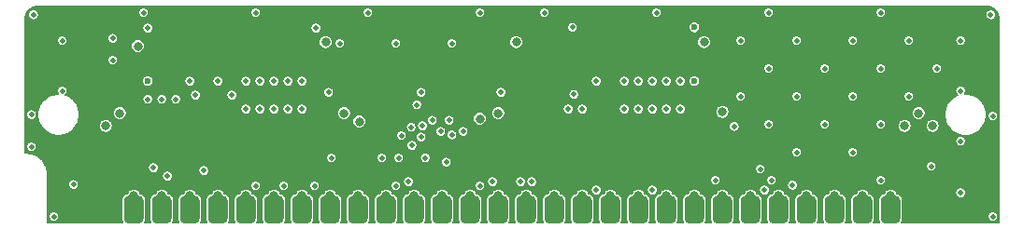
<source format=gbl>
G04 #@! TF.GenerationSoftware,KiCad,Pcbnew,(5.1.10-1-10_14)*
G04 #@! TF.CreationDate,2021-07-02T02:33:54-04:00*
G04 #@! TF.ProjectId,GW4190-SOP,47573431-3930-42d5-934f-502e6b696361,2.0-SOP*
G04 #@! TF.SameCoordinates,Original*
G04 #@! TF.FileFunction,Copper,L4,Bot*
G04 #@! TF.FilePolarity,Positive*
%FSLAX46Y46*%
G04 Gerber Fmt 4.6, Leading zero omitted, Abs format (unit mm)*
G04 Created by KiCad (PCBNEW (5.1.10-1-10_14)) date 2021-07-02 02:33:54*
%MOMM*%
%LPD*%
G01*
G04 APERTURE LIST*
G04 #@! TA.AperFunction,ComponentPad*
%ADD10C,0.800000*%
G04 #@! TD*
G04 #@! TA.AperFunction,ViaPad*
%ADD11C,0.800000*%
G04 #@! TD*
G04 #@! TA.AperFunction,ViaPad*
%ADD12C,0.508000*%
G04 #@! TD*
G04 #@! TA.AperFunction,ViaPad*
%ADD13C,1.000000*%
G04 #@! TD*
G04 #@! TA.AperFunction,ViaPad*
%ADD14C,0.600000*%
G04 #@! TD*
G04 #@! TA.AperFunction,Conductor*
%ADD15C,0.152400*%
G04 #@! TD*
G04 #@! TA.AperFunction,Conductor*
%ADD16C,0.100000*%
G04 #@! TD*
G04 APERTURE END LIST*
G04 #@! TA.AperFunction,SMDPad,CuDef*
G36*
G01*
X82931000Y-100901500D02*
X82931000Y-99250500D01*
G75*
G02*
X83375500Y-98806000I444500J0D01*
G01*
X84264500Y-98806000D01*
G75*
G02*
X84709000Y-99250500I0J-444500D01*
G01*
X84709000Y-100901500D01*
G75*
G02*
X84264500Y-101346000I-444500J0D01*
G01*
X83375500Y-101346000D01*
G75*
G02*
X82931000Y-100901500I0J444500D01*
G01*
G37*
G04 #@! TD.AperFunction*
G04 #@! TA.AperFunction,SMDPad,CuDef*
G36*
G01*
X85471000Y-100901500D02*
X85471000Y-99250500D01*
G75*
G02*
X85915500Y-98806000I444500J0D01*
G01*
X86804500Y-98806000D01*
G75*
G02*
X87249000Y-99250500I0J-444500D01*
G01*
X87249000Y-100901500D01*
G75*
G02*
X86804500Y-101346000I-444500J0D01*
G01*
X85915500Y-101346000D01*
G75*
G02*
X85471000Y-100901500I0J444500D01*
G01*
G37*
G04 #@! TD.AperFunction*
G04 #@! TA.AperFunction,SMDPad,CuDef*
G36*
G01*
X88011000Y-100901500D02*
X88011000Y-99250500D01*
G75*
G02*
X88455500Y-98806000I444500J0D01*
G01*
X89344500Y-98806000D01*
G75*
G02*
X89789000Y-99250500I0J-444500D01*
G01*
X89789000Y-100901500D01*
G75*
G02*
X89344500Y-101346000I-444500J0D01*
G01*
X88455500Y-101346000D01*
G75*
G02*
X88011000Y-100901500I0J444500D01*
G01*
G37*
G04 #@! TD.AperFunction*
G04 #@! TA.AperFunction,SMDPad,CuDef*
G36*
G01*
X90551000Y-100901500D02*
X90551000Y-99250500D01*
G75*
G02*
X90995500Y-98806000I444500J0D01*
G01*
X91884500Y-98806000D01*
G75*
G02*
X92329000Y-99250500I0J-444500D01*
G01*
X92329000Y-100901500D01*
G75*
G02*
X91884500Y-101346000I-444500J0D01*
G01*
X90995500Y-101346000D01*
G75*
G02*
X90551000Y-100901500I0J444500D01*
G01*
G37*
G04 #@! TD.AperFunction*
G04 #@! TA.AperFunction,SMDPad,CuDef*
G36*
G01*
X93091000Y-100901500D02*
X93091000Y-99250500D01*
G75*
G02*
X93535500Y-98806000I444500J0D01*
G01*
X94424500Y-98806000D01*
G75*
G02*
X94869000Y-99250500I0J-444500D01*
G01*
X94869000Y-100901500D01*
G75*
G02*
X94424500Y-101346000I-444500J0D01*
G01*
X93535500Y-101346000D01*
G75*
G02*
X93091000Y-100901500I0J444500D01*
G01*
G37*
G04 #@! TD.AperFunction*
G04 #@! TA.AperFunction,SMDPad,CuDef*
G36*
G01*
X95631000Y-100901500D02*
X95631000Y-99250500D01*
G75*
G02*
X96075500Y-98806000I444500J0D01*
G01*
X96964500Y-98806000D01*
G75*
G02*
X97409000Y-99250500I0J-444500D01*
G01*
X97409000Y-100901500D01*
G75*
G02*
X96964500Y-101346000I-444500J0D01*
G01*
X96075500Y-101346000D01*
G75*
G02*
X95631000Y-100901500I0J444500D01*
G01*
G37*
G04 #@! TD.AperFunction*
G04 #@! TA.AperFunction,SMDPad,CuDef*
G36*
G01*
X98171000Y-100901500D02*
X98171000Y-99250500D01*
G75*
G02*
X98615500Y-98806000I444500J0D01*
G01*
X99504500Y-98806000D01*
G75*
G02*
X99949000Y-99250500I0J-444500D01*
G01*
X99949000Y-100901500D01*
G75*
G02*
X99504500Y-101346000I-444500J0D01*
G01*
X98615500Y-101346000D01*
G75*
G02*
X98171000Y-100901500I0J444500D01*
G01*
G37*
G04 #@! TD.AperFunction*
G04 #@! TA.AperFunction,SMDPad,CuDef*
G36*
G01*
X100711000Y-100901500D02*
X100711000Y-99250500D01*
G75*
G02*
X101155500Y-98806000I444500J0D01*
G01*
X102044500Y-98806000D01*
G75*
G02*
X102489000Y-99250500I0J-444500D01*
G01*
X102489000Y-100901500D01*
G75*
G02*
X102044500Y-101346000I-444500J0D01*
G01*
X101155500Y-101346000D01*
G75*
G02*
X100711000Y-100901500I0J444500D01*
G01*
G37*
G04 #@! TD.AperFunction*
G04 #@! TA.AperFunction,SMDPad,CuDef*
G36*
G01*
X103251000Y-100901500D02*
X103251000Y-99250500D01*
G75*
G02*
X103695500Y-98806000I444500J0D01*
G01*
X104584500Y-98806000D01*
G75*
G02*
X105029000Y-99250500I0J-444500D01*
G01*
X105029000Y-100901500D01*
G75*
G02*
X104584500Y-101346000I-444500J0D01*
G01*
X103695500Y-101346000D01*
G75*
G02*
X103251000Y-100901500I0J444500D01*
G01*
G37*
G04 #@! TD.AperFunction*
G04 #@! TA.AperFunction,SMDPad,CuDef*
G36*
G01*
X105791000Y-100901500D02*
X105791000Y-99250500D01*
G75*
G02*
X106235500Y-98806000I444500J0D01*
G01*
X107124500Y-98806000D01*
G75*
G02*
X107569000Y-99250500I0J-444500D01*
G01*
X107569000Y-100901500D01*
G75*
G02*
X107124500Y-101346000I-444500J0D01*
G01*
X106235500Y-101346000D01*
G75*
G02*
X105791000Y-100901500I0J444500D01*
G01*
G37*
G04 #@! TD.AperFunction*
G04 #@! TA.AperFunction,SMDPad,CuDef*
G36*
G01*
X108331000Y-100901500D02*
X108331000Y-99250500D01*
G75*
G02*
X108775500Y-98806000I444500J0D01*
G01*
X109664500Y-98806000D01*
G75*
G02*
X110109000Y-99250500I0J-444500D01*
G01*
X110109000Y-100901500D01*
G75*
G02*
X109664500Y-101346000I-444500J0D01*
G01*
X108775500Y-101346000D01*
G75*
G02*
X108331000Y-100901500I0J444500D01*
G01*
G37*
G04 #@! TD.AperFunction*
G04 #@! TA.AperFunction,SMDPad,CuDef*
G36*
G01*
X110871000Y-100901500D02*
X110871000Y-99250500D01*
G75*
G02*
X111315500Y-98806000I444500J0D01*
G01*
X112204500Y-98806000D01*
G75*
G02*
X112649000Y-99250500I0J-444500D01*
G01*
X112649000Y-100901500D01*
G75*
G02*
X112204500Y-101346000I-444500J0D01*
G01*
X111315500Y-101346000D01*
G75*
G02*
X110871000Y-100901500I0J444500D01*
G01*
G37*
G04 #@! TD.AperFunction*
G04 #@! TA.AperFunction,SMDPad,CuDef*
G36*
G01*
X113411000Y-100901500D02*
X113411000Y-99250500D01*
G75*
G02*
X113855500Y-98806000I444500J0D01*
G01*
X114744500Y-98806000D01*
G75*
G02*
X115189000Y-99250500I0J-444500D01*
G01*
X115189000Y-100901500D01*
G75*
G02*
X114744500Y-101346000I-444500J0D01*
G01*
X113855500Y-101346000D01*
G75*
G02*
X113411000Y-100901500I0J444500D01*
G01*
G37*
G04 #@! TD.AperFunction*
G04 #@! TA.AperFunction,SMDPad,CuDef*
G36*
G01*
X115951000Y-100901500D02*
X115951000Y-99250500D01*
G75*
G02*
X116395500Y-98806000I444500J0D01*
G01*
X117284500Y-98806000D01*
G75*
G02*
X117729000Y-99250500I0J-444500D01*
G01*
X117729000Y-100901500D01*
G75*
G02*
X117284500Y-101346000I-444500J0D01*
G01*
X116395500Y-101346000D01*
G75*
G02*
X115951000Y-100901500I0J444500D01*
G01*
G37*
G04 #@! TD.AperFunction*
G04 #@! TA.AperFunction,SMDPad,CuDef*
G36*
G01*
X118491000Y-100901500D02*
X118491000Y-99250500D01*
G75*
G02*
X118935500Y-98806000I444500J0D01*
G01*
X119824500Y-98806000D01*
G75*
G02*
X120269000Y-99250500I0J-444500D01*
G01*
X120269000Y-100901500D01*
G75*
G02*
X119824500Y-101346000I-444500J0D01*
G01*
X118935500Y-101346000D01*
G75*
G02*
X118491000Y-100901500I0J444500D01*
G01*
G37*
G04 #@! TD.AperFunction*
G04 #@! TA.AperFunction,SMDPad,CuDef*
G36*
G01*
X121031000Y-100901500D02*
X121031000Y-99250500D01*
G75*
G02*
X121475500Y-98806000I444500J0D01*
G01*
X122364500Y-98806000D01*
G75*
G02*
X122809000Y-99250500I0J-444500D01*
G01*
X122809000Y-100901500D01*
G75*
G02*
X122364500Y-101346000I-444500J0D01*
G01*
X121475500Y-101346000D01*
G75*
G02*
X121031000Y-100901500I0J444500D01*
G01*
G37*
G04 #@! TD.AperFunction*
G04 #@! TA.AperFunction,SMDPad,CuDef*
G36*
G01*
X123571000Y-100901500D02*
X123571000Y-99250500D01*
G75*
G02*
X124015500Y-98806000I444500J0D01*
G01*
X124904500Y-98806000D01*
G75*
G02*
X125349000Y-99250500I0J-444500D01*
G01*
X125349000Y-100901500D01*
G75*
G02*
X124904500Y-101346000I-444500J0D01*
G01*
X124015500Y-101346000D01*
G75*
G02*
X123571000Y-100901500I0J444500D01*
G01*
G37*
G04 #@! TD.AperFunction*
G04 #@! TA.AperFunction,SMDPad,CuDef*
G36*
G01*
X126111000Y-100901500D02*
X126111000Y-99250500D01*
G75*
G02*
X126555500Y-98806000I444500J0D01*
G01*
X127444500Y-98806000D01*
G75*
G02*
X127889000Y-99250500I0J-444500D01*
G01*
X127889000Y-100901500D01*
G75*
G02*
X127444500Y-101346000I-444500J0D01*
G01*
X126555500Y-101346000D01*
G75*
G02*
X126111000Y-100901500I0J444500D01*
G01*
G37*
G04 #@! TD.AperFunction*
G04 #@! TA.AperFunction,SMDPad,CuDef*
G36*
G01*
X128651000Y-100901500D02*
X128651000Y-99250500D01*
G75*
G02*
X129095500Y-98806000I444500J0D01*
G01*
X129984500Y-98806000D01*
G75*
G02*
X130429000Y-99250500I0J-444500D01*
G01*
X130429000Y-100901500D01*
G75*
G02*
X129984500Y-101346000I-444500J0D01*
G01*
X129095500Y-101346000D01*
G75*
G02*
X128651000Y-100901500I0J444500D01*
G01*
G37*
G04 #@! TD.AperFunction*
G04 #@! TA.AperFunction,SMDPad,CuDef*
G36*
G01*
X131191000Y-100901500D02*
X131191000Y-99250500D01*
G75*
G02*
X131635500Y-98806000I444500J0D01*
G01*
X132524500Y-98806000D01*
G75*
G02*
X132969000Y-99250500I0J-444500D01*
G01*
X132969000Y-100901500D01*
G75*
G02*
X132524500Y-101346000I-444500J0D01*
G01*
X131635500Y-101346000D01*
G75*
G02*
X131191000Y-100901500I0J444500D01*
G01*
G37*
G04 #@! TD.AperFunction*
G04 #@! TA.AperFunction,SMDPad,CuDef*
G36*
G01*
X133731000Y-100901500D02*
X133731000Y-99250500D01*
G75*
G02*
X134175500Y-98806000I444500J0D01*
G01*
X135064500Y-98806000D01*
G75*
G02*
X135509000Y-99250500I0J-444500D01*
G01*
X135509000Y-100901500D01*
G75*
G02*
X135064500Y-101346000I-444500J0D01*
G01*
X134175500Y-101346000D01*
G75*
G02*
X133731000Y-100901500I0J444500D01*
G01*
G37*
G04 #@! TD.AperFunction*
G04 #@! TA.AperFunction,SMDPad,CuDef*
G36*
G01*
X136271000Y-100901500D02*
X136271000Y-99250500D01*
G75*
G02*
X136715500Y-98806000I444500J0D01*
G01*
X137604500Y-98806000D01*
G75*
G02*
X138049000Y-99250500I0J-444500D01*
G01*
X138049000Y-100901500D01*
G75*
G02*
X137604500Y-101346000I-444500J0D01*
G01*
X136715500Y-101346000D01*
G75*
G02*
X136271000Y-100901500I0J444500D01*
G01*
G37*
G04 #@! TD.AperFunction*
G04 #@! TA.AperFunction,SMDPad,CuDef*
G36*
G01*
X138811000Y-100901500D02*
X138811000Y-99250500D01*
G75*
G02*
X139255500Y-98806000I444500J0D01*
G01*
X140144500Y-98806000D01*
G75*
G02*
X140589000Y-99250500I0J-444500D01*
G01*
X140589000Y-100901500D01*
G75*
G02*
X140144500Y-101346000I-444500J0D01*
G01*
X139255500Y-101346000D01*
G75*
G02*
X138811000Y-100901500I0J444500D01*
G01*
G37*
G04 #@! TD.AperFunction*
G04 #@! TA.AperFunction,SMDPad,CuDef*
G36*
G01*
X141351000Y-100901500D02*
X141351000Y-99250500D01*
G75*
G02*
X141795500Y-98806000I444500J0D01*
G01*
X142684500Y-98806000D01*
G75*
G02*
X143129000Y-99250500I0J-444500D01*
G01*
X143129000Y-100901500D01*
G75*
G02*
X142684500Y-101346000I-444500J0D01*
G01*
X141795500Y-101346000D01*
G75*
G02*
X141351000Y-100901500I0J444500D01*
G01*
G37*
G04 #@! TD.AperFunction*
G04 #@! TA.AperFunction,SMDPad,CuDef*
G36*
G01*
X143891000Y-100901500D02*
X143891000Y-99250500D01*
G75*
G02*
X144335500Y-98806000I444500J0D01*
G01*
X145224500Y-98806000D01*
G75*
G02*
X145669000Y-99250500I0J-444500D01*
G01*
X145669000Y-100901500D01*
G75*
G02*
X145224500Y-101346000I-444500J0D01*
G01*
X144335500Y-101346000D01*
G75*
G02*
X143891000Y-100901500I0J444500D01*
G01*
G37*
G04 #@! TD.AperFunction*
G04 #@! TA.AperFunction,SMDPad,CuDef*
G36*
G01*
X146431000Y-100901500D02*
X146431000Y-99250500D01*
G75*
G02*
X146875500Y-98806000I444500J0D01*
G01*
X147764500Y-98806000D01*
G75*
G02*
X148209000Y-99250500I0J-444500D01*
G01*
X148209000Y-100901500D01*
G75*
G02*
X147764500Y-101346000I-444500J0D01*
G01*
X146875500Y-101346000D01*
G75*
G02*
X146431000Y-100901500I0J444500D01*
G01*
G37*
G04 #@! TD.AperFunction*
G04 #@! TA.AperFunction,SMDPad,CuDef*
G36*
G01*
X148971000Y-100901500D02*
X148971000Y-99250500D01*
G75*
G02*
X149415500Y-98806000I444500J0D01*
G01*
X150304500Y-98806000D01*
G75*
G02*
X150749000Y-99250500I0J-444500D01*
G01*
X150749000Y-100901500D01*
G75*
G02*
X150304500Y-101346000I-444500J0D01*
G01*
X149415500Y-101346000D01*
G75*
G02*
X148971000Y-100901500I0J444500D01*
G01*
G37*
G04 #@! TD.AperFunction*
G04 #@! TA.AperFunction,SMDPad,CuDef*
G36*
G01*
X151511000Y-100901500D02*
X151511000Y-99250500D01*
G75*
G02*
X151955500Y-98806000I444500J0D01*
G01*
X152844500Y-98806000D01*
G75*
G02*
X153289000Y-99250500I0J-444500D01*
G01*
X153289000Y-100901500D01*
G75*
G02*
X152844500Y-101346000I-444500J0D01*
G01*
X151955500Y-101346000D01*
G75*
G02*
X151511000Y-100901500I0J444500D01*
G01*
G37*
G04 #@! TD.AperFunction*
G04 #@! TA.AperFunction,SMDPad,CuDef*
G36*
G01*
X154051000Y-100901500D02*
X154051000Y-99250500D01*
G75*
G02*
X154495500Y-98806000I444500J0D01*
G01*
X155384500Y-98806000D01*
G75*
G02*
X155829000Y-99250500I0J-444500D01*
G01*
X155829000Y-100901500D01*
G75*
G02*
X155384500Y-101346000I-444500J0D01*
G01*
X154495500Y-101346000D01*
G75*
G02*
X154051000Y-100901500I0J444500D01*
G01*
G37*
G04 #@! TD.AperFunction*
G04 #@! TA.AperFunction,SMDPad,CuDef*
G36*
G01*
X156591000Y-100901500D02*
X156591000Y-99250500D01*
G75*
G02*
X157035500Y-98806000I444500J0D01*
G01*
X157924500Y-98806000D01*
G75*
G02*
X158369000Y-99250500I0J-444500D01*
G01*
X158369000Y-100901500D01*
G75*
G02*
X157924500Y-101346000I-444500J0D01*
G01*
X157035500Y-101346000D01*
G75*
G02*
X156591000Y-100901500I0J444500D01*
G01*
G37*
G04 #@! TD.AperFunction*
D10*
X88900000Y-98806000D03*
X86360000Y-98806000D03*
X83820000Y-98806000D03*
X93980000Y-98806000D03*
X91440000Y-98806000D03*
X96520000Y-98806000D03*
X99060000Y-98806000D03*
X104140000Y-98806000D03*
X101600000Y-98806000D03*
X109220000Y-98806000D03*
X106680000Y-98806000D03*
X111760000Y-98806000D03*
X116840000Y-98806000D03*
X114300000Y-98806000D03*
X119380000Y-98806000D03*
X124460000Y-98806000D03*
X121920000Y-98806000D03*
X127000000Y-98806000D03*
X149860000Y-98806000D03*
X147320000Y-98806000D03*
X152400000Y-98806000D03*
X134620000Y-98806000D03*
X132080000Y-98806000D03*
X137160000Y-98806000D03*
X142240000Y-98806000D03*
X139700000Y-98806000D03*
X144780000Y-98806000D03*
X129540000Y-98806000D03*
X154940000Y-98806000D03*
X157480000Y-98806000D03*
D11*
X86741000Y-94107000D03*
X121031000Y-94107000D03*
X138049000Y-94107000D03*
X83820000Y-94107000D03*
X85090000Y-95250000D03*
X103759000Y-94107000D03*
X106680000Y-94107000D03*
X118110000Y-94107000D03*
X119380000Y-95250000D03*
D12*
X105410000Y-94996000D03*
D11*
X139700000Y-95250000D03*
X156210000Y-94107000D03*
X158750000Y-94107000D03*
D13*
X157480000Y-95377000D03*
D12*
X140779500Y-93980000D03*
D14*
X121920000Y-90932000D03*
X137160000Y-90932000D03*
D12*
X121920000Y-95758000D03*
D14*
X102870000Y-90932000D03*
X87630000Y-90932000D03*
X87630000Y-95758000D03*
D12*
X159131000Y-82169000D03*
X148971000Y-82169000D03*
X92329000Y-82169000D03*
X102489000Y-82169000D03*
X138811000Y-82169000D03*
X128651000Y-82169000D03*
X112649000Y-82169000D03*
X82169000Y-82169000D03*
X77089000Y-86995000D03*
X164211000Y-86995000D03*
X164211000Y-96139000D03*
X78994000Y-94742000D03*
X146050000Y-97853500D03*
X125730000Y-90932000D03*
X115189000Y-93281500D03*
X127000000Y-90932000D03*
X112522000Y-92456000D03*
X91440000Y-88392000D03*
X84450000Y-86500000D03*
X77089000Y-94361000D03*
X164211000Y-91567000D03*
X77089000Y-91440000D03*
X161290000Y-84709000D03*
D11*
X121031000Y-84836000D03*
X103759000Y-84836000D03*
X86741000Y-85217000D03*
D12*
X108839000Y-95377000D03*
X104267000Y-95377000D03*
X95250000Y-89662000D03*
X112395000Y-89408000D03*
X119634000Y-89408000D03*
X92710000Y-96520000D03*
X111252000Y-97536000D03*
X117729000Y-97917000D03*
X118872000Y-97536000D03*
X139065000Y-97409000D03*
X89408000Y-97028000D03*
X88138000Y-96266000D03*
X143510000Y-98298000D03*
X114681000Y-95758000D03*
X144145000Y-97409000D03*
X143129000Y-96393000D03*
X112014000Y-90551000D03*
X88900000Y-90043000D03*
X87630000Y-90043000D03*
X90170000Y-90043000D03*
X91948000Y-89662000D03*
X126238000Y-89598500D03*
X121412000Y-97536000D03*
X122428000Y-97536000D03*
X77279500Y-82359500D03*
X164020500Y-82359500D03*
X164211000Y-100711000D03*
X79121000Y-100711000D03*
X79883000Y-84709000D03*
X161290000Y-89281000D03*
X161290000Y-93853000D03*
X161290000Y-98552000D03*
X80899000Y-97790000D03*
X79883000Y-89281000D03*
X133350000Y-98298000D03*
X110109000Y-97917000D03*
X102743000Y-97917000D03*
X99949000Y-97917000D03*
X97409000Y-97917000D03*
X128270000Y-98298000D03*
X158623000Y-96139000D03*
X113411000Y-91948000D03*
X116205000Y-92964000D03*
X114935000Y-91948000D03*
X114173000Y-92964000D03*
X112395000Y-93472000D03*
X112776000Y-95377000D03*
X110363000Y-95377000D03*
X111506000Y-92583000D03*
X110617000Y-93345000D03*
X111569500Y-94234000D03*
D11*
X83820000Y-92456000D03*
X85090000Y-91313000D03*
D12*
X104013000Y-89408000D03*
D11*
X105410000Y-91313000D03*
X119380000Y-91313000D03*
X117729000Y-91821000D03*
X106807000Y-92075000D03*
X139700000Y-91186000D03*
X156210000Y-92456000D03*
X158750000Y-92456000D03*
D12*
X84450000Y-84500000D03*
X140779500Y-92519500D03*
D14*
X87630000Y-88392000D03*
X137160000Y-88392000D03*
D11*
X157480000Y-91313000D03*
D14*
X137160000Y-83502500D03*
D12*
X154051000Y-82169000D03*
X87249000Y-82169000D03*
X97409000Y-82169000D03*
X143891000Y-82169000D03*
X133731000Y-82169000D03*
X107569000Y-82169000D03*
X117729000Y-82169000D03*
X123571000Y-82169000D03*
X110109000Y-84963000D03*
X105029000Y-84963000D03*
X115189000Y-84963000D03*
X126111000Y-83502500D03*
X102870000Y-83566000D03*
X87630000Y-83566000D03*
D11*
X138049000Y-84836000D03*
D12*
X141351000Y-84709000D03*
X146431000Y-84709000D03*
X151511000Y-84709000D03*
X156591000Y-84709000D03*
X143891000Y-87249000D03*
X154051000Y-87249000D03*
X148971000Y-87249000D03*
X159131000Y-87249000D03*
X143891000Y-92329000D03*
X154051000Y-92329000D03*
X148971000Y-92329000D03*
X141351000Y-89789000D03*
X151511000Y-89789000D03*
X146431000Y-89789000D03*
X156591000Y-89789000D03*
X151511000Y-94869000D03*
X146431000Y-94869000D03*
X154051000Y-97409000D03*
X132080000Y-90932000D03*
X100330000Y-90932000D03*
X133350000Y-90932000D03*
X99060000Y-90932000D03*
X134620000Y-90932000D03*
X97790000Y-90932000D03*
X135890000Y-90932000D03*
X96520000Y-90932000D03*
X93980000Y-88392000D03*
X135890000Y-88392000D03*
X134620000Y-88392000D03*
X96520000Y-88392000D03*
X97790000Y-88392000D03*
X133350000Y-88392000D03*
X99060000Y-88392000D03*
X132080000Y-88392000D03*
X100330000Y-88392000D03*
X130810000Y-88392000D03*
X130810000Y-90932000D03*
X101600000Y-90932000D03*
X101600000Y-88392000D03*
X128270000Y-88392000D03*
D15*
X163807884Y-81632912D02*
X164030929Y-81700254D01*
X164236653Y-81809639D01*
X164417209Y-81956896D01*
X164565723Y-82136420D01*
X164676544Y-82341378D01*
X164745441Y-82563947D01*
X164771400Y-82810934D01*
X164771401Y-101271400D01*
X155947578Y-101271400D01*
X156007385Y-101159507D01*
X156045751Y-101033031D01*
X156058706Y-100901500D01*
X156058706Y-100663468D01*
X163728400Y-100663468D01*
X163728400Y-100758532D01*
X163746946Y-100851769D01*
X163783326Y-100939597D01*
X163836140Y-101018640D01*
X163903360Y-101085860D01*
X163982403Y-101138674D01*
X164070231Y-101175054D01*
X164163468Y-101193600D01*
X164258532Y-101193600D01*
X164351769Y-101175054D01*
X164439597Y-101138674D01*
X164518640Y-101085860D01*
X164585860Y-101018640D01*
X164638674Y-100939597D01*
X164675054Y-100851769D01*
X164693600Y-100758532D01*
X164693600Y-100663468D01*
X164675054Y-100570231D01*
X164638674Y-100482403D01*
X164585860Y-100403360D01*
X164518640Y-100336140D01*
X164439597Y-100283326D01*
X164351769Y-100246946D01*
X164258532Y-100228400D01*
X164163468Y-100228400D01*
X164070231Y-100246946D01*
X163982403Y-100283326D01*
X163903360Y-100336140D01*
X163836140Y-100403360D01*
X163783326Y-100482403D01*
X163746946Y-100570231D01*
X163728400Y-100663468D01*
X156058706Y-100663468D01*
X156058706Y-99250500D01*
X156045751Y-99118969D01*
X156007385Y-98992493D01*
X155945082Y-98875931D01*
X155861236Y-98773764D01*
X155759069Y-98689918D01*
X155642507Y-98627615D01*
X155532707Y-98594308D01*
X155497059Y-98508246D01*
X155494535Y-98504468D01*
X160807400Y-98504468D01*
X160807400Y-98599532D01*
X160825946Y-98692769D01*
X160862326Y-98780597D01*
X160915140Y-98859640D01*
X160982360Y-98926860D01*
X161061403Y-98979674D01*
X161149231Y-99016054D01*
X161242468Y-99034600D01*
X161337532Y-99034600D01*
X161430769Y-99016054D01*
X161518597Y-98979674D01*
X161597640Y-98926860D01*
X161664860Y-98859640D01*
X161717674Y-98780597D01*
X161754054Y-98692769D01*
X161772600Y-98599532D01*
X161772600Y-98504468D01*
X161754054Y-98411231D01*
X161717674Y-98323403D01*
X161664860Y-98244360D01*
X161597640Y-98177140D01*
X161518597Y-98124326D01*
X161430769Y-98087946D01*
X161337532Y-98069400D01*
X161242468Y-98069400D01*
X161149231Y-98087946D01*
X161061403Y-98124326D01*
X160982360Y-98177140D01*
X160915140Y-98244360D01*
X160862326Y-98323403D01*
X160825946Y-98411231D01*
X160807400Y-98504468D01*
X155494535Y-98504468D01*
X155428266Y-98405291D01*
X155340709Y-98317734D01*
X155237754Y-98248941D01*
X155123356Y-98201556D01*
X155001912Y-98177400D01*
X154878088Y-98177400D01*
X154756644Y-98201556D01*
X154642246Y-98248941D01*
X154539291Y-98317734D01*
X154451734Y-98405291D01*
X154382941Y-98508246D01*
X154347293Y-98594308D01*
X154237493Y-98627615D01*
X154120931Y-98689918D01*
X154018764Y-98773764D01*
X153934918Y-98875931D01*
X153872615Y-98992493D01*
X153834249Y-99118969D01*
X153821294Y-99250500D01*
X153821294Y-100901500D01*
X153834249Y-101033031D01*
X153872615Y-101159507D01*
X153932422Y-101271400D01*
X153407578Y-101271400D01*
X153467385Y-101159507D01*
X153505751Y-101033031D01*
X153518706Y-100901500D01*
X153518706Y-99250500D01*
X153505751Y-99118969D01*
X153467385Y-98992493D01*
X153405082Y-98875931D01*
X153321236Y-98773764D01*
X153219069Y-98689918D01*
X153102507Y-98627615D01*
X152992707Y-98594308D01*
X152957059Y-98508246D01*
X152888266Y-98405291D01*
X152800709Y-98317734D01*
X152697754Y-98248941D01*
X152583356Y-98201556D01*
X152461912Y-98177400D01*
X152338088Y-98177400D01*
X152216644Y-98201556D01*
X152102246Y-98248941D01*
X151999291Y-98317734D01*
X151911734Y-98405291D01*
X151842941Y-98508246D01*
X151807293Y-98594308D01*
X151697493Y-98627615D01*
X151580931Y-98689918D01*
X151478764Y-98773764D01*
X151394918Y-98875931D01*
X151332615Y-98992493D01*
X151294249Y-99118969D01*
X151281294Y-99250500D01*
X151281294Y-100901500D01*
X151294249Y-101033031D01*
X151332615Y-101159507D01*
X151392422Y-101271400D01*
X150867578Y-101271400D01*
X150927385Y-101159507D01*
X150965751Y-101033031D01*
X150978706Y-100901500D01*
X150978706Y-99250500D01*
X150965751Y-99118969D01*
X150927385Y-98992493D01*
X150865082Y-98875931D01*
X150781236Y-98773764D01*
X150679069Y-98689918D01*
X150562507Y-98627615D01*
X150452707Y-98594308D01*
X150417059Y-98508246D01*
X150348266Y-98405291D01*
X150260709Y-98317734D01*
X150157754Y-98248941D01*
X150043356Y-98201556D01*
X149921912Y-98177400D01*
X149798088Y-98177400D01*
X149676644Y-98201556D01*
X149562246Y-98248941D01*
X149459291Y-98317734D01*
X149371734Y-98405291D01*
X149302941Y-98508246D01*
X149267293Y-98594308D01*
X149157493Y-98627615D01*
X149040931Y-98689918D01*
X148938764Y-98773764D01*
X148854918Y-98875931D01*
X148792615Y-98992493D01*
X148754249Y-99118969D01*
X148741294Y-99250500D01*
X148741294Y-100901500D01*
X148754249Y-101033031D01*
X148792615Y-101159507D01*
X148852422Y-101271400D01*
X148327578Y-101271400D01*
X148387385Y-101159507D01*
X148425751Y-101033031D01*
X148438706Y-100901500D01*
X148438706Y-99250500D01*
X148425751Y-99118969D01*
X148387385Y-98992493D01*
X148325082Y-98875931D01*
X148241236Y-98773764D01*
X148139069Y-98689918D01*
X148022507Y-98627615D01*
X147912707Y-98594308D01*
X147877059Y-98508246D01*
X147808266Y-98405291D01*
X147720709Y-98317734D01*
X147617754Y-98248941D01*
X147503356Y-98201556D01*
X147381912Y-98177400D01*
X147258088Y-98177400D01*
X147136644Y-98201556D01*
X147022246Y-98248941D01*
X146919291Y-98317734D01*
X146831734Y-98405291D01*
X146762941Y-98508246D01*
X146727293Y-98594308D01*
X146617493Y-98627615D01*
X146500931Y-98689918D01*
X146398764Y-98773764D01*
X146314918Y-98875931D01*
X146252615Y-98992493D01*
X146214249Y-99118969D01*
X146201294Y-99250500D01*
X146201294Y-100901500D01*
X146214249Y-101033031D01*
X146252615Y-101159507D01*
X146312422Y-101271400D01*
X145787578Y-101271400D01*
X145847385Y-101159507D01*
X145885751Y-101033031D01*
X145898706Y-100901500D01*
X145898706Y-99250500D01*
X145885751Y-99118969D01*
X145847385Y-98992493D01*
X145785082Y-98875931D01*
X145701236Y-98773764D01*
X145599069Y-98689918D01*
X145482507Y-98627615D01*
X145372707Y-98594308D01*
X145337059Y-98508246D01*
X145268266Y-98405291D01*
X145180709Y-98317734D01*
X145077754Y-98248941D01*
X144963356Y-98201556D01*
X144841912Y-98177400D01*
X144718088Y-98177400D01*
X144596644Y-98201556D01*
X144482246Y-98248941D01*
X144379291Y-98317734D01*
X144291734Y-98405291D01*
X144222941Y-98508246D01*
X144187293Y-98594308D01*
X144077493Y-98627615D01*
X143960931Y-98689918D01*
X143858764Y-98773764D01*
X143774918Y-98875931D01*
X143712615Y-98992493D01*
X143674249Y-99118969D01*
X143661294Y-99250500D01*
X143661294Y-100901500D01*
X143674249Y-101033031D01*
X143712615Y-101159507D01*
X143772422Y-101271400D01*
X143247578Y-101271400D01*
X143307385Y-101159507D01*
X143345751Y-101033031D01*
X143358706Y-100901500D01*
X143358706Y-99250500D01*
X143345751Y-99118969D01*
X143307385Y-98992493D01*
X143245082Y-98875931D01*
X143161236Y-98773764D01*
X143059069Y-98689918D01*
X142942507Y-98627615D01*
X142832707Y-98594308D01*
X142797059Y-98508246D01*
X142728266Y-98405291D01*
X142640709Y-98317734D01*
X142540040Y-98250468D01*
X143027400Y-98250468D01*
X143027400Y-98345532D01*
X143045946Y-98438769D01*
X143082326Y-98526597D01*
X143135140Y-98605640D01*
X143202360Y-98672860D01*
X143281403Y-98725674D01*
X143369231Y-98762054D01*
X143462468Y-98780600D01*
X143557532Y-98780600D01*
X143650769Y-98762054D01*
X143738597Y-98725674D01*
X143817640Y-98672860D01*
X143884860Y-98605640D01*
X143937674Y-98526597D01*
X143974054Y-98438769D01*
X143992600Y-98345532D01*
X143992600Y-98250468D01*
X143974054Y-98157231D01*
X143937674Y-98069403D01*
X143884860Y-97990360D01*
X143817640Y-97923140D01*
X143738597Y-97870326D01*
X143650769Y-97833946D01*
X143557532Y-97815400D01*
X143462468Y-97815400D01*
X143369231Y-97833946D01*
X143281403Y-97870326D01*
X143202360Y-97923140D01*
X143135140Y-97990360D01*
X143082326Y-98069403D01*
X143045946Y-98157231D01*
X143027400Y-98250468D01*
X142540040Y-98250468D01*
X142537754Y-98248941D01*
X142423356Y-98201556D01*
X142301912Y-98177400D01*
X142178088Y-98177400D01*
X142056644Y-98201556D01*
X141942246Y-98248941D01*
X141839291Y-98317734D01*
X141751734Y-98405291D01*
X141682941Y-98508246D01*
X141647293Y-98594308D01*
X141537493Y-98627615D01*
X141420931Y-98689918D01*
X141318764Y-98773764D01*
X141234918Y-98875931D01*
X141172615Y-98992493D01*
X141134249Y-99118969D01*
X141121294Y-99250500D01*
X141121294Y-100901500D01*
X141134249Y-101033031D01*
X141172615Y-101159507D01*
X141232422Y-101271400D01*
X140707578Y-101271400D01*
X140767385Y-101159507D01*
X140805751Y-101033031D01*
X140818706Y-100901500D01*
X140818706Y-99250500D01*
X140805751Y-99118969D01*
X140767385Y-98992493D01*
X140705082Y-98875931D01*
X140621236Y-98773764D01*
X140519069Y-98689918D01*
X140402507Y-98627615D01*
X140292707Y-98594308D01*
X140257059Y-98508246D01*
X140188266Y-98405291D01*
X140100709Y-98317734D01*
X139997754Y-98248941D01*
X139883356Y-98201556D01*
X139761912Y-98177400D01*
X139638088Y-98177400D01*
X139516644Y-98201556D01*
X139402246Y-98248941D01*
X139299291Y-98317734D01*
X139211734Y-98405291D01*
X139142941Y-98508246D01*
X139107293Y-98594308D01*
X138997493Y-98627615D01*
X138880931Y-98689918D01*
X138778764Y-98773764D01*
X138694918Y-98875931D01*
X138632615Y-98992493D01*
X138594249Y-99118969D01*
X138581294Y-99250500D01*
X138581294Y-100901500D01*
X138594249Y-101033031D01*
X138632615Y-101159507D01*
X138692422Y-101271400D01*
X138167578Y-101271400D01*
X138227385Y-101159507D01*
X138265751Y-101033031D01*
X138278706Y-100901500D01*
X138278706Y-99250500D01*
X138265751Y-99118969D01*
X138227385Y-98992493D01*
X138165082Y-98875931D01*
X138081236Y-98773764D01*
X137979069Y-98689918D01*
X137862507Y-98627615D01*
X137752707Y-98594308D01*
X137717059Y-98508246D01*
X137648266Y-98405291D01*
X137560709Y-98317734D01*
X137457754Y-98248941D01*
X137343356Y-98201556D01*
X137221912Y-98177400D01*
X137098088Y-98177400D01*
X136976644Y-98201556D01*
X136862246Y-98248941D01*
X136759291Y-98317734D01*
X136671734Y-98405291D01*
X136602941Y-98508246D01*
X136567293Y-98594308D01*
X136457493Y-98627615D01*
X136340931Y-98689918D01*
X136238764Y-98773764D01*
X136154918Y-98875931D01*
X136092615Y-98992493D01*
X136054249Y-99118969D01*
X136041294Y-99250500D01*
X136041294Y-100901500D01*
X136054249Y-101033031D01*
X136092615Y-101159507D01*
X136152422Y-101271400D01*
X135627578Y-101271400D01*
X135687385Y-101159507D01*
X135725751Y-101033031D01*
X135738706Y-100901500D01*
X135738706Y-99250500D01*
X135725751Y-99118969D01*
X135687385Y-98992493D01*
X135625082Y-98875931D01*
X135541236Y-98773764D01*
X135439069Y-98689918D01*
X135322507Y-98627615D01*
X135212707Y-98594308D01*
X135177059Y-98508246D01*
X135108266Y-98405291D01*
X135020709Y-98317734D01*
X134917754Y-98248941D01*
X134803356Y-98201556D01*
X134681912Y-98177400D01*
X134558088Y-98177400D01*
X134436644Y-98201556D01*
X134322246Y-98248941D01*
X134219291Y-98317734D01*
X134131734Y-98405291D01*
X134062941Y-98508246D01*
X134027293Y-98594308D01*
X133917493Y-98627615D01*
X133800931Y-98689918D01*
X133698764Y-98773764D01*
X133614918Y-98875931D01*
X133552615Y-98992493D01*
X133514249Y-99118969D01*
X133501294Y-99250500D01*
X133501294Y-100901500D01*
X133514249Y-101033031D01*
X133552615Y-101159507D01*
X133612422Y-101271400D01*
X133087578Y-101271400D01*
X133147385Y-101159507D01*
X133185751Y-101033031D01*
X133198706Y-100901500D01*
X133198706Y-99250500D01*
X133185751Y-99118969D01*
X133147385Y-98992493D01*
X133085082Y-98875931D01*
X133001236Y-98773764D01*
X132899069Y-98689918D01*
X132782507Y-98627615D01*
X132672707Y-98594308D01*
X132637059Y-98508246D01*
X132568266Y-98405291D01*
X132480709Y-98317734D01*
X132380040Y-98250468D01*
X132867400Y-98250468D01*
X132867400Y-98345532D01*
X132885946Y-98438769D01*
X132922326Y-98526597D01*
X132975140Y-98605640D01*
X133042360Y-98672860D01*
X133121403Y-98725674D01*
X133209231Y-98762054D01*
X133302468Y-98780600D01*
X133397532Y-98780600D01*
X133490769Y-98762054D01*
X133578597Y-98725674D01*
X133657640Y-98672860D01*
X133724860Y-98605640D01*
X133777674Y-98526597D01*
X133814054Y-98438769D01*
X133832600Y-98345532D01*
X133832600Y-98250468D01*
X133814054Y-98157231D01*
X133777674Y-98069403D01*
X133724860Y-97990360D01*
X133657640Y-97923140D01*
X133578597Y-97870326D01*
X133490769Y-97833946D01*
X133397532Y-97815400D01*
X133302468Y-97815400D01*
X133209231Y-97833946D01*
X133121403Y-97870326D01*
X133042360Y-97923140D01*
X132975140Y-97990360D01*
X132922326Y-98069403D01*
X132885946Y-98157231D01*
X132867400Y-98250468D01*
X132380040Y-98250468D01*
X132377754Y-98248941D01*
X132263356Y-98201556D01*
X132141912Y-98177400D01*
X132018088Y-98177400D01*
X131896644Y-98201556D01*
X131782246Y-98248941D01*
X131679291Y-98317734D01*
X131591734Y-98405291D01*
X131522941Y-98508246D01*
X131487293Y-98594308D01*
X131377493Y-98627615D01*
X131260931Y-98689918D01*
X131158764Y-98773764D01*
X131074918Y-98875931D01*
X131012615Y-98992493D01*
X130974249Y-99118969D01*
X130961294Y-99250500D01*
X130961294Y-100901500D01*
X130974249Y-101033031D01*
X131012615Y-101159507D01*
X131072422Y-101271400D01*
X130547578Y-101271400D01*
X130607385Y-101159507D01*
X130645751Y-101033031D01*
X130658706Y-100901500D01*
X130658706Y-99250500D01*
X130645751Y-99118969D01*
X130607385Y-98992493D01*
X130545082Y-98875931D01*
X130461236Y-98773764D01*
X130359069Y-98689918D01*
X130242507Y-98627615D01*
X130132707Y-98594308D01*
X130097059Y-98508246D01*
X130028266Y-98405291D01*
X129940709Y-98317734D01*
X129837754Y-98248941D01*
X129723356Y-98201556D01*
X129601912Y-98177400D01*
X129478088Y-98177400D01*
X129356644Y-98201556D01*
X129242246Y-98248941D01*
X129139291Y-98317734D01*
X129051734Y-98405291D01*
X128982941Y-98508246D01*
X128947293Y-98594308D01*
X128837493Y-98627615D01*
X128720931Y-98689918D01*
X128618764Y-98773764D01*
X128534918Y-98875931D01*
X128472615Y-98992493D01*
X128434249Y-99118969D01*
X128421294Y-99250500D01*
X128421294Y-100901500D01*
X128434249Y-101033031D01*
X128472615Y-101159507D01*
X128532422Y-101271400D01*
X128007578Y-101271400D01*
X128067385Y-101159507D01*
X128105751Y-101033031D01*
X128118706Y-100901500D01*
X128118706Y-99250500D01*
X128105751Y-99118969D01*
X128067385Y-98992493D01*
X128005082Y-98875931D01*
X127921236Y-98773764D01*
X127819069Y-98689918D01*
X127702507Y-98627615D01*
X127592707Y-98594308D01*
X127557059Y-98508246D01*
X127488266Y-98405291D01*
X127400709Y-98317734D01*
X127300040Y-98250468D01*
X127787400Y-98250468D01*
X127787400Y-98345532D01*
X127805946Y-98438769D01*
X127842326Y-98526597D01*
X127895140Y-98605640D01*
X127962360Y-98672860D01*
X128041403Y-98725674D01*
X128129231Y-98762054D01*
X128222468Y-98780600D01*
X128317532Y-98780600D01*
X128410769Y-98762054D01*
X128498597Y-98725674D01*
X128577640Y-98672860D01*
X128644860Y-98605640D01*
X128697674Y-98526597D01*
X128734054Y-98438769D01*
X128752600Y-98345532D01*
X128752600Y-98250468D01*
X128734054Y-98157231D01*
X128697674Y-98069403D01*
X128644860Y-97990360D01*
X128577640Y-97923140D01*
X128498597Y-97870326D01*
X128410769Y-97833946D01*
X128317532Y-97815400D01*
X128222468Y-97815400D01*
X128129231Y-97833946D01*
X128041403Y-97870326D01*
X127962360Y-97923140D01*
X127895140Y-97990360D01*
X127842326Y-98069403D01*
X127805946Y-98157231D01*
X127787400Y-98250468D01*
X127300040Y-98250468D01*
X127297754Y-98248941D01*
X127183356Y-98201556D01*
X127061912Y-98177400D01*
X126938088Y-98177400D01*
X126816644Y-98201556D01*
X126702246Y-98248941D01*
X126599291Y-98317734D01*
X126511734Y-98405291D01*
X126442941Y-98508246D01*
X126407293Y-98594308D01*
X126297493Y-98627615D01*
X126180931Y-98689918D01*
X126078764Y-98773764D01*
X125994918Y-98875931D01*
X125932615Y-98992493D01*
X125894249Y-99118969D01*
X125881294Y-99250500D01*
X125881294Y-100901500D01*
X125894249Y-101033031D01*
X125932615Y-101159507D01*
X125992422Y-101271400D01*
X125467578Y-101271400D01*
X125527385Y-101159507D01*
X125565751Y-101033031D01*
X125578706Y-100901500D01*
X125578706Y-99250500D01*
X125565751Y-99118969D01*
X125527385Y-98992493D01*
X125465082Y-98875931D01*
X125381236Y-98773764D01*
X125279069Y-98689918D01*
X125162507Y-98627615D01*
X125052707Y-98594308D01*
X125017059Y-98508246D01*
X124948266Y-98405291D01*
X124860709Y-98317734D01*
X124757754Y-98248941D01*
X124643356Y-98201556D01*
X124521912Y-98177400D01*
X124398088Y-98177400D01*
X124276644Y-98201556D01*
X124162246Y-98248941D01*
X124059291Y-98317734D01*
X123971734Y-98405291D01*
X123902941Y-98508246D01*
X123867293Y-98594308D01*
X123757493Y-98627615D01*
X123640931Y-98689918D01*
X123538764Y-98773764D01*
X123454918Y-98875931D01*
X123392615Y-98992493D01*
X123354249Y-99118969D01*
X123341294Y-99250500D01*
X123341294Y-100901500D01*
X123354249Y-101033031D01*
X123392615Y-101159507D01*
X123452422Y-101271400D01*
X122927578Y-101271400D01*
X122987385Y-101159507D01*
X123025751Y-101033031D01*
X123038706Y-100901500D01*
X123038706Y-99250500D01*
X123025751Y-99118969D01*
X122987385Y-98992493D01*
X122925082Y-98875931D01*
X122841236Y-98773764D01*
X122739069Y-98689918D01*
X122622507Y-98627615D01*
X122512707Y-98594308D01*
X122477059Y-98508246D01*
X122408266Y-98405291D01*
X122320709Y-98317734D01*
X122217754Y-98248941D01*
X122103356Y-98201556D01*
X121981912Y-98177400D01*
X121858088Y-98177400D01*
X121736644Y-98201556D01*
X121622246Y-98248941D01*
X121519291Y-98317734D01*
X121431734Y-98405291D01*
X121362941Y-98508246D01*
X121327293Y-98594308D01*
X121217493Y-98627615D01*
X121100931Y-98689918D01*
X120998764Y-98773764D01*
X120914918Y-98875931D01*
X120852615Y-98992493D01*
X120814249Y-99118969D01*
X120801294Y-99250500D01*
X120801294Y-100901500D01*
X120814249Y-101033031D01*
X120852615Y-101159507D01*
X120912422Y-101271400D01*
X120387578Y-101271400D01*
X120447385Y-101159507D01*
X120485751Y-101033031D01*
X120498706Y-100901500D01*
X120498706Y-99250500D01*
X120485751Y-99118969D01*
X120447385Y-98992493D01*
X120385082Y-98875931D01*
X120301236Y-98773764D01*
X120199069Y-98689918D01*
X120082507Y-98627615D01*
X119972707Y-98594308D01*
X119937059Y-98508246D01*
X119868266Y-98405291D01*
X119780709Y-98317734D01*
X119677754Y-98248941D01*
X119563356Y-98201556D01*
X119441912Y-98177400D01*
X119318088Y-98177400D01*
X119196644Y-98201556D01*
X119082246Y-98248941D01*
X118979291Y-98317734D01*
X118891734Y-98405291D01*
X118822941Y-98508246D01*
X118787293Y-98594308D01*
X118677493Y-98627615D01*
X118560931Y-98689918D01*
X118458764Y-98773764D01*
X118374918Y-98875931D01*
X118312615Y-98992493D01*
X118274249Y-99118969D01*
X118261294Y-99250500D01*
X118261294Y-100901500D01*
X118274249Y-101033031D01*
X118312615Y-101159507D01*
X118372422Y-101271400D01*
X117847578Y-101271400D01*
X117907385Y-101159507D01*
X117945751Y-101033031D01*
X117958706Y-100901500D01*
X117958706Y-99250500D01*
X117945751Y-99118969D01*
X117907385Y-98992493D01*
X117845082Y-98875931D01*
X117761236Y-98773764D01*
X117659069Y-98689918D01*
X117542507Y-98627615D01*
X117432707Y-98594308D01*
X117397059Y-98508246D01*
X117328266Y-98405291D01*
X117240709Y-98317734D01*
X117137754Y-98248941D01*
X117023356Y-98201556D01*
X116901912Y-98177400D01*
X116778088Y-98177400D01*
X116656644Y-98201556D01*
X116542246Y-98248941D01*
X116439291Y-98317734D01*
X116351734Y-98405291D01*
X116282941Y-98508246D01*
X116247293Y-98594308D01*
X116137493Y-98627615D01*
X116020931Y-98689918D01*
X115918764Y-98773764D01*
X115834918Y-98875931D01*
X115772615Y-98992493D01*
X115734249Y-99118969D01*
X115721294Y-99250500D01*
X115721294Y-100901500D01*
X115734249Y-101033031D01*
X115772615Y-101159507D01*
X115832422Y-101271400D01*
X115307578Y-101271400D01*
X115367385Y-101159507D01*
X115405751Y-101033031D01*
X115418706Y-100901500D01*
X115418706Y-99250500D01*
X115405751Y-99118969D01*
X115367385Y-98992493D01*
X115305082Y-98875931D01*
X115221236Y-98773764D01*
X115119069Y-98689918D01*
X115002507Y-98627615D01*
X114892707Y-98594308D01*
X114857059Y-98508246D01*
X114788266Y-98405291D01*
X114700709Y-98317734D01*
X114597754Y-98248941D01*
X114483356Y-98201556D01*
X114361912Y-98177400D01*
X114238088Y-98177400D01*
X114116644Y-98201556D01*
X114002246Y-98248941D01*
X113899291Y-98317734D01*
X113811734Y-98405291D01*
X113742941Y-98508246D01*
X113707293Y-98594308D01*
X113597493Y-98627615D01*
X113480931Y-98689918D01*
X113378764Y-98773764D01*
X113294918Y-98875931D01*
X113232615Y-98992493D01*
X113194249Y-99118969D01*
X113181294Y-99250500D01*
X113181294Y-100901500D01*
X113194249Y-101033031D01*
X113232615Y-101159507D01*
X113292422Y-101271400D01*
X112767578Y-101271400D01*
X112827385Y-101159507D01*
X112865751Y-101033031D01*
X112878706Y-100901500D01*
X112878706Y-99250500D01*
X112865751Y-99118969D01*
X112827385Y-98992493D01*
X112765082Y-98875931D01*
X112681236Y-98773764D01*
X112579069Y-98689918D01*
X112462507Y-98627615D01*
X112352707Y-98594308D01*
X112317059Y-98508246D01*
X112248266Y-98405291D01*
X112160709Y-98317734D01*
X112057754Y-98248941D01*
X111943356Y-98201556D01*
X111821912Y-98177400D01*
X111698088Y-98177400D01*
X111576644Y-98201556D01*
X111462246Y-98248941D01*
X111359291Y-98317734D01*
X111271734Y-98405291D01*
X111202941Y-98508246D01*
X111167293Y-98594308D01*
X111057493Y-98627615D01*
X110940931Y-98689918D01*
X110838764Y-98773764D01*
X110754918Y-98875931D01*
X110692615Y-98992493D01*
X110654249Y-99118969D01*
X110641294Y-99250500D01*
X110641294Y-100901500D01*
X110654249Y-101033031D01*
X110692615Y-101159507D01*
X110752422Y-101271400D01*
X110227578Y-101271400D01*
X110287385Y-101159507D01*
X110325751Y-101033031D01*
X110338706Y-100901500D01*
X110338706Y-99250500D01*
X110325751Y-99118969D01*
X110287385Y-98992493D01*
X110225082Y-98875931D01*
X110141236Y-98773764D01*
X110039069Y-98689918D01*
X109922507Y-98627615D01*
X109812707Y-98594308D01*
X109777059Y-98508246D01*
X109708266Y-98405291D01*
X109620709Y-98317734D01*
X109517754Y-98248941D01*
X109403356Y-98201556D01*
X109281912Y-98177400D01*
X109158088Y-98177400D01*
X109036644Y-98201556D01*
X108922246Y-98248941D01*
X108819291Y-98317734D01*
X108731734Y-98405291D01*
X108662941Y-98508246D01*
X108627293Y-98594308D01*
X108517493Y-98627615D01*
X108400931Y-98689918D01*
X108298764Y-98773764D01*
X108214918Y-98875931D01*
X108152615Y-98992493D01*
X108114249Y-99118969D01*
X108101294Y-99250500D01*
X108101294Y-100901500D01*
X108114249Y-101033031D01*
X108152615Y-101159507D01*
X108212422Y-101271400D01*
X107687578Y-101271400D01*
X107747385Y-101159507D01*
X107785751Y-101033031D01*
X107798706Y-100901500D01*
X107798706Y-99250500D01*
X107785751Y-99118969D01*
X107747385Y-98992493D01*
X107685082Y-98875931D01*
X107601236Y-98773764D01*
X107499069Y-98689918D01*
X107382507Y-98627615D01*
X107272707Y-98594308D01*
X107237059Y-98508246D01*
X107168266Y-98405291D01*
X107080709Y-98317734D01*
X106977754Y-98248941D01*
X106863356Y-98201556D01*
X106741912Y-98177400D01*
X106618088Y-98177400D01*
X106496644Y-98201556D01*
X106382246Y-98248941D01*
X106279291Y-98317734D01*
X106191734Y-98405291D01*
X106122941Y-98508246D01*
X106087293Y-98594308D01*
X105977493Y-98627615D01*
X105860931Y-98689918D01*
X105758764Y-98773764D01*
X105674918Y-98875931D01*
X105612615Y-98992493D01*
X105574249Y-99118969D01*
X105561294Y-99250500D01*
X105561294Y-100901500D01*
X105574249Y-101033031D01*
X105612615Y-101159507D01*
X105672422Y-101271400D01*
X105147578Y-101271400D01*
X105207385Y-101159507D01*
X105245751Y-101033031D01*
X105258706Y-100901500D01*
X105258706Y-99250500D01*
X105245751Y-99118969D01*
X105207385Y-98992493D01*
X105145082Y-98875931D01*
X105061236Y-98773764D01*
X104959069Y-98689918D01*
X104842507Y-98627615D01*
X104732707Y-98594308D01*
X104697059Y-98508246D01*
X104628266Y-98405291D01*
X104540709Y-98317734D01*
X104437754Y-98248941D01*
X104323356Y-98201556D01*
X104201912Y-98177400D01*
X104078088Y-98177400D01*
X103956644Y-98201556D01*
X103842246Y-98248941D01*
X103739291Y-98317734D01*
X103651734Y-98405291D01*
X103582941Y-98508246D01*
X103547293Y-98594308D01*
X103437493Y-98627615D01*
X103320931Y-98689918D01*
X103218764Y-98773764D01*
X103134918Y-98875931D01*
X103072615Y-98992493D01*
X103034249Y-99118969D01*
X103021294Y-99250500D01*
X103021294Y-100901500D01*
X103034249Y-101033031D01*
X103072615Y-101159507D01*
X103132422Y-101271400D01*
X102607578Y-101271400D01*
X102667385Y-101159507D01*
X102705751Y-101033031D01*
X102718706Y-100901500D01*
X102718706Y-99250500D01*
X102705751Y-99118969D01*
X102667385Y-98992493D01*
X102605082Y-98875931D01*
X102521236Y-98773764D01*
X102419069Y-98689918D01*
X102302507Y-98627615D01*
X102192707Y-98594308D01*
X102157059Y-98508246D01*
X102088266Y-98405291D01*
X102000709Y-98317734D01*
X101897754Y-98248941D01*
X101783356Y-98201556D01*
X101661912Y-98177400D01*
X101538088Y-98177400D01*
X101416644Y-98201556D01*
X101302246Y-98248941D01*
X101199291Y-98317734D01*
X101111734Y-98405291D01*
X101042941Y-98508246D01*
X101007293Y-98594308D01*
X100897493Y-98627615D01*
X100780931Y-98689918D01*
X100678764Y-98773764D01*
X100594918Y-98875931D01*
X100532615Y-98992493D01*
X100494249Y-99118969D01*
X100481294Y-99250500D01*
X100481294Y-100901500D01*
X100494249Y-101033031D01*
X100532615Y-101159507D01*
X100592422Y-101271400D01*
X100067578Y-101271400D01*
X100127385Y-101159507D01*
X100165751Y-101033031D01*
X100178706Y-100901500D01*
X100178706Y-99250500D01*
X100165751Y-99118969D01*
X100127385Y-98992493D01*
X100065082Y-98875931D01*
X99981236Y-98773764D01*
X99879069Y-98689918D01*
X99762507Y-98627615D01*
X99652707Y-98594308D01*
X99617059Y-98508246D01*
X99548266Y-98405291D01*
X99460709Y-98317734D01*
X99357754Y-98248941D01*
X99243356Y-98201556D01*
X99121912Y-98177400D01*
X98998088Y-98177400D01*
X98876644Y-98201556D01*
X98762246Y-98248941D01*
X98659291Y-98317734D01*
X98571734Y-98405291D01*
X98502941Y-98508246D01*
X98467293Y-98594308D01*
X98357493Y-98627615D01*
X98240931Y-98689918D01*
X98138764Y-98773764D01*
X98054918Y-98875931D01*
X97992615Y-98992493D01*
X97954249Y-99118969D01*
X97941294Y-99250500D01*
X97941294Y-100901500D01*
X97954249Y-101033031D01*
X97992615Y-101159507D01*
X98052422Y-101271400D01*
X97527578Y-101271400D01*
X97587385Y-101159507D01*
X97625751Y-101033031D01*
X97638706Y-100901500D01*
X97638706Y-99250500D01*
X97625751Y-99118969D01*
X97587385Y-98992493D01*
X97525082Y-98875931D01*
X97441236Y-98773764D01*
X97339069Y-98689918D01*
X97222507Y-98627615D01*
X97112707Y-98594308D01*
X97077059Y-98508246D01*
X97008266Y-98405291D01*
X96920709Y-98317734D01*
X96817754Y-98248941D01*
X96703356Y-98201556D01*
X96581912Y-98177400D01*
X96458088Y-98177400D01*
X96336644Y-98201556D01*
X96222246Y-98248941D01*
X96119291Y-98317734D01*
X96031734Y-98405291D01*
X95962941Y-98508246D01*
X95927293Y-98594308D01*
X95817493Y-98627615D01*
X95700931Y-98689918D01*
X95598764Y-98773764D01*
X95514918Y-98875931D01*
X95452615Y-98992493D01*
X95414249Y-99118969D01*
X95401294Y-99250500D01*
X95401294Y-100901500D01*
X95414249Y-101033031D01*
X95452615Y-101159507D01*
X95512422Y-101271400D01*
X94987578Y-101271400D01*
X95047385Y-101159507D01*
X95085751Y-101033031D01*
X95098706Y-100901500D01*
X95098706Y-99250500D01*
X95085751Y-99118969D01*
X95047385Y-98992493D01*
X94985082Y-98875931D01*
X94901236Y-98773764D01*
X94799069Y-98689918D01*
X94682507Y-98627615D01*
X94572707Y-98594308D01*
X94537059Y-98508246D01*
X94468266Y-98405291D01*
X94380709Y-98317734D01*
X94277754Y-98248941D01*
X94163356Y-98201556D01*
X94041912Y-98177400D01*
X93918088Y-98177400D01*
X93796644Y-98201556D01*
X93682246Y-98248941D01*
X93579291Y-98317734D01*
X93491734Y-98405291D01*
X93422941Y-98508246D01*
X93387293Y-98594308D01*
X93277493Y-98627615D01*
X93160931Y-98689918D01*
X93058764Y-98773764D01*
X92974918Y-98875931D01*
X92912615Y-98992493D01*
X92874249Y-99118969D01*
X92861294Y-99250500D01*
X92861294Y-100901500D01*
X92874249Y-101033031D01*
X92912615Y-101159507D01*
X92972422Y-101271400D01*
X92447578Y-101271400D01*
X92507385Y-101159507D01*
X92545751Y-101033031D01*
X92558706Y-100901500D01*
X92558706Y-99250500D01*
X92545751Y-99118969D01*
X92507385Y-98992493D01*
X92445082Y-98875931D01*
X92361236Y-98773764D01*
X92259069Y-98689918D01*
X92142507Y-98627615D01*
X92032707Y-98594308D01*
X91997059Y-98508246D01*
X91928266Y-98405291D01*
X91840709Y-98317734D01*
X91737754Y-98248941D01*
X91623356Y-98201556D01*
X91501912Y-98177400D01*
X91378088Y-98177400D01*
X91256644Y-98201556D01*
X91142246Y-98248941D01*
X91039291Y-98317734D01*
X90951734Y-98405291D01*
X90882941Y-98508246D01*
X90847293Y-98594308D01*
X90737493Y-98627615D01*
X90620931Y-98689918D01*
X90518764Y-98773764D01*
X90434918Y-98875931D01*
X90372615Y-98992493D01*
X90334249Y-99118969D01*
X90321294Y-99250500D01*
X90321294Y-100901500D01*
X90334249Y-101033031D01*
X90372615Y-101159507D01*
X90432422Y-101271400D01*
X89907578Y-101271400D01*
X89967385Y-101159507D01*
X90005751Y-101033031D01*
X90018706Y-100901500D01*
X90018706Y-99250500D01*
X90005751Y-99118969D01*
X89967385Y-98992493D01*
X89905082Y-98875931D01*
X89821236Y-98773764D01*
X89719069Y-98689918D01*
X89602507Y-98627615D01*
X89492707Y-98594308D01*
X89457059Y-98508246D01*
X89388266Y-98405291D01*
X89300709Y-98317734D01*
X89197754Y-98248941D01*
X89083356Y-98201556D01*
X88961912Y-98177400D01*
X88838088Y-98177400D01*
X88716644Y-98201556D01*
X88602246Y-98248941D01*
X88499291Y-98317734D01*
X88411734Y-98405291D01*
X88342941Y-98508246D01*
X88307293Y-98594308D01*
X88197493Y-98627615D01*
X88080931Y-98689918D01*
X87978764Y-98773764D01*
X87894918Y-98875931D01*
X87832615Y-98992493D01*
X87794249Y-99118969D01*
X87781294Y-99250500D01*
X87781294Y-100901500D01*
X87794249Y-101033031D01*
X87832615Y-101159507D01*
X87892422Y-101271400D01*
X87367578Y-101271400D01*
X87427385Y-101159507D01*
X87465751Y-101033031D01*
X87478706Y-100901500D01*
X87478706Y-99250500D01*
X87465751Y-99118969D01*
X87427385Y-98992493D01*
X87365082Y-98875931D01*
X87281236Y-98773764D01*
X87179069Y-98689918D01*
X87062507Y-98627615D01*
X86952707Y-98594308D01*
X86917059Y-98508246D01*
X86848266Y-98405291D01*
X86760709Y-98317734D01*
X86657754Y-98248941D01*
X86543356Y-98201556D01*
X86421912Y-98177400D01*
X86298088Y-98177400D01*
X86176644Y-98201556D01*
X86062246Y-98248941D01*
X85959291Y-98317734D01*
X85871734Y-98405291D01*
X85802941Y-98508246D01*
X85767293Y-98594308D01*
X85657493Y-98627615D01*
X85540931Y-98689918D01*
X85438764Y-98773764D01*
X85354918Y-98875931D01*
X85292615Y-98992493D01*
X85254249Y-99118969D01*
X85241294Y-99250500D01*
X85241294Y-100901500D01*
X85254249Y-101033031D01*
X85292615Y-101159507D01*
X85352422Y-101271400D01*
X78560600Y-101271400D01*
X78560600Y-100663468D01*
X78638400Y-100663468D01*
X78638400Y-100758532D01*
X78656946Y-100851769D01*
X78693326Y-100939597D01*
X78746140Y-101018640D01*
X78813360Y-101085860D01*
X78892403Y-101138674D01*
X78980231Y-101175054D01*
X79073468Y-101193600D01*
X79168532Y-101193600D01*
X79261769Y-101175054D01*
X79349597Y-101138674D01*
X79428640Y-101085860D01*
X79495860Y-101018640D01*
X79548674Y-100939597D01*
X79585054Y-100851769D01*
X79603600Y-100758532D01*
X79603600Y-100663468D01*
X79585054Y-100570231D01*
X79548674Y-100482403D01*
X79495860Y-100403360D01*
X79428640Y-100336140D01*
X79349597Y-100283326D01*
X79261769Y-100246946D01*
X79168532Y-100228400D01*
X79073468Y-100228400D01*
X78980231Y-100246946D01*
X78892403Y-100283326D01*
X78813360Y-100336140D01*
X78746140Y-100403360D01*
X78693326Y-100482403D01*
X78656946Y-100570231D01*
X78638400Y-100663468D01*
X78560600Y-100663468D01*
X78560600Y-97742468D01*
X80416400Y-97742468D01*
X80416400Y-97837532D01*
X80434946Y-97930769D01*
X80471326Y-98018597D01*
X80524140Y-98097640D01*
X80591360Y-98164860D01*
X80670403Y-98217674D01*
X80758231Y-98254054D01*
X80851468Y-98272600D01*
X80946532Y-98272600D01*
X81039769Y-98254054D01*
X81127597Y-98217674D01*
X81206640Y-98164860D01*
X81273860Y-98097640D01*
X81326674Y-98018597D01*
X81363054Y-97930769D01*
X81375247Y-97869468D01*
X96926400Y-97869468D01*
X96926400Y-97964532D01*
X96944946Y-98057769D01*
X96981326Y-98145597D01*
X97034140Y-98224640D01*
X97101360Y-98291860D01*
X97180403Y-98344674D01*
X97268231Y-98381054D01*
X97361468Y-98399600D01*
X97456532Y-98399600D01*
X97549769Y-98381054D01*
X97637597Y-98344674D01*
X97716640Y-98291860D01*
X97783860Y-98224640D01*
X97836674Y-98145597D01*
X97873054Y-98057769D01*
X97891600Y-97964532D01*
X97891600Y-97869468D01*
X99466400Y-97869468D01*
X99466400Y-97964532D01*
X99484946Y-98057769D01*
X99521326Y-98145597D01*
X99574140Y-98224640D01*
X99641360Y-98291860D01*
X99720403Y-98344674D01*
X99808231Y-98381054D01*
X99901468Y-98399600D01*
X99996532Y-98399600D01*
X100089769Y-98381054D01*
X100177597Y-98344674D01*
X100256640Y-98291860D01*
X100323860Y-98224640D01*
X100376674Y-98145597D01*
X100413054Y-98057769D01*
X100431600Y-97964532D01*
X100431600Y-97869468D01*
X102260400Y-97869468D01*
X102260400Y-97964532D01*
X102278946Y-98057769D01*
X102315326Y-98145597D01*
X102368140Y-98224640D01*
X102435360Y-98291860D01*
X102514403Y-98344674D01*
X102602231Y-98381054D01*
X102695468Y-98399600D01*
X102790532Y-98399600D01*
X102883769Y-98381054D01*
X102971597Y-98344674D01*
X103050640Y-98291860D01*
X103117860Y-98224640D01*
X103170674Y-98145597D01*
X103207054Y-98057769D01*
X103225600Y-97964532D01*
X103225600Y-97869468D01*
X109626400Y-97869468D01*
X109626400Y-97964532D01*
X109644946Y-98057769D01*
X109681326Y-98145597D01*
X109734140Y-98224640D01*
X109801360Y-98291860D01*
X109880403Y-98344674D01*
X109968231Y-98381054D01*
X110061468Y-98399600D01*
X110156532Y-98399600D01*
X110249769Y-98381054D01*
X110337597Y-98344674D01*
X110416640Y-98291860D01*
X110483860Y-98224640D01*
X110536674Y-98145597D01*
X110573054Y-98057769D01*
X110591600Y-97964532D01*
X110591600Y-97869468D01*
X110573054Y-97776231D01*
X110536674Y-97688403D01*
X110483860Y-97609360D01*
X110416640Y-97542140D01*
X110337597Y-97489326D01*
X110335526Y-97488468D01*
X110769400Y-97488468D01*
X110769400Y-97583532D01*
X110787946Y-97676769D01*
X110824326Y-97764597D01*
X110877140Y-97843640D01*
X110944360Y-97910860D01*
X111023403Y-97963674D01*
X111111231Y-98000054D01*
X111204468Y-98018600D01*
X111299532Y-98018600D01*
X111392769Y-98000054D01*
X111480597Y-97963674D01*
X111559640Y-97910860D01*
X111601032Y-97869468D01*
X117246400Y-97869468D01*
X117246400Y-97964532D01*
X117264946Y-98057769D01*
X117301326Y-98145597D01*
X117354140Y-98224640D01*
X117421360Y-98291860D01*
X117500403Y-98344674D01*
X117588231Y-98381054D01*
X117681468Y-98399600D01*
X117776532Y-98399600D01*
X117869769Y-98381054D01*
X117957597Y-98344674D01*
X118036640Y-98291860D01*
X118103860Y-98224640D01*
X118156674Y-98145597D01*
X118193054Y-98057769D01*
X118211600Y-97964532D01*
X118211600Y-97869468D01*
X118193054Y-97776231D01*
X118156674Y-97688403D01*
X118103860Y-97609360D01*
X118036640Y-97542140D01*
X117957597Y-97489326D01*
X117955526Y-97488468D01*
X118389400Y-97488468D01*
X118389400Y-97583532D01*
X118407946Y-97676769D01*
X118444326Y-97764597D01*
X118497140Y-97843640D01*
X118564360Y-97910860D01*
X118643403Y-97963674D01*
X118731231Y-98000054D01*
X118824468Y-98018600D01*
X118919532Y-98018600D01*
X119012769Y-98000054D01*
X119100597Y-97963674D01*
X119179640Y-97910860D01*
X119246860Y-97843640D01*
X119299674Y-97764597D01*
X119336054Y-97676769D01*
X119354600Y-97583532D01*
X119354600Y-97488468D01*
X120929400Y-97488468D01*
X120929400Y-97583532D01*
X120947946Y-97676769D01*
X120984326Y-97764597D01*
X121037140Y-97843640D01*
X121104360Y-97910860D01*
X121183403Y-97963674D01*
X121271231Y-98000054D01*
X121364468Y-98018600D01*
X121459532Y-98018600D01*
X121552769Y-98000054D01*
X121640597Y-97963674D01*
X121719640Y-97910860D01*
X121786860Y-97843640D01*
X121839674Y-97764597D01*
X121876054Y-97676769D01*
X121894600Y-97583532D01*
X121894600Y-97488468D01*
X121945400Y-97488468D01*
X121945400Y-97583532D01*
X121963946Y-97676769D01*
X122000326Y-97764597D01*
X122053140Y-97843640D01*
X122120360Y-97910860D01*
X122199403Y-97963674D01*
X122287231Y-98000054D01*
X122380468Y-98018600D01*
X122475532Y-98018600D01*
X122568769Y-98000054D01*
X122656597Y-97963674D01*
X122735640Y-97910860D01*
X122802860Y-97843640D01*
X122855674Y-97764597D01*
X122892054Y-97676769D01*
X122910600Y-97583532D01*
X122910600Y-97488468D01*
X122892054Y-97395231D01*
X122878069Y-97361468D01*
X138582400Y-97361468D01*
X138582400Y-97456532D01*
X138600946Y-97549769D01*
X138637326Y-97637597D01*
X138690140Y-97716640D01*
X138757360Y-97783860D01*
X138836403Y-97836674D01*
X138924231Y-97873054D01*
X139017468Y-97891600D01*
X139112532Y-97891600D01*
X139205769Y-97873054D01*
X139293597Y-97836674D01*
X139372640Y-97783860D01*
X139439860Y-97716640D01*
X139492674Y-97637597D01*
X139529054Y-97549769D01*
X139547600Y-97456532D01*
X139547600Y-97361468D01*
X143662400Y-97361468D01*
X143662400Y-97456532D01*
X143680946Y-97549769D01*
X143717326Y-97637597D01*
X143770140Y-97716640D01*
X143837360Y-97783860D01*
X143916403Y-97836674D01*
X144004231Y-97873054D01*
X144097468Y-97891600D01*
X144192532Y-97891600D01*
X144285769Y-97873054D01*
X144373597Y-97836674D01*
X144419552Y-97805968D01*
X145567400Y-97805968D01*
X145567400Y-97901032D01*
X145585946Y-97994269D01*
X145622326Y-98082097D01*
X145675140Y-98161140D01*
X145742360Y-98228360D01*
X145821403Y-98281174D01*
X145909231Y-98317554D01*
X146002468Y-98336100D01*
X146097532Y-98336100D01*
X146190769Y-98317554D01*
X146278597Y-98281174D01*
X146357640Y-98228360D01*
X146424860Y-98161140D01*
X146477674Y-98082097D01*
X146514054Y-97994269D01*
X146532600Y-97901032D01*
X146532600Y-97805968D01*
X146514054Y-97712731D01*
X146477674Y-97624903D01*
X146424860Y-97545860D01*
X146357640Y-97478640D01*
X146278597Y-97425826D01*
X146190769Y-97389446D01*
X146097532Y-97370900D01*
X146002468Y-97370900D01*
X145909231Y-97389446D01*
X145821403Y-97425826D01*
X145742360Y-97478640D01*
X145675140Y-97545860D01*
X145622326Y-97624903D01*
X145585946Y-97712731D01*
X145567400Y-97805968D01*
X144419552Y-97805968D01*
X144452640Y-97783860D01*
X144519860Y-97716640D01*
X144572674Y-97637597D01*
X144609054Y-97549769D01*
X144627600Y-97456532D01*
X144627600Y-97361468D01*
X153568400Y-97361468D01*
X153568400Y-97456532D01*
X153586946Y-97549769D01*
X153623326Y-97637597D01*
X153676140Y-97716640D01*
X153743360Y-97783860D01*
X153822403Y-97836674D01*
X153910231Y-97873054D01*
X154003468Y-97891600D01*
X154098532Y-97891600D01*
X154191769Y-97873054D01*
X154279597Y-97836674D01*
X154358640Y-97783860D01*
X154425860Y-97716640D01*
X154478674Y-97637597D01*
X154515054Y-97549769D01*
X154533600Y-97456532D01*
X154533600Y-97361468D01*
X154515054Y-97268231D01*
X154478674Y-97180403D01*
X154425860Y-97101360D01*
X154358640Y-97034140D01*
X154279597Y-96981326D01*
X154191769Y-96944946D01*
X154098532Y-96926400D01*
X154003468Y-96926400D01*
X153910231Y-96944946D01*
X153822403Y-96981326D01*
X153743360Y-97034140D01*
X153676140Y-97101360D01*
X153623326Y-97180403D01*
X153586946Y-97268231D01*
X153568400Y-97361468D01*
X144627600Y-97361468D01*
X144609054Y-97268231D01*
X144572674Y-97180403D01*
X144519860Y-97101360D01*
X144452640Y-97034140D01*
X144373597Y-96981326D01*
X144285769Y-96944946D01*
X144192532Y-96926400D01*
X144097468Y-96926400D01*
X144004231Y-96944946D01*
X143916403Y-96981326D01*
X143837360Y-97034140D01*
X143770140Y-97101360D01*
X143717326Y-97180403D01*
X143680946Y-97268231D01*
X143662400Y-97361468D01*
X139547600Y-97361468D01*
X139529054Y-97268231D01*
X139492674Y-97180403D01*
X139439860Y-97101360D01*
X139372640Y-97034140D01*
X139293597Y-96981326D01*
X139205769Y-96944946D01*
X139112532Y-96926400D01*
X139017468Y-96926400D01*
X138924231Y-96944946D01*
X138836403Y-96981326D01*
X138757360Y-97034140D01*
X138690140Y-97101360D01*
X138637326Y-97180403D01*
X138600946Y-97268231D01*
X138582400Y-97361468D01*
X122878069Y-97361468D01*
X122855674Y-97307403D01*
X122802860Y-97228360D01*
X122735640Y-97161140D01*
X122656597Y-97108326D01*
X122568769Y-97071946D01*
X122475532Y-97053400D01*
X122380468Y-97053400D01*
X122287231Y-97071946D01*
X122199403Y-97108326D01*
X122120360Y-97161140D01*
X122053140Y-97228360D01*
X122000326Y-97307403D01*
X121963946Y-97395231D01*
X121945400Y-97488468D01*
X121894600Y-97488468D01*
X121876054Y-97395231D01*
X121839674Y-97307403D01*
X121786860Y-97228360D01*
X121719640Y-97161140D01*
X121640597Y-97108326D01*
X121552769Y-97071946D01*
X121459532Y-97053400D01*
X121364468Y-97053400D01*
X121271231Y-97071946D01*
X121183403Y-97108326D01*
X121104360Y-97161140D01*
X121037140Y-97228360D01*
X120984326Y-97307403D01*
X120947946Y-97395231D01*
X120929400Y-97488468D01*
X119354600Y-97488468D01*
X119336054Y-97395231D01*
X119299674Y-97307403D01*
X119246860Y-97228360D01*
X119179640Y-97161140D01*
X119100597Y-97108326D01*
X119012769Y-97071946D01*
X118919532Y-97053400D01*
X118824468Y-97053400D01*
X118731231Y-97071946D01*
X118643403Y-97108326D01*
X118564360Y-97161140D01*
X118497140Y-97228360D01*
X118444326Y-97307403D01*
X118407946Y-97395231D01*
X118389400Y-97488468D01*
X117955526Y-97488468D01*
X117869769Y-97452946D01*
X117776532Y-97434400D01*
X117681468Y-97434400D01*
X117588231Y-97452946D01*
X117500403Y-97489326D01*
X117421360Y-97542140D01*
X117354140Y-97609360D01*
X117301326Y-97688403D01*
X117264946Y-97776231D01*
X117246400Y-97869468D01*
X111601032Y-97869468D01*
X111626860Y-97843640D01*
X111679674Y-97764597D01*
X111716054Y-97676769D01*
X111734600Y-97583532D01*
X111734600Y-97488468D01*
X111716054Y-97395231D01*
X111679674Y-97307403D01*
X111626860Y-97228360D01*
X111559640Y-97161140D01*
X111480597Y-97108326D01*
X111392769Y-97071946D01*
X111299532Y-97053400D01*
X111204468Y-97053400D01*
X111111231Y-97071946D01*
X111023403Y-97108326D01*
X110944360Y-97161140D01*
X110877140Y-97228360D01*
X110824326Y-97307403D01*
X110787946Y-97395231D01*
X110769400Y-97488468D01*
X110335526Y-97488468D01*
X110249769Y-97452946D01*
X110156532Y-97434400D01*
X110061468Y-97434400D01*
X109968231Y-97452946D01*
X109880403Y-97489326D01*
X109801360Y-97542140D01*
X109734140Y-97609360D01*
X109681326Y-97688403D01*
X109644946Y-97776231D01*
X109626400Y-97869468D01*
X103225600Y-97869468D01*
X103207054Y-97776231D01*
X103170674Y-97688403D01*
X103117860Y-97609360D01*
X103050640Y-97542140D01*
X102971597Y-97489326D01*
X102883769Y-97452946D01*
X102790532Y-97434400D01*
X102695468Y-97434400D01*
X102602231Y-97452946D01*
X102514403Y-97489326D01*
X102435360Y-97542140D01*
X102368140Y-97609360D01*
X102315326Y-97688403D01*
X102278946Y-97776231D01*
X102260400Y-97869468D01*
X100431600Y-97869468D01*
X100413054Y-97776231D01*
X100376674Y-97688403D01*
X100323860Y-97609360D01*
X100256640Y-97542140D01*
X100177597Y-97489326D01*
X100089769Y-97452946D01*
X99996532Y-97434400D01*
X99901468Y-97434400D01*
X99808231Y-97452946D01*
X99720403Y-97489326D01*
X99641360Y-97542140D01*
X99574140Y-97609360D01*
X99521326Y-97688403D01*
X99484946Y-97776231D01*
X99466400Y-97869468D01*
X97891600Y-97869468D01*
X97873054Y-97776231D01*
X97836674Y-97688403D01*
X97783860Y-97609360D01*
X97716640Y-97542140D01*
X97637597Y-97489326D01*
X97549769Y-97452946D01*
X97456532Y-97434400D01*
X97361468Y-97434400D01*
X97268231Y-97452946D01*
X97180403Y-97489326D01*
X97101360Y-97542140D01*
X97034140Y-97609360D01*
X96981326Y-97688403D01*
X96944946Y-97776231D01*
X96926400Y-97869468D01*
X81375247Y-97869468D01*
X81381600Y-97837532D01*
X81381600Y-97742468D01*
X81363054Y-97649231D01*
X81326674Y-97561403D01*
X81273860Y-97482360D01*
X81206640Y-97415140D01*
X81127597Y-97362326D01*
X81039769Y-97325946D01*
X80946532Y-97307400D01*
X80851468Y-97307400D01*
X80758231Y-97325946D01*
X80670403Y-97362326D01*
X80591360Y-97415140D01*
X80524140Y-97482360D01*
X80471326Y-97561403D01*
X80434946Y-97649231D01*
X80416400Y-97742468D01*
X78560600Y-97742468D01*
X78560600Y-96980468D01*
X88925400Y-96980468D01*
X88925400Y-97075532D01*
X88943946Y-97168769D01*
X88980326Y-97256597D01*
X89033140Y-97335640D01*
X89100360Y-97402860D01*
X89179403Y-97455674D01*
X89267231Y-97492054D01*
X89360468Y-97510600D01*
X89455532Y-97510600D01*
X89548769Y-97492054D01*
X89636597Y-97455674D01*
X89715640Y-97402860D01*
X89782860Y-97335640D01*
X89835674Y-97256597D01*
X89872054Y-97168769D01*
X89890600Y-97075532D01*
X89890600Y-96980468D01*
X89872054Y-96887231D01*
X89835674Y-96799403D01*
X89782860Y-96720360D01*
X89715640Y-96653140D01*
X89636597Y-96600326D01*
X89548769Y-96563946D01*
X89455532Y-96545400D01*
X89360468Y-96545400D01*
X89267231Y-96563946D01*
X89179403Y-96600326D01*
X89100360Y-96653140D01*
X89033140Y-96720360D01*
X88980326Y-96799403D01*
X88943946Y-96887231D01*
X88925400Y-96980468D01*
X78560600Y-96980468D01*
X78560600Y-96821365D01*
X78559140Y-96806538D01*
X78559209Y-96796636D01*
X78558761Y-96792069D01*
X78526376Y-96483942D01*
X78520383Y-96454746D01*
X78514807Y-96425512D01*
X78513481Y-96421119D01*
X78450750Y-96218468D01*
X87655400Y-96218468D01*
X87655400Y-96313532D01*
X87673946Y-96406769D01*
X87710326Y-96494597D01*
X87763140Y-96573640D01*
X87830360Y-96640860D01*
X87909403Y-96693674D01*
X87997231Y-96730054D01*
X88090468Y-96748600D01*
X88185532Y-96748600D01*
X88278769Y-96730054D01*
X88366597Y-96693674D01*
X88445640Y-96640860D01*
X88512860Y-96573640D01*
X88565674Y-96494597D01*
X88574840Y-96472468D01*
X92227400Y-96472468D01*
X92227400Y-96567532D01*
X92245946Y-96660769D01*
X92282326Y-96748597D01*
X92335140Y-96827640D01*
X92402360Y-96894860D01*
X92481403Y-96947674D01*
X92569231Y-96984054D01*
X92662468Y-97002600D01*
X92757532Y-97002600D01*
X92850769Y-96984054D01*
X92938597Y-96947674D01*
X93017640Y-96894860D01*
X93084860Y-96827640D01*
X93137674Y-96748597D01*
X93174054Y-96660769D01*
X93192600Y-96567532D01*
X93192600Y-96472468D01*
X93174054Y-96379231D01*
X93160069Y-96345468D01*
X142646400Y-96345468D01*
X142646400Y-96440532D01*
X142664946Y-96533769D01*
X142701326Y-96621597D01*
X142754140Y-96700640D01*
X142821360Y-96767860D01*
X142900403Y-96820674D01*
X142988231Y-96857054D01*
X143081468Y-96875600D01*
X143176532Y-96875600D01*
X143269769Y-96857054D01*
X143357597Y-96820674D01*
X143436640Y-96767860D01*
X143503860Y-96700640D01*
X143556674Y-96621597D01*
X143593054Y-96533769D01*
X143611600Y-96440532D01*
X143611600Y-96345468D01*
X143593054Y-96252231D01*
X143556674Y-96164403D01*
X143507942Y-96091468D01*
X158140400Y-96091468D01*
X158140400Y-96186532D01*
X158158946Y-96279769D01*
X158195326Y-96367597D01*
X158248140Y-96446640D01*
X158315360Y-96513860D01*
X158394403Y-96566674D01*
X158482231Y-96603054D01*
X158575468Y-96621600D01*
X158670532Y-96621600D01*
X158763769Y-96603054D01*
X158851597Y-96566674D01*
X158930640Y-96513860D01*
X158997860Y-96446640D01*
X159050674Y-96367597D01*
X159087054Y-96279769D01*
X159105600Y-96186532D01*
X159105600Y-96091468D01*
X159087054Y-95998231D01*
X159050674Y-95910403D01*
X158997860Y-95831360D01*
X158930640Y-95764140D01*
X158851597Y-95711326D01*
X158763769Y-95674946D01*
X158670532Y-95656400D01*
X158575468Y-95656400D01*
X158482231Y-95674946D01*
X158394403Y-95711326D01*
X158315360Y-95764140D01*
X158248140Y-95831360D01*
X158195326Y-95910403D01*
X158158946Y-95998231D01*
X158140400Y-96091468D01*
X143507942Y-96091468D01*
X143503860Y-96085360D01*
X143436640Y-96018140D01*
X143357597Y-95965326D01*
X143269769Y-95928946D01*
X143176532Y-95910400D01*
X143081468Y-95910400D01*
X142988231Y-95928946D01*
X142900403Y-95965326D01*
X142821360Y-96018140D01*
X142754140Y-96085360D01*
X142701326Y-96164403D01*
X142664946Y-96252231D01*
X142646400Y-96345468D01*
X93160069Y-96345468D01*
X93137674Y-96291403D01*
X93084860Y-96212360D01*
X93017640Y-96145140D01*
X92938597Y-96092326D01*
X92850769Y-96055946D01*
X92757532Y-96037400D01*
X92662468Y-96037400D01*
X92569231Y-96055946D01*
X92481403Y-96092326D01*
X92402360Y-96145140D01*
X92335140Y-96212360D01*
X92282326Y-96291403D01*
X92245946Y-96379231D01*
X92227400Y-96472468D01*
X88574840Y-96472468D01*
X88602054Y-96406769D01*
X88620600Y-96313532D01*
X88620600Y-96218468D01*
X88602054Y-96125231D01*
X88565674Y-96037403D01*
X88512860Y-95958360D01*
X88445640Y-95891140D01*
X88366597Y-95838326D01*
X88278769Y-95801946D01*
X88185532Y-95783400D01*
X88090468Y-95783400D01*
X87997231Y-95801946D01*
X87909403Y-95838326D01*
X87830360Y-95891140D01*
X87763140Y-95958360D01*
X87710326Y-96037403D01*
X87673946Y-96125231D01*
X87655400Y-96218468D01*
X78450750Y-96218468D01*
X78421862Y-96125149D01*
X78410305Y-96097654D01*
X78399164Y-96070080D01*
X78397015Y-96066038D01*
X78397011Y-96066029D01*
X78397006Y-96066022D01*
X78249649Y-95793491D01*
X78233001Y-95768808D01*
X78216688Y-95743880D01*
X78213788Y-95740324D01*
X78016298Y-95501599D01*
X77995166Y-95480613D01*
X77974326Y-95459333D01*
X77970791Y-95456408D01*
X77815146Y-95329468D01*
X103784400Y-95329468D01*
X103784400Y-95424532D01*
X103802946Y-95517769D01*
X103839326Y-95605597D01*
X103892140Y-95684640D01*
X103959360Y-95751860D01*
X104038403Y-95804674D01*
X104126231Y-95841054D01*
X104219468Y-95859600D01*
X104314532Y-95859600D01*
X104407769Y-95841054D01*
X104495597Y-95804674D01*
X104574640Y-95751860D01*
X104641860Y-95684640D01*
X104694674Y-95605597D01*
X104731054Y-95517769D01*
X104749600Y-95424532D01*
X104749600Y-95329468D01*
X108356400Y-95329468D01*
X108356400Y-95424532D01*
X108374946Y-95517769D01*
X108411326Y-95605597D01*
X108464140Y-95684640D01*
X108531360Y-95751860D01*
X108610403Y-95804674D01*
X108698231Y-95841054D01*
X108791468Y-95859600D01*
X108886532Y-95859600D01*
X108979769Y-95841054D01*
X109067597Y-95804674D01*
X109146640Y-95751860D01*
X109213860Y-95684640D01*
X109266674Y-95605597D01*
X109303054Y-95517769D01*
X109321600Y-95424532D01*
X109321600Y-95329468D01*
X109880400Y-95329468D01*
X109880400Y-95424532D01*
X109898946Y-95517769D01*
X109935326Y-95605597D01*
X109988140Y-95684640D01*
X110055360Y-95751860D01*
X110134403Y-95804674D01*
X110222231Y-95841054D01*
X110315468Y-95859600D01*
X110410532Y-95859600D01*
X110503769Y-95841054D01*
X110591597Y-95804674D01*
X110670640Y-95751860D01*
X110737860Y-95684640D01*
X110790674Y-95605597D01*
X110827054Y-95517769D01*
X110845600Y-95424532D01*
X110845600Y-95329468D01*
X112293400Y-95329468D01*
X112293400Y-95424532D01*
X112311946Y-95517769D01*
X112348326Y-95605597D01*
X112401140Y-95684640D01*
X112468360Y-95751860D01*
X112547403Y-95804674D01*
X112635231Y-95841054D01*
X112728468Y-95859600D01*
X112823532Y-95859600D01*
X112916769Y-95841054D01*
X113004597Y-95804674D01*
X113083640Y-95751860D01*
X113125032Y-95710468D01*
X114198400Y-95710468D01*
X114198400Y-95805532D01*
X114216946Y-95898769D01*
X114253326Y-95986597D01*
X114306140Y-96065640D01*
X114373360Y-96132860D01*
X114452403Y-96185674D01*
X114540231Y-96222054D01*
X114633468Y-96240600D01*
X114728532Y-96240600D01*
X114821769Y-96222054D01*
X114909597Y-96185674D01*
X114988640Y-96132860D01*
X115055860Y-96065640D01*
X115108674Y-95986597D01*
X115145054Y-95898769D01*
X115163600Y-95805532D01*
X115163600Y-95710468D01*
X115145054Y-95617231D01*
X115108674Y-95529403D01*
X115055860Y-95450360D01*
X114988640Y-95383140D01*
X114909597Y-95330326D01*
X114821769Y-95293946D01*
X114728532Y-95275400D01*
X114633468Y-95275400D01*
X114540231Y-95293946D01*
X114452403Y-95330326D01*
X114373360Y-95383140D01*
X114306140Y-95450360D01*
X114253326Y-95529403D01*
X114216946Y-95617231D01*
X114198400Y-95710468D01*
X113125032Y-95710468D01*
X113150860Y-95684640D01*
X113203674Y-95605597D01*
X113240054Y-95517769D01*
X113258600Y-95424532D01*
X113258600Y-95329468D01*
X113240054Y-95236231D01*
X113203674Y-95148403D01*
X113150860Y-95069360D01*
X113083640Y-95002140D01*
X113004597Y-94949326D01*
X112916769Y-94912946D01*
X112823532Y-94894400D01*
X112728468Y-94894400D01*
X112635231Y-94912946D01*
X112547403Y-94949326D01*
X112468360Y-95002140D01*
X112401140Y-95069360D01*
X112348326Y-95148403D01*
X112311946Y-95236231D01*
X112293400Y-95329468D01*
X110845600Y-95329468D01*
X110827054Y-95236231D01*
X110790674Y-95148403D01*
X110737860Y-95069360D01*
X110670640Y-95002140D01*
X110591597Y-94949326D01*
X110503769Y-94912946D01*
X110410532Y-94894400D01*
X110315468Y-94894400D01*
X110222231Y-94912946D01*
X110134403Y-94949326D01*
X110055360Y-95002140D01*
X109988140Y-95069360D01*
X109935326Y-95148403D01*
X109898946Y-95236231D01*
X109880400Y-95329468D01*
X109321600Y-95329468D01*
X109303054Y-95236231D01*
X109266674Y-95148403D01*
X109213860Y-95069360D01*
X109146640Y-95002140D01*
X109067597Y-94949326D01*
X108979769Y-94912946D01*
X108886532Y-94894400D01*
X108791468Y-94894400D01*
X108698231Y-94912946D01*
X108610403Y-94949326D01*
X108531360Y-95002140D01*
X108464140Y-95069360D01*
X108411326Y-95148403D01*
X108374946Y-95236231D01*
X108356400Y-95329468D01*
X104749600Y-95329468D01*
X104731054Y-95236231D01*
X104694674Y-95148403D01*
X104641860Y-95069360D01*
X104574640Y-95002140D01*
X104495597Y-94949326D01*
X104407769Y-94912946D01*
X104314532Y-94894400D01*
X104219468Y-94894400D01*
X104126231Y-94912946D01*
X104038403Y-94949326D01*
X103959360Y-95002140D01*
X103892140Y-95069360D01*
X103839326Y-95148403D01*
X103802946Y-95236231D01*
X103784400Y-95329468D01*
X77815146Y-95329468D01*
X77730693Y-95260591D01*
X77705890Y-95244112D01*
X77681314Y-95227284D01*
X77677281Y-95225103D01*
X77677273Y-95225099D01*
X77403718Y-95079647D01*
X77376178Y-95068295D01*
X77348807Y-95056564D01*
X77344432Y-95055210D01*
X77344426Y-95055208D01*
X77344420Y-95055207D01*
X77047822Y-94965659D01*
X77018601Y-94959873D01*
X76989476Y-94953682D01*
X76984913Y-94953202D01*
X76676566Y-94922968D01*
X76676556Y-94922968D01*
X76660635Y-94921400D01*
X76528600Y-94921400D01*
X76528600Y-94313468D01*
X76606400Y-94313468D01*
X76606400Y-94408532D01*
X76624946Y-94501769D01*
X76661326Y-94589597D01*
X76714140Y-94668640D01*
X76781360Y-94735860D01*
X76860403Y-94788674D01*
X76948231Y-94825054D01*
X77041468Y-94843600D01*
X77136532Y-94843600D01*
X77229769Y-94825054D01*
X77238426Y-94821468D01*
X145948400Y-94821468D01*
X145948400Y-94916532D01*
X145966946Y-95009769D01*
X146003326Y-95097597D01*
X146056140Y-95176640D01*
X146123360Y-95243860D01*
X146202403Y-95296674D01*
X146290231Y-95333054D01*
X146383468Y-95351600D01*
X146478532Y-95351600D01*
X146571769Y-95333054D01*
X146659597Y-95296674D01*
X146738640Y-95243860D01*
X146805860Y-95176640D01*
X146858674Y-95097597D01*
X146895054Y-95009769D01*
X146913600Y-94916532D01*
X146913600Y-94821468D01*
X151028400Y-94821468D01*
X151028400Y-94916532D01*
X151046946Y-95009769D01*
X151083326Y-95097597D01*
X151136140Y-95176640D01*
X151203360Y-95243860D01*
X151282403Y-95296674D01*
X151370231Y-95333054D01*
X151463468Y-95351600D01*
X151558532Y-95351600D01*
X151651769Y-95333054D01*
X151739597Y-95296674D01*
X151818640Y-95243860D01*
X151885860Y-95176640D01*
X151938674Y-95097597D01*
X151975054Y-95009769D01*
X151993600Y-94916532D01*
X151993600Y-94821468D01*
X151975054Y-94728231D01*
X151938674Y-94640403D01*
X151885860Y-94561360D01*
X151818640Y-94494140D01*
X151739597Y-94441326D01*
X151651769Y-94404946D01*
X151558532Y-94386400D01*
X151463468Y-94386400D01*
X151370231Y-94404946D01*
X151282403Y-94441326D01*
X151203360Y-94494140D01*
X151136140Y-94561360D01*
X151083326Y-94640403D01*
X151046946Y-94728231D01*
X151028400Y-94821468D01*
X146913600Y-94821468D01*
X146895054Y-94728231D01*
X146858674Y-94640403D01*
X146805860Y-94561360D01*
X146738640Y-94494140D01*
X146659597Y-94441326D01*
X146571769Y-94404946D01*
X146478532Y-94386400D01*
X146383468Y-94386400D01*
X146290231Y-94404946D01*
X146202403Y-94441326D01*
X146123360Y-94494140D01*
X146056140Y-94561360D01*
X146003326Y-94640403D01*
X145966946Y-94728231D01*
X145948400Y-94821468D01*
X77238426Y-94821468D01*
X77317597Y-94788674D01*
X77396640Y-94735860D01*
X77463860Y-94668640D01*
X77516674Y-94589597D01*
X77553054Y-94501769D01*
X77571600Y-94408532D01*
X77571600Y-94313468D01*
X77553054Y-94220231D01*
X77539069Y-94186468D01*
X111086900Y-94186468D01*
X111086900Y-94281532D01*
X111105446Y-94374769D01*
X111141826Y-94462597D01*
X111194640Y-94541640D01*
X111261860Y-94608860D01*
X111340903Y-94661674D01*
X111428731Y-94698054D01*
X111521968Y-94716600D01*
X111617032Y-94716600D01*
X111710269Y-94698054D01*
X111798097Y-94661674D01*
X111877140Y-94608860D01*
X111944360Y-94541640D01*
X111997174Y-94462597D01*
X112033554Y-94374769D01*
X112052100Y-94281532D01*
X112052100Y-94186468D01*
X112033554Y-94093231D01*
X111997174Y-94005403D01*
X111944360Y-93926360D01*
X111877140Y-93859140D01*
X111798097Y-93806326D01*
X111710269Y-93769946D01*
X111617032Y-93751400D01*
X111521968Y-93751400D01*
X111428731Y-93769946D01*
X111340903Y-93806326D01*
X111261860Y-93859140D01*
X111194640Y-93926360D01*
X111141826Y-94005403D01*
X111105446Y-94093231D01*
X111086900Y-94186468D01*
X77539069Y-94186468D01*
X77516674Y-94132403D01*
X77463860Y-94053360D01*
X77396640Y-93986140D01*
X77317597Y-93933326D01*
X77229769Y-93896946D01*
X77136532Y-93878400D01*
X77041468Y-93878400D01*
X76948231Y-93896946D01*
X76860403Y-93933326D01*
X76781360Y-93986140D01*
X76714140Y-94053360D01*
X76661326Y-94132403D01*
X76624946Y-94220231D01*
X76606400Y-94313468D01*
X76528600Y-94313468D01*
X76528600Y-91392468D01*
X76606400Y-91392468D01*
X76606400Y-91487532D01*
X76624946Y-91580769D01*
X76661326Y-91668597D01*
X76714140Y-91747640D01*
X76781360Y-91814860D01*
X76860403Y-91867674D01*
X76948231Y-91904054D01*
X77041468Y-91922600D01*
X77136532Y-91922600D01*
X77229769Y-91904054D01*
X77317597Y-91867674D01*
X77396640Y-91814860D01*
X77463860Y-91747640D01*
X77516674Y-91668597D01*
X77553054Y-91580769D01*
X77571600Y-91487532D01*
X77571600Y-91392468D01*
X77553054Y-91299231D01*
X77533772Y-91252679D01*
X77663602Y-91252679D01*
X77663602Y-91627321D01*
X77736691Y-91994763D01*
X77880060Y-92340886D01*
X78088200Y-92652389D01*
X78353111Y-92917300D01*
X78664614Y-93125440D01*
X79010737Y-93268809D01*
X79378179Y-93341898D01*
X79752821Y-93341898D01*
X79976184Y-93297468D01*
X110134400Y-93297468D01*
X110134400Y-93392532D01*
X110152946Y-93485769D01*
X110189326Y-93573597D01*
X110242140Y-93652640D01*
X110309360Y-93719860D01*
X110388403Y-93772674D01*
X110476231Y-93809054D01*
X110569468Y-93827600D01*
X110664532Y-93827600D01*
X110757769Y-93809054D01*
X110845597Y-93772674D01*
X110924640Y-93719860D01*
X110991860Y-93652640D01*
X111044674Y-93573597D01*
X111081054Y-93485769D01*
X111093247Y-93424468D01*
X111912400Y-93424468D01*
X111912400Y-93519532D01*
X111930946Y-93612769D01*
X111967326Y-93700597D01*
X112020140Y-93779640D01*
X112087360Y-93846860D01*
X112166403Y-93899674D01*
X112254231Y-93936054D01*
X112347468Y-93954600D01*
X112442532Y-93954600D01*
X112535769Y-93936054D01*
X112623597Y-93899674D01*
X112702640Y-93846860D01*
X112744032Y-93805468D01*
X160807400Y-93805468D01*
X160807400Y-93900532D01*
X160825946Y-93993769D01*
X160862326Y-94081597D01*
X160915140Y-94160640D01*
X160982360Y-94227860D01*
X161061403Y-94280674D01*
X161149231Y-94317054D01*
X161242468Y-94335600D01*
X161337532Y-94335600D01*
X161430769Y-94317054D01*
X161518597Y-94280674D01*
X161597640Y-94227860D01*
X161664860Y-94160640D01*
X161717674Y-94081597D01*
X161754054Y-93993769D01*
X161772600Y-93900532D01*
X161772600Y-93805468D01*
X161754054Y-93712231D01*
X161717674Y-93624403D01*
X161664860Y-93545360D01*
X161597640Y-93478140D01*
X161518597Y-93425326D01*
X161430769Y-93388946D01*
X161337532Y-93370400D01*
X161242468Y-93370400D01*
X161149231Y-93388946D01*
X161061403Y-93425326D01*
X160982360Y-93478140D01*
X160915140Y-93545360D01*
X160862326Y-93624403D01*
X160825946Y-93712231D01*
X160807400Y-93805468D01*
X112744032Y-93805468D01*
X112769860Y-93779640D01*
X112822674Y-93700597D01*
X112859054Y-93612769D01*
X112877600Y-93519532D01*
X112877600Y-93424468D01*
X112859054Y-93331231D01*
X112822674Y-93243403D01*
X112769860Y-93164360D01*
X112702640Y-93097140D01*
X112623597Y-93044326D01*
X112535769Y-93007946D01*
X112442532Y-92989400D01*
X112347468Y-92989400D01*
X112254231Y-93007946D01*
X112166403Y-93044326D01*
X112087360Y-93097140D01*
X112020140Y-93164360D01*
X111967326Y-93243403D01*
X111930946Y-93331231D01*
X111912400Y-93424468D01*
X111093247Y-93424468D01*
X111099600Y-93392532D01*
X111099600Y-93297468D01*
X111081054Y-93204231D01*
X111044674Y-93116403D01*
X110991860Y-93037360D01*
X110924640Y-92970140D01*
X110845597Y-92917326D01*
X110757769Y-92880946D01*
X110664532Y-92862400D01*
X110569468Y-92862400D01*
X110476231Y-92880946D01*
X110388403Y-92917326D01*
X110309360Y-92970140D01*
X110242140Y-93037360D01*
X110189326Y-93116403D01*
X110152946Y-93204231D01*
X110134400Y-93297468D01*
X79976184Y-93297468D01*
X80120263Y-93268809D01*
X80466386Y-93125440D01*
X80777889Y-92917300D01*
X81042800Y-92652389D01*
X81215391Y-92394088D01*
X83191400Y-92394088D01*
X83191400Y-92517912D01*
X83215556Y-92639356D01*
X83262941Y-92753754D01*
X83331734Y-92856709D01*
X83419291Y-92944266D01*
X83522246Y-93013059D01*
X83636644Y-93060444D01*
X83758088Y-93084600D01*
X83881912Y-93084600D01*
X84003356Y-93060444D01*
X84117754Y-93013059D01*
X84220709Y-92944266D01*
X84308266Y-92856709D01*
X84377059Y-92753754D01*
X84424444Y-92639356D01*
X84448600Y-92517912D01*
X84448600Y-92394088D01*
X84424444Y-92272644D01*
X84377059Y-92158246D01*
X84308266Y-92055291D01*
X84266063Y-92013088D01*
X106178400Y-92013088D01*
X106178400Y-92136912D01*
X106202556Y-92258356D01*
X106249941Y-92372754D01*
X106318734Y-92475709D01*
X106406291Y-92563266D01*
X106509246Y-92632059D01*
X106623644Y-92679444D01*
X106745088Y-92703600D01*
X106868912Y-92703600D01*
X106990356Y-92679444D01*
X107104754Y-92632059D01*
X107207709Y-92563266D01*
X107235507Y-92535468D01*
X111023400Y-92535468D01*
X111023400Y-92630532D01*
X111041946Y-92723769D01*
X111078326Y-92811597D01*
X111131140Y-92890640D01*
X111198360Y-92957860D01*
X111277403Y-93010674D01*
X111365231Y-93047054D01*
X111458468Y-93065600D01*
X111553532Y-93065600D01*
X111646769Y-93047054D01*
X111734597Y-93010674D01*
X111813640Y-92957860D01*
X111880860Y-92890640D01*
X111933674Y-92811597D01*
X111970054Y-92723769D01*
X111988600Y-92630532D01*
X111988600Y-92535468D01*
X111970054Y-92442231D01*
X111956069Y-92408468D01*
X112039400Y-92408468D01*
X112039400Y-92503532D01*
X112057946Y-92596769D01*
X112094326Y-92684597D01*
X112147140Y-92763640D01*
X112214360Y-92830860D01*
X112293403Y-92883674D01*
X112381231Y-92920054D01*
X112474468Y-92938600D01*
X112569532Y-92938600D01*
X112662769Y-92920054D01*
X112671426Y-92916468D01*
X113690400Y-92916468D01*
X113690400Y-93011532D01*
X113708946Y-93104769D01*
X113745326Y-93192597D01*
X113798140Y-93271640D01*
X113865360Y-93338860D01*
X113944403Y-93391674D01*
X114032231Y-93428054D01*
X114125468Y-93446600D01*
X114220532Y-93446600D01*
X114313769Y-93428054D01*
X114401597Y-93391674D01*
X114480640Y-93338860D01*
X114547860Y-93271640D01*
X114573031Y-93233968D01*
X114706400Y-93233968D01*
X114706400Y-93329032D01*
X114724946Y-93422269D01*
X114761326Y-93510097D01*
X114814140Y-93589140D01*
X114881360Y-93656360D01*
X114960403Y-93709174D01*
X115048231Y-93745554D01*
X115141468Y-93764100D01*
X115236532Y-93764100D01*
X115329769Y-93745554D01*
X115417597Y-93709174D01*
X115496640Y-93656360D01*
X115563860Y-93589140D01*
X115616674Y-93510097D01*
X115653054Y-93422269D01*
X115671600Y-93329032D01*
X115671600Y-93233968D01*
X115653054Y-93140731D01*
X115616674Y-93052903D01*
X115563860Y-92973860D01*
X115506468Y-92916468D01*
X115722400Y-92916468D01*
X115722400Y-93011532D01*
X115740946Y-93104769D01*
X115777326Y-93192597D01*
X115830140Y-93271640D01*
X115897360Y-93338860D01*
X115976403Y-93391674D01*
X116064231Y-93428054D01*
X116157468Y-93446600D01*
X116252532Y-93446600D01*
X116345769Y-93428054D01*
X116433597Y-93391674D01*
X116512640Y-93338860D01*
X116579860Y-93271640D01*
X116632674Y-93192597D01*
X116669054Y-93104769D01*
X116687600Y-93011532D01*
X116687600Y-92916468D01*
X116669054Y-92823231D01*
X116632674Y-92735403D01*
X116579860Y-92656360D01*
X116512640Y-92589140D01*
X116433597Y-92536326D01*
X116345769Y-92499946D01*
X116252532Y-92481400D01*
X116157468Y-92481400D01*
X116064231Y-92499946D01*
X115976403Y-92536326D01*
X115897360Y-92589140D01*
X115830140Y-92656360D01*
X115777326Y-92735403D01*
X115740946Y-92823231D01*
X115722400Y-92916468D01*
X115506468Y-92916468D01*
X115496640Y-92906640D01*
X115417597Y-92853826D01*
X115329769Y-92817446D01*
X115236532Y-92798900D01*
X115141468Y-92798900D01*
X115048231Y-92817446D01*
X114960403Y-92853826D01*
X114881360Y-92906640D01*
X114814140Y-92973860D01*
X114761326Y-93052903D01*
X114724946Y-93140731D01*
X114706400Y-93233968D01*
X114573031Y-93233968D01*
X114600674Y-93192597D01*
X114637054Y-93104769D01*
X114655600Y-93011532D01*
X114655600Y-92916468D01*
X114637054Y-92823231D01*
X114600674Y-92735403D01*
X114547860Y-92656360D01*
X114480640Y-92589140D01*
X114401597Y-92536326D01*
X114313769Y-92499946D01*
X114220532Y-92481400D01*
X114125468Y-92481400D01*
X114032231Y-92499946D01*
X113944403Y-92536326D01*
X113865360Y-92589140D01*
X113798140Y-92656360D01*
X113745326Y-92735403D01*
X113708946Y-92823231D01*
X113690400Y-92916468D01*
X112671426Y-92916468D01*
X112750597Y-92883674D01*
X112829640Y-92830860D01*
X112896860Y-92763640D01*
X112949674Y-92684597D01*
X112986054Y-92596769D01*
X113004600Y-92503532D01*
X113004600Y-92471968D01*
X140296900Y-92471968D01*
X140296900Y-92567032D01*
X140315446Y-92660269D01*
X140351826Y-92748097D01*
X140404640Y-92827140D01*
X140471860Y-92894360D01*
X140550903Y-92947174D01*
X140638731Y-92983554D01*
X140731968Y-93002100D01*
X140827032Y-93002100D01*
X140920269Y-92983554D01*
X141008097Y-92947174D01*
X141087140Y-92894360D01*
X141154360Y-92827140D01*
X141207174Y-92748097D01*
X141243554Y-92660269D01*
X141262100Y-92567032D01*
X141262100Y-92471968D01*
X141243554Y-92378731D01*
X141207174Y-92290903D01*
X141200870Y-92281468D01*
X143408400Y-92281468D01*
X143408400Y-92376532D01*
X143426946Y-92469769D01*
X143463326Y-92557597D01*
X143516140Y-92636640D01*
X143583360Y-92703860D01*
X143662403Y-92756674D01*
X143750231Y-92793054D01*
X143843468Y-92811600D01*
X143938532Y-92811600D01*
X144031769Y-92793054D01*
X144119597Y-92756674D01*
X144198640Y-92703860D01*
X144265860Y-92636640D01*
X144318674Y-92557597D01*
X144355054Y-92469769D01*
X144373600Y-92376532D01*
X144373600Y-92281468D01*
X148488400Y-92281468D01*
X148488400Y-92376532D01*
X148506946Y-92469769D01*
X148543326Y-92557597D01*
X148596140Y-92636640D01*
X148663360Y-92703860D01*
X148742403Y-92756674D01*
X148830231Y-92793054D01*
X148923468Y-92811600D01*
X149018532Y-92811600D01*
X149111769Y-92793054D01*
X149199597Y-92756674D01*
X149278640Y-92703860D01*
X149345860Y-92636640D01*
X149398674Y-92557597D01*
X149435054Y-92469769D01*
X149453600Y-92376532D01*
X149453600Y-92281468D01*
X153568400Y-92281468D01*
X153568400Y-92376532D01*
X153586946Y-92469769D01*
X153623326Y-92557597D01*
X153676140Y-92636640D01*
X153743360Y-92703860D01*
X153822403Y-92756674D01*
X153910231Y-92793054D01*
X154003468Y-92811600D01*
X154098532Y-92811600D01*
X154191769Y-92793054D01*
X154279597Y-92756674D01*
X154358640Y-92703860D01*
X154425860Y-92636640D01*
X154478674Y-92557597D01*
X154515054Y-92469769D01*
X154530107Y-92394088D01*
X155581400Y-92394088D01*
X155581400Y-92517912D01*
X155605556Y-92639356D01*
X155652941Y-92753754D01*
X155721734Y-92856709D01*
X155809291Y-92944266D01*
X155912246Y-93013059D01*
X156026644Y-93060444D01*
X156148088Y-93084600D01*
X156271912Y-93084600D01*
X156393356Y-93060444D01*
X156507754Y-93013059D01*
X156610709Y-92944266D01*
X156698266Y-92856709D01*
X156767059Y-92753754D01*
X156814444Y-92639356D01*
X156838600Y-92517912D01*
X156838600Y-92394088D01*
X158121400Y-92394088D01*
X158121400Y-92517912D01*
X158145556Y-92639356D01*
X158192941Y-92753754D01*
X158261734Y-92856709D01*
X158349291Y-92944266D01*
X158452246Y-93013059D01*
X158566644Y-93060444D01*
X158688088Y-93084600D01*
X158811912Y-93084600D01*
X158933356Y-93060444D01*
X159047754Y-93013059D01*
X159150709Y-92944266D01*
X159238266Y-92856709D01*
X159307059Y-92753754D01*
X159354444Y-92639356D01*
X159378600Y-92517912D01*
X159378600Y-92394088D01*
X159354444Y-92272644D01*
X159307059Y-92158246D01*
X159238266Y-92055291D01*
X159150709Y-91967734D01*
X159047754Y-91898941D01*
X158933356Y-91851556D01*
X158811912Y-91827400D01*
X158688088Y-91827400D01*
X158566644Y-91851556D01*
X158452246Y-91898941D01*
X158349291Y-91967734D01*
X158261734Y-92055291D01*
X158192941Y-92158246D01*
X158145556Y-92272644D01*
X158121400Y-92394088D01*
X156838600Y-92394088D01*
X156814444Y-92272644D01*
X156767059Y-92158246D01*
X156698266Y-92055291D01*
X156610709Y-91967734D01*
X156507754Y-91898941D01*
X156393356Y-91851556D01*
X156271912Y-91827400D01*
X156148088Y-91827400D01*
X156026644Y-91851556D01*
X155912246Y-91898941D01*
X155809291Y-91967734D01*
X155721734Y-92055291D01*
X155652941Y-92158246D01*
X155605556Y-92272644D01*
X155581400Y-92394088D01*
X154530107Y-92394088D01*
X154533600Y-92376532D01*
X154533600Y-92281468D01*
X154515054Y-92188231D01*
X154478674Y-92100403D01*
X154425860Y-92021360D01*
X154358640Y-91954140D01*
X154279597Y-91901326D01*
X154191769Y-91864946D01*
X154098532Y-91846400D01*
X154003468Y-91846400D01*
X153910231Y-91864946D01*
X153822403Y-91901326D01*
X153743360Y-91954140D01*
X153676140Y-92021360D01*
X153623326Y-92100403D01*
X153586946Y-92188231D01*
X153568400Y-92281468D01*
X149453600Y-92281468D01*
X149435054Y-92188231D01*
X149398674Y-92100403D01*
X149345860Y-92021360D01*
X149278640Y-91954140D01*
X149199597Y-91901326D01*
X149111769Y-91864946D01*
X149018532Y-91846400D01*
X148923468Y-91846400D01*
X148830231Y-91864946D01*
X148742403Y-91901326D01*
X148663360Y-91954140D01*
X148596140Y-92021360D01*
X148543326Y-92100403D01*
X148506946Y-92188231D01*
X148488400Y-92281468D01*
X144373600Y-92281468D01*
X144355054Y-92188231D01*
X144318674Y-92100403D01*
X144265860Y-92021360D01*
X144198640Y-91954140D01*
X144119597Y-91901326D01*
X144031769Y-91864946D01*
X143938532Y-91846400D01*
X143843468Y-91846400D01*
X143750231Y-91864946D01*
X143662403Y-91901326D01*
X143583360Y-91954140D01*
X143516140Y-92021360D01*
X143463326Y-92100403D01*
X143426946Y-92188231D01*
X143408400Y-92281468D01*
X141200870Y-92281468D01*
X141154360Y-92211860D01*
X141087140Y-92144640D01*
X141008097Y-92091826D01*
X140920269Y-92055446D01*
X140827032Y-92036900D01*
X140731968Y-92036900D01*
X140638731Y-92055446D01*
X140550903Y-92091826D01*
X140471860Y-92144640D01*
X140404640Y-92211860D01*
X140351826Y-92290903D01*
X140315446Y-92378731D01*
X140296900Y-92471968D01*
X113004600Y-92471968D01*
X113004600Y-92408468D01*
X112986054Y-92315231D01*
X112949674Y-92227403D01*
X112896860Y-92148360D01*
X112829640Y-92081140D01*
X112750597Y-92028326D01*
X112662769Y-91991946D01*
X112569532Y-91973400D01*
X112474468Y-91973400D01*
X112381231Y-91991946D01*
X112293403Y-92028326D01*
X112214360Y-92081140D01*
X112147140Y-92148360D01*
X112094326Y-92227403D01*
X112057946Y-92315231D01*
X112039400Y-92408468D01*
X111956069Y-92408468D01*
X111933674Y-92354403D01*
X111880860Y-92275360D01*
X111813640Y-92208140D01*
X111734597Y-92155326D01*
X111646769Y-92118946D01*
X111553532Y-92100400D01*
X111458468Y-92100400D01*
X111365231Y-92118946D01*
X111277403Y-92155326D01*
X111198360Y-92208140D01*
X111131140Y-92275360D01*
X111078326Y-92354403D01*
X111041946Y-92442231D01*
X111023400Y-92535468D01*
X107235507Y-92535468D01*
X107295266Y-92475709D01*
X107364059Y-92372754D01*
X107411444Y-92258356D01*
X107435600Y-92136912D01*
X107435600Y-92013088D01*
X107413200Y-91900468D01*
X112928400Y-91900468D01*
X112928400Y-91995532D01*
X112946946Y-92088769D01*
X112983326Y-92176597D01*
X113036140Y-92255640D01*
X113103360Y-92322860D01*
X113182403Y-92375674D01*
X113270231Y-92412054D01*
X113363468Y-92430600D01*
X113458532Y-92430600D01*
X113551769Y-92412054D01*
X113639597Y-92375674D01*
X113718640Y-92322860D01*
X113785860Y-92255640D01*
X113838674Y-92176597D01*
X113875054Y-92088769D01*
X113893600Y-91995532D01*
X113893600Y-91900468D01*
X114452400Y-91900468D01*
X114452400Y-91995532D01*
X114470946Y-92088769D01*
X114507326Y-92176597D01*
X114560140Y-92255640D01*
X114627360Y-92322860D01*
X114706403Y-92375674D01*
X114794231Y-92412054D01*
X114887468Y-92430600D01*
X114982532Y-92430600D01*
X115075769Y-92412054D01*
X115163597Y-92375674D01*
X115242640Y-92322860D01*
X115309860Y-92255640D01*
X115362674Y-92176597D01*
X115399054Y-92088769D01*
X115417600Y-91995532D01*
X115417600Y-91900468D01*
X115399054Y-91807231D01*
X115379113Y-91759088D01*
X117100400Y-91759088D01*
X117100400Y-91882912D01*
X117124556Y-92004356D01*
X117171941Y-92118754D01*
X117240734Y-92221709D01*
X117328291Y-92309266D01*
X117431246Y-92378059D01*
X117545644Y-92425444D01*
X117667088Y-92449600D01*
X117790912Y-92449600D01*
X117912356Y-92425444D01*
X118026754Y-92378059D01*
X118129709Y-92309266D01*
X118217266Y-92221709D01*
X118286059Y-92118754D01*
X118333444Y-92004356D01*
X118357600Y-91882912D01*
X118357600Y-91759088D01*
X118333444Y-91637644D01*
X118286059Y-91523246D01*
X118217266Y-91420291D01*
X118129709Y-91332734D01*
X118026754Y-91263941D01*
X117995724Y-91251088D01*
X118751400Y-91251088D01*
X118751400Y-91374912D01*
X118775556Y-91496356D01*
X118822941Y-91610754D01*
X118891734Y-91713709D01*
X118979291Y-91801266D01*
X119082246Y-91870059D01*
X119196644Y-91917444D01*
X119318088Y-91941600D01*
X119441912Y-91941600D01*
X119563356Y-91917444D01*
X119677754Y-91870059D01*
X119780709Y-91801266D01*
X119868266Y-91713709D01*
X119937059Y-91610754D01*
X119984444Y-91496356D01*
X120008600Y-91374912D01*
X120008600Y-91251088D01*
X119984444Y-91129644D01*
X119937059Y-91015246D01*
X119868266Y-90912291D01*
X119840443Y-90884468D01*
X125247400Y-90884468D01*
X125247400Y-90979532D01*
X125265946Y-91072769D01*
X125302326Y-91160597D01*
X125355140Y-91239640D01*
X125422360Y-91306860D01*
X125501403Y-91359674D01*
X125589231Y-91396054D01*
X125682468Y-91414600D01*
X125777532Y-91414600D01*
X125870769Y-91396054D01*
X125958597Y-91359674D01*
X126037640Y-91306860D01*
X126104860Y-91239640D01*
X126157674Y-91160597D01*
X126194054Y-91072769D01*
X126212600Y-90979532D01*
X126212600Y-90884468D01*
X126517400Y-90884468D01*
X126517400Y-90979532D01*
X126535946Y-91072769D01*
X126572326Y-91160597D01*
X126625140Y-91239640D01*
X126692360Y-91306860D01*
X126771403Y-91359674D01*
X126859231Y-91396054D01*
X126952468Y-91414600D01*
X127047532Y-91414600D01*
X127140769Y-91396054D01*
X127228597Y-91359674D01*
X127307640Y-91306860D01*
X127374860Y-91239640D01*
X127427674Y-91160597D01*
X127464054Y-91072769D01*
X127482600Y-90979532D01*
X127482600Y-90884468D01*
X130327400Y-90884468D01*
X130327400Y-90979532D01*
X130345946Y-91072769D01*
X130382326Y-91160597D01*
X130435140Y-91239640D01*
X130502360Y-91306860D01*
X130581403Y-91359674D01*
X130669231Y-91396054D01*
X130762468Y-91414600D01*
X130857532Y-91414600D01*
X130950769Y-91396054D01*
X131038597Y-91359674D01*
X131117640Y-91306860D01*
X131184860Y-91239640D01*
X131237674Y-91160597D01*
X131274054Y-91072769D01*
X131292600Y-90979532D01*
X131292600Y-90884468D01*
X131597400Y-90884468D01*
X131597400Y-90979532D01*
X131615946Y-91072769D01*
X131652326Y-91160597D01*
X131705140Y-91239640D01*
X131772360Y-91306860D01*
X131851403Y-91359674D01*
X131939231Y-91396054D01*
X132032468Y-91414600D01*
X132127532Y-91414600D01*
X132220769Y-91396054D01*
X132308597Y-91359674D01*
X132387640Y-91306860D01*
X132454860Y-91239640D01*
X132507674Y-91160597D01*
X132544054Y-91072769D01*
X132562600Y-90979532D01*
X132562600Y-90884468D01*
X132867400Y-90884468D01*
X132867400Y-90979532D01*
X132885946Y-91072769D01*
X132922326Y-91160597D01*
X132975140Y-91239640D01*
X133042360Y-91306860D01*
X133121403Y-91359674D01*
X133209231Y-91396054D01*
X133302468Y-91414600D01*
X133397532Y-91414600D01*
X133490769Y-91396054D01*
X133578597Y-91359674D01*
X133657640Y-91306860D01*
X133724860Y-91239640D01*
X133777674Y-91160597D01*
X133814054Y-91072769D01*
X133832600Y-90979532D01*
X133832600Y-90884468D01*
X134137400Y-90884468D01*
X134137400Y-90979532D01*
X134155946Y-91072769D01*
X134192326Y-91160597D01*
X134245140Y-91239640D01*
X134312360Y-91306860D01*
X134391403Y-91359674D01*
X134479231Y-91396054D01*
X134572468Y-91414600D01*
X134667532Y-91414600D01*
X134760769Y-91396054D01*
X134848597Y-91359674D01*
X134927640Y-91306860D01*
X134994860Y-91239640D01*
X135047674Y-91160597D01*
X135084054Y-91072769D01*
X135102600Y-90979532D01*
X135102600Y-90884468D01*
X135407400Y-90884468D01*
X135407400Y-90979532D01*
X135425946Y-91072769D01*
X135462326Y-91160597D01*
X135515140Y-91239640D01*
X135582360Y-91306860D01*
X135661403Y-91359674D01*
X135749231Y-91396054D01*
X135842468Y-91414600D01*
X135937532Y-91414600D01*
X136030769Y-91396054D01*
X136118597Y-91359674D01*
X136197640Y-91306860D01*
X136264860Y-91239640D01*
X136317674Y-91160597D01*
X136332796Y-91124088D01*
X139071400Y-91124088D01*
X139071400Y-91247912D01*
X139095556Y-91369356D01*
X139142941Y-91483754D01*
X139211734Y-91586709D01*
X139299291Y-91674266D01*
X139402246Y-91743059D01*
X139516644Y-91790444D01*
X139638088Y-91814600D01*
X139761912Y-91814600D01*
X139883356Y-91790444D01*
X139997754Y-91743059D01*
X140100709Y-91674266D01*
X140188266Y-91586709D01*
X140257059Y-91483754D01*
X140304444Y-91369356D01*
X140327968Y-91251088D01*
X156851400Y-91251088D01*
X156851400Y-91374912D01*
X156875556Y-91496356D01*
X156922941Y-91610754D01*
X156991734Y-91713709D01*
X157079291Y-91801266D01*
X157182246Y-91870059D01*
X157296644Y-91917444D01*
X157418088Y-91941600D01*
X157541912Y-91941600D01*
X157663356Y-91917444D01*
X157777754Y-91870059D01*
X157880709Y-91801266D01*
X157968266Y-91713709D01*
X158037059Y-91610754D01*
X158084444Y-91496356D01*
X158108600Y-91374912D01*
X158108600Y-91252679D01*
X159832602Y-91252679D01*
X159832602Y-91627321D01*
X159905691Y-91994763D01*
X160049060Y-92340886D01*
X160257200Y-92652389D01*
X160522111Y-92917300D01*
X160833614Y-93125440D01*
X161179737Y-93268809D01*
X161547179Y-93341898D01*
X161921821Y-93341898D01*
X162289263Y-93268809D01*
X162635386Y-93125440D01*
X162946889Y-92917300D01*
X163211800Y-92652389D01*
X163419940Y-92340886D01*
X163563309Y-91994763D01*
X163636398Y-91627321D01*
X163636398Y-91519468D01*
X163728400Y-91519468D01*
X163728400Y-91614532D01*
X163746946Y-91707769D01*
X163783326Y-91795597D01*
X163836140Y-91874640D01*
X163903360Y-91941860D01*
X163982403Y-91994674D01*
X164070231Y-92031054D01*
X164163468Y-92049600D01*
X164258532Y-92049600D01*
X164351769Y-92031054D01*
X164439597Y-91994674D01*
X164518640Y-91941860D01*
X164585860Y-91874640D01*
X164638674Y-91795597D01*
X164675054Y-91707769D01*
X164693600Y-91614532D01*
X164693600Y-91519468D01*
X164675054Y-91426231D01*
X164638674Y-91338403D01*
X164585860Y-91259360D01*
X164518640Y-91192140D01*
X164439597Y-91139326D01*
X164351769Y-91102946D01*
X164258532Y-91084400D01*
X164163468Y-91084400D01*
X164070231Y-91102946D01*
X163982403Y-91139326D01*
X163903360Y-91192140D01*
X163836140Y-91259360D01*
X163783326Y-91338403D01*
X163746946Y-91426231D01*
X163728400Y-91519468D01*
X163636398Y-91519468D01*
X163636398Y-91252679D01*
X163563309Y-90885237D01*
X163419940Y-90539114D01*
X163211800Y-90227611D01*
X162946889Y-89962700D01*
X162635386Y-89754560D01*
X162289263Y-89611191D01*
X161921821Y-89538102D01*
X161698628Y-89538102D01*
X161717674Y-89509597D01*
X161754054Y-89421769D01*
X161772600Y-89328532D01*
X161772600Y-89233468D01*
X161754054Y-89140231D01*
X161717674Y-89052403D01*
X161664860Y-88973360D01*
X161597640Y-88906140D01*
X161518597Y-88853326D01*
X161430769Y-88816946D01*
X161337532Y-88798400D01*
X161242468Y-88798400D01*
X161149231Y-88816946D01*
X161061403Y-88853326D01*
X160982360Y-88906140D01*
X160915140Y-88973360D01*
X160862326Y-89052403D01*
X160825946Y-89140231D01*
X160807400Y-89233468D01*
X160807400Y-89328532D01*
X160825946Y-89421769D01*
X160862326Y-89509597D01*
X160915140Y-89588640D01*
X160982360Y-89655860D01*
X161016625Y-89678754D01*
X160833614Y-89754560D01*
X160522111Y-89962700D01*
X160257200Y-90227611D01*
X160049060Y-90539114D01*
X159905691Y-90885237D01*
X159832602Y-91252679D01*
X158108600Y-91252679D01*
X158108600Y-91251088D01*
X158084444Y-91129644D01*
X158037059Y-91015246D01*
X157968266Y-90912291D01*
X157880709Y-90824734D01*
X157777754Y-90755941D01*
X157663356Y-90708556D01*
X157541912Y-90684400D01*
X157418088Y-90684400D01*
X157296644Y-90708556D01*
X157182246Y-90755941D01*
X157079291Y-90824734D01*
X156991734Y-90912291D01*
X156922941Y-91015246D01*
X156875556Y-91129644D01*
X156851400Y-91251088D01*
X140327968Y-91251088D01*
X140328600Y-91247912D01*
X140328600Y-91124088D01*
X140304444Y-91002644D01*
X140257059Y-90888246D01*
X140188266Y-90785291D01*
X140100709Y-90697734D01*
X139997754Y-90628941D01*
X139883356Y-90581556D01*
X139761912Y-90557400D01*
X139638088Y-90557400D01*
X139516644Y-90581556D01*
X139402246Y-90628941D01*
X139299291Y-90697734D01*
X139211734Y-90785291D01*
X139142941Y-90888246D01*
X139095556Y-91002644D01*
X139071400Y-91124088D01*
X136332796Y-91124088D01*
X136354054Y-91072769D01*
X136372600Y-90979532D01*
X136372600Y-90884468D01*
X136354054Y-90791231D01*
X136317674Y-90703403D01*
X136264860Y-90624360D01*
X136197640Y-90557140D01*
X136118597Y-90504326D01*
X136030769Y-90467946D01*
X135937532Y-90449400D01*
X135842468Y-90449400D01*
X135749231Y-90467946D01*
X135661403Y-90504326D01*
X135582360Y-90557140D01*
X135515140Y-90624360D01*
X135462326Y-90703403D01*
X135425946Y-90791231D01*
X135407400Y-90884468D01*
X135102600Y-90884468D01*
X135084054Y-90791231D01*
X135047674Y-90703403D01*
X134994860Y-90624360D01*
X134927640Y-90557140D01*
X134848597Y-90504326D01*
X134760769Y-90467946D01*
X134667532Y-90449400D01*
X134572468Y-90449400D01*
X134479231Y-90467946D01*
X134391403Y-90504326D01*
X134312360Y-90557140D01*
X134245140Y-90624360D01*
X134192326Y-90703403D01*
X134155946Y-90791231D01*
X134137400Y-90884468D01*
X133832600Y-90884468D01*
X133814054Y-90791231D01*
X133777674Y-90703403D01*
X133724860Y-90624360D01*
X133657640Y-90557140D01*
X133578597Y-90504326D01*
X133490769Y-90467946D01*
X133397532Y-90449400D01*
X133302468Y-90449400D01*
X133209231Y-90467946D01*
X133121403Y-90504326D01*
X133042360Y-90557140D01*
X132975140Y-90624360D01*
X132922326Y-90703403D01*
X132885946Y-90791231D01*
X132867400Y-90884468D01*
X132562600Y-90884468D01*
X132544054Y-90791231D01*
X132507674Y-90703403D01*
X132454860Y-90624360D01*
X132387640Y-90557140D01*
X132308597Y-90504326D01*
X132220769Y-90467946D01*
X132127532Y-90449400D01*
X132032468Y-90449400D01*
X131939231Y-90467946D01*
X131851403Y-90504326D01*
X131772360Y-90557140D01*
X131705140Y-90624360D01*
X131652326Y-90703403D01*
X131615946Y-90791231D01*
X131597400Y-90884468D01*
X131292600Y-90884468D01*
X131274054Y-90791231D01*
X131237674Y-90703403D01*
X131184860Y-90624360D01*
X131117640Y-90557140D01*
X131038597Y-90504326D01*
X130950769Y-90467946D01*
X130857532Y-90449400D01*
X130762468Y-90449400D01*
X130669231Y-90467946D01*
X130581403Y-90504326D01*
X130502360Y-90557140D01*
X130435140Y-90624360D01*
X130382326Y-90703403D01*
X130345946Y-90791231D01*
X130327400Y-90884468D01*
X127482600Y-90884468D01*
X127464054Y-90791231D01*
X127427674Y-90703403D01*
X127374860Y-90624360D01*
X127307640Y-90557140D01*
X127228597Y-90504326D01*
X127140769Y-90467946D01*
X127047532Y-90449400D01*
X126952468Y-90449400D01*
X126859231Y-90467946D01*
X126771403Y-90504326D01*
X126692360Y-90557140D01*
X126625140Y-90624360D01*
X126572326Y-90703403D01*
X126535946Y-90791231D01*
X126517400Y-90884468D01*
X126212600Y-90884468D01*
X126194054Y-90791231D01*
X126157674Y-90703403D01*
X126104860Y-90624360D01*
X126037640Y-90557140D01*
X125958597Y-90504326D01*
X125870769Y-90467946D01*
X125777532Y-90449400D01*
X125682468Y-90449400D01*
X125589231Y-90467946D01*
X125501403Y-90504326D01*
X125422360Y-90557140D01*
X125355140Y-90624360D01*
X125302326Y-90703403D01*
X125265946Y-90791231D01*
X125247400Y-90884468D01*
X119840443Y-90884468D01*
X119780709Y-90824734D01*
X119677754Y-90755941D01*
X119563356Y-90708556D01*
X119441912Y-90684400D01*
X119318088Y-90684400D01*
X119196644Y-90708556D01*
X119082246Y-90755941D01*
X118979291Y-90824734D01*
X118891734Y-90912291D01*
X118822941Y-91015246D01*
X118775556Y-91129644D01*
X118751400Y-91251088D01*
X117995724Y-91251088D01*
X117912356Y-91216556D01*
X117790912Y-91192400D01*
X117667088Y-91192400D01*
X117545644Y-91216556D01*
X117431246Y-91263941D01*
X117328291Y-91332734D01*
X117240734Y-91420291D01*
X117171941Y-91523246D01*
X117124556Y-91637644D01*
X117100400Y-91759088D01*
X115379113Y-91759088D01*
X115362674Y-91719403D01*
X115309860Y-91640360D01*
X115242640Y-91573140D01*
X115163597Y-91520326D01*
X115075769Y-91483946D01*
X114982532Y-91465400D01*
X114887468Y-91465400D01*
X114794231Y-91483946D01*
X114706403Y-91520326D01*
X114627360Y-91573140D01*
X114560140Y-91640360D01*
X114507326Y-91719403D01*
X114470946Y-91807231D01*
X114452400Y-91900468D01*
X113893600Y-91900468D01*
X113875054Y-91807231D01*
X113838674Y-91719403D01*
X113785860Y-91640360D01*
X113718640Y-91573140D01*
X113639597Y-91520326D01*
X113551769Y-91483946D01*
X113458532Y-91465400D01*
X113363468Y-91465400D01*
X113270231Y-91483946D01*
X113182403Y-91520326D01*
X113103360Y-91573140D01*
X113036140Y-91640360D01*
X112983326Y-91719403D01*
X112946946Y-91807231D01*
X112928400Y-91900468D01*
X107413200Y-91900468D01*
X107411444Y-91891644D01*
X107364059Y-91777246D01*
X107295266Y-91674291D01*
X107207709Y-91586734D01*
X107104754Y-91517941D01*
X106990356Y-91470556D01*
X106868912Y-91446400D01*
X106745088Y-91446400D01*
X106623644Y-91470556D01*
X106509246Y-91517941D01*
X106406291Y-91586734D01*
X106318734Y-91674291D01*
X106249941Y-91777246D01*
X106202556Y-91891644D01*
X106178400Y-92013088D01*
X84266063Y-92013088D01*
X84220709Y-91967734D01*
X84117754Y-91898941D01*
X84003356Y-91851556D01*
X83881912Y-91827400D01*
X83758088Y-91827400D01*
X83636644Y-91851556D01*
X83522246Y-91898941D01*
X83419291Y-91967734D01*
X83331734Y-92055291D01*
X83262941Y-92158246D01*
X83215556Y-92272644D01*
X83191400Y-92394088D01*
X81215391Y-92394088D01*
X81250940Y-92340886D01*
X81394309Y-91994763D01*
X81467398Y-91627321D01*
X81467398Y-91252679D01*
X81467082Y-91251088D01*
X84461400Y-91251088D01*
X84461400Y-91374912D01*
X84485556Y-91496356D01*
X84532941Y-91610754D01*
X84601734Y-91713709D01*
X84689291Y-91801266D01*
X84792246Y-91870059D01*
X84906644Y-91917444D01*
X85028088Y-91941600D01*
X85151912Y-91941600D01*
X85273356Y-91917444D01*
X85387754Y-91870059D01*
X85490709Y-91801266D01*
X85578266Y-91713709D01*
X85647059Y-91610754D01*
X85694444Y-91496356D01*
X85718600Y-91374912D01*
X85718600Y-91251088D01*
X85694444Y-91129644D01*
X85647059Y-91015246D01*
X85578266Y-90912291D01*
X85550443Y-90884468D01*
X96037400Y-90884468D01*
X96037400Y-90979532D01*
X96055946Y-91072769D01*
X96092326Y-91160597D01*
X96145140Y-91239640D01*
X96212360Y-91306860D01*
X96291403Y-91359674D01*
X96379231Y-91396054D01*
X96472468Y-91414600D01*
X96567532Y-91414600D01*
X96660769Y-91396054D01*
X96748597Y-91359674D01*
X96827640Y-91306860D01*
X96894860Y-91239640D01*
X96947674Y-91160597D01*
X96984054Y-91072769D01*
X97002600Y-90979532D01*
X97002600Y-90884468D01*
X97307400Y-90884468D01*
X97307400Y-90979532D01*
X97325946Y-91072769D01*
X97362326Y-91160597D01*
X97415140Y-91239640D01*
X97482360Y-91306860D01*
X97561403Y-91359674D01*
X97649231Y-91396054D01*
X97742468Y-91414600D01*
X97837532Y-91414600D01*
X97930769Y-91396054D01*
X98018597Y-91359674D01*
X98097640Y-91306860D01*
X98164860Y-91239640D01*
X98217674Y-91160597D01*
X98254054Y-91072769D01*
X98272600Y-90979532D01*
X98272600Y-90884468D01*
X98577400Y-90884468D01*
X98577400Y-90979532D01*
X98595946Y-91072769D01*
X98632326Y-91160597D01*
X98685140Y-91239640D01*
X98752360Y-91306860D01*
X98831403Y-91359674D01*
X98919231Y-91396054D01*
X99012468Y-91414600D01*
X99107532Y-91414600D01*
X99200769Y-91396054D01*
X99288597Y-91359674D01*
X99367640Y-91306860D01*
X99434860Y-91239640D01*
X99487674Y-91160597D01*
X99524054Y-91072769D01*
X99542600Y-90979532D01*
X99542600Y-90884468D01*
X99847400Y-90884468D01*
X99847400Y-90979532D01*
X99865946Y-91072769D01*
X99902326Y-91160597D01*
X99955140Y-91239640D01*
X100022360Y-91306860D01*
X100101403Y-91359674D01*
X100189231Y-91396054D01*
X100282468Y-91414600D01*
X100377532Y-91414600D01*
X100470769Y-91396054D01*
X100558597Y-91359674D01*
X100637640Y-91306860D01*
X100704860Y-91239640D01*
X100757674Y-91160597D01*
X100794054Y-91072769D01*
X100812600Y-90979532D01*
X100812600Y-90884468D01*
X101117400Y-90884468D01*
X101117400Y-90979532D01*
X101135946Y-91072769D01*
X101172326Y-91160597D01*
X101225140Y-91239640D01*
X101292360Y-91306860D01*
X101371403Y-91359674D01*
X101459231Y-91396054D01*
X101552468Y-91414600D01*
X101647532Y-91414600D01*
X101740769Y-91396054D01*
X101828597Y-91359674D01*
X101907640Y-91306860D01*
X101963412Y-91251088D01*
X104781400Y-91251088D01*
X104781400Y-91374912D01*
X104805556Y-91496356D01*
X104852941Y-91610754D01*
X104921734Y-91713709D01*
X105009291Y-91801266D01*
X105112246Y-91870059D01*
X105226644Y-91917444D01*
X105348088Y-91941600D01*
X105471912Y-91941600D01*
X105593356Y-91917444D01*
X105707754Y-91870059D01*
X105810709Y-91801266D01*
X105898266Y-91713709D01*
X105967059Y-91610754D01*
X106014444Y-91496356D01*
X106038600Y-91374912D01*
X106038600Y-91251088D01*
X106014444Y-91129644D01*
X105967059Y-91015246D01*
X105898266Y-90912291D01*
X105810709Y-90824734D01*
X105707754Y-90755941D01*
X105593356Y-90708556D01*
X105471912Y-90684400D01*
X105348088Y-90684400D01*
X105226644Y-90708556D01*
X105112246Y-90755941D01*
X105009291Y-90824734D01*
X104921734Y-90912291D01*
X104852941Y-91015246D01*
X104805556Y-91129644D01*
X104781400Y-91251088D01*
X101963412Y-91251088D01*
X101974860Y-91239640D01*
X102027674Y-91160597D01*
X102064054Y-91072769D01*
X102082600Y-90979532D01*
X102082600Y-90884468D01*
X102064054Y-90791231D01*
X102027674Y-90703403D01*
X101974860Y-90624360D01*
X101907640Y-90557140D01*
X101828597Y-90504326D01*
X101826526Y-90503468D01*
X111531400Y-90503468D01*
X111531400Y-90598532D01*
X111549946Y-90691769D01*
X111586326Y-90779597D01*
X111639140Y-90858640D01*
X111706360Y-90925860D01*
X111785403Y-90978674D01*
X111873231Y-91015054D01*
X111966468Y-91033600D01*
X112061532Y-91033600D01*
X112154769Y-91015054D01*
X112242597Y-90978674D01*
X112321640Y-90925860D01*
X112388860Y-90858640D01*
X112441674Y-90779597D01*
X112478054Y-90691769D01*
X112496600Y-90598532D01*
X112496600Y-90503468D01*
X112478054Y-90410231D01*
X112441674Y-90322403D01*
X112388860Y-90243360D01*
X112321640Y-90176140D01*
X112242597Y-90123326D01*
X112154769Y-90086946D01*
X112061532Y-90068400D01*
X111966468Y-90068400D01*
X111873231Y-90086946D01*
X111785403Y-90123326D01*
X111706360Y-90176140D01*
X111639140Y-90243360D01*
X111586326Y-90322403D01*
X111549946Y-90410231D01*
X111531400Y-90503468D01*
X101826526Y-90503468D01*
X101740769Y-90467946D01*
X101647532Y-90449400D01*
X101552468Y-90449400D01*
X101459231Y-90467946D01*
X101371403Y-90504326D01*
X101292360Y-90557140D01*
X101225140Y-90624360D01*
X101172326Y-90703403D01*
X101135946Y-90791231D01*
X101117400Y-90884468D01*
X100812600Y-90884468D01*
X100794054Y-90791231D01*
X100757674Y-90703403D01*
X100704860Y-90624360D01*
X100637640Y-90557140D01*
X100558597Y-90504326D01*
X100470769Y-90467946D01*
X100377532Y-90449400D01*
X100282468Y-90449400D01*
X100189231Y-90467946D01*
X100101403Y-90504326D01*
X100022360Y-90557140D01*
X99955140Y-90624360D01*
X99902326Y-90703403D01*
X99865946Y-90791231D01*
X99847400Y-90884468D01*
X99542600Y-90884468D01*
X99524054Y-90791231D01*
X99487674Y-90703403D01*
X99434860Y-90624360D01*
X99367640Y-90557140D01*
X99288597Y-90504326D01*
X99200769Y-90467946D01*
X99107532Y-90449400D01*
X99012468Y-90449400D01*
X98919231Y-90467946D01*
X98831403Y-90504326D01*
X98752360Y-90557140D01*
X98685140Y-90624360D01*
X98632326Y-90703403D01*
X98595946Y-90791231D01*
X98577400Y-90884468D01*
X98272600Y-90884468D01*
X98254054Y-90791231D01*
X98217674Y-90703403D01*
X98164860Y-90624360D01*
X98097640Y-90557140D01*
X98018597Y-90504326D01*
X97930769Y-90467946D01*
X97837532Y-90449400D01*
X97742468Y-90449400D01*
X97649231Y-90467946D01*
X97561403Y-90504326D01*
X97482360Y-90557140D01*
X97415140Y-90624360D01*
X97362326Y-90703403D01*
X97325946Y-90791231D01*
X97307400Y-90884468D01*
X97002600Y-90884468D01*
X96984054Y-90791231D01*
X96947674Y-90703403D01*
X96894860Y-90624360D01*
X96827640Y-90557140D01*
X96748597Y-90504326D01*
X96660769Y-90467946D01*
X96567532Y-90449400D01*
X96472468Y-90449400D01*
X96379231Y-90467946D01*
X96291403Y-90504326D01*
X96212360Y-90557140D01*
X96145140Y-90624360D01*
X96092326Y-90703403D01*
X96055946Y-90791231D01*
X96037400Y-90884468D01*
X85550443Y-90884468D01*
X85490709Y-90824734D01*
X85387754Y-90755941D01*
X85273356Y-90708556D01*
X85151912Y-90684400D01*
X85028088Y-90684400D01*
X84906644Y-90708556D01*
X84792246Y-90755941D01*
X84689291Y-90824734D01*
X84601734Y-90912291D01*
X84532941Y-91015246D01*
X84485556Y-91129644D01*
X84461400Y-91251088D01*
X81467082Y-91251088D01*
X81394309Y-90885237D01*
X81250940Y-90539114D01*
X81042800Y-90227611D01*
X80810657Y-89995468D01*
X87147400Y-89995468D01*
X87147400Y-90090532D01*
X87165946Y-90183769D01*
X87202326Y-90271597D01*
X87255140Y-90350640D01*
X87322360Y-90417860D01*
X87401403Y-90470674D01*
X87489231Y-90507054D01*
X87582468Y-90525600D01*
X87677532Y-90525600D01*
X87770769Y-90507054D01*
X87858597Y-90470674D01*
X87937640Y-90417860D01*
X88004860Y-90350640D01*
X88057674Y-90271597D01*
X88094054Y-90183769D01*
X88112600Y-90090532D01*
X88112600Y-89995468D01*
X88417400Y-89995468D01*
X88417400Y-90090532D01*
X88435946Y-90183769D01*
X88472326Y-90271597D01*
X88525140Y-90350640D01*
X88592360Y-90417860D01*
X88671403Y-90470674D01*
X88759231Y-90507054D01*
X88852468Y-90525600D01*
X88947532Y-90525600D01*
X89040769Y-90507054D01*
X89128597Y-90470674D01*
X89207640Y-90417860D01*
X89274860Y-90350640D01*
X89327674Y-90271597D01*
X89364054Y-90183769D01*
X89382600Y-90090532D01*
X89382600Y-89995468D01*
X89687400Y-89995468D01*
X89687400Y-90090532D01*
X89705946Y-90183769D01*
X89742326Y-90271597D01*
X89795140Y-90350640D01*
X89862360Y-90417860D01*
X89941403Y-90470674D01*
X90029231Y-90507054D01*
X90122468Y-90525600D01*
X90217532Y-90525600D01*
X90310769Y-90507054D01*
X90398597Y-90470674D01*
X90477640Y-90417860D01*
X90544860Y-90350640D01*
X90597674Y-90271597D01*
X90634054Y-90183769D01*
X90652600Y-90090532D01*
X90652600Y-89995468D01*
X90634054Y-89902231D01*
X90597674Y-89814403D01*
X90544860Y-89735360D01*
X90477640Y-89668140D01*
X90398597Y-89615326D01*
X90396526Y-89614468D01*
X91465400Y-89614468D01*
X91465400Y-89709532D01*
X91483946Y-89802769D01*
X91520326Y-89890597D01*
X91573140Y-89969640D01*
X91640360Y-90036860D01*
X91719403Y-90089674D01*
X91807231Y-90126054D01*
X91900468Y-90144600D01*
X91995532Y-90144600D01*
X92088769Y-90126054D01*
X92176597Y-90089674D01*
X92255640Y-90036860D01*
X92322860Y-89969640D01*
X92375674Y-89890597D01*
X92412054Y-89802769D01*
X92430600Y-89709532D01*
X92430600Y-89614468D01*
X94767400Y-89614468D01*
X94767400Y-89709532D01*
X94785946Y-89802769D01*
X94822326Y-89890597D01*
X94875140Y-89969640D01*
X94942360Y-90036860D01*
X95021403Y-90089674D01*
X95109231Y-90126054D01*
X95202468Y-90144600D01*
X95297532Y-90144600D01*
X95390769Y-90126054D01*
X95478597Y-90089674D01*
X95557640Y-90036860D01*
X95624860Y-89969640D01*
X95677674Y-89890597D01*
X95714054Y-89802769D01*
X95732600Y-89709532D01*
X95732600Y-89614468D01*
X95714054Y-89521231D01*
X95677674Y-89433403D01*
X95628942Y-89360468D01*
X103530400Y-89360468D01*
X103530400Y-89455532D01*
X103548946Y-89548769D01*
X103585326Y-89636597D01*
X103638140Y-89715640D01*
X103705360Y-89782860D01*
X103784403Y-89835674D01*
X103872231Y-89872054D01*
X103965468Y-89890600D01*
X104060532Y-89890600D01*
X104153769Y-89872054D01*
X104241597Y-89835674D01*
X104320640Y-89782860D01*
X104387860Y-89715640D01*
X104440674Y-89636597D01*
X104477054Y-89548769D01*
X104495600Y-89455532D01*
X104495600Y-89360468D01*
X111912400Y-89360468D01*
X111912400Y-89455532D01*
X111930946Y-89548769D01*
X111967326Y-89636597D01*
X112020140Y-89715640D01*
X112087360Y-89782860D01*
X112166403Y-89835674D01*
X112254231Y-89872054D01*
X112347468Y-89890600D01*
X112442532Y-89890600D01*
X112535769Y-89872054D01*
X112623597Y-89835674D01*
X112702640Y-89782860D01*
X112769860Y-89715640D01*
X112822674Y-89636597D01*
X112859054Y-89548769D01*
X112877600Y-89455532D01*
X112877600Y-89360468D01*
X119151400Y-89360468D01*
X119151400Y-89455532D01*
X119169946Y-89548769D01*
X119206326Y-89636597D01*
X119259140Y-89715640D01*
X119326360Y-89782860D01*
X119405403Y-89835674D01*
X119493231Y-89872054D01*
X119586468Y-89890600D01*
X119681532Y-89890600D01*
X119774769Y-89872054D01*
X119862597Y-89835674D01*
X119941640Y-89782860D01*
X120008860Y-89715640D01*
X120061674Y-89636597D01*
X120097143Y-89550968D01*
X125755400Y-89550968D01*
X125755400Y-89646032D01*
X125773946Y-89739269D01*
X125810326Y-89827097D01*
X125863140Y-89906140D01*
X125930360Y-89973360D01*
X126009403Y-90026174D01*
X126097231Y-90062554D01*
X126190468Y-90081100D01*
X126285532Y-90081100D01*
X126378769Y-90062554D01*
X126466597Y-90026174D01*
X126545640Y-89973360D01*
X126612860Y-89906140D01*
X126665674Y-89827097D01*
X126701143Y-89741468D01*
X140868400Y-89741468D01*
X140868400Y-89836532D01*
X140886946Y-89929769D01*
X140923326Y-90017597D01*
X140976140Y-90096640D01*
X141043360Y-90163860D01*
X141122403Y-90216674D01*
X141210231Y-90253054D01*
X141303468Y-90271600D01*
X141398532Y-90271600D01*
X141491769Y-90253054D01*
X141579597Y-90216674D01*
X141658640Y-90163860D01*
X141725860Y-90096640D01*
X141778674Y-90017597D01*
X141815054Y-89929769D01*
X141833600Y-89836532D01*
X141833600Y-89741468D01*
X145948400Y-89741468D01*
X145948400Y-89836532D01*
X145966946Y-89929769D01*
X146003326Y-90017597D01*
X146056140Y-90096640D01*
X146123360Y-90163860D01*
X146202403Y-90216674D01*
X146290231Y-90253054D01*
X146383468Y-90271600D01*
X146478532Y-90271600D01*
X146571769Y-90253054D01*
X146659597Y-90216674D01*
X146738640Y-90163860D01*
X146805860Y-90096640D01*
X146858674Y-90017597D01*
X146895054Y-89929769D01*
X146913600Y-89836532D01*
X146913600Y-89741468D01*
X151028400Y-89741468D01*
X151028400Y-89836532D01*
X151046946Y-89929769D01*
X151083326Y-90017597D01*
X151136140Y-90096640D01*
X151203360Y-90163860D01*
X151282403Y-90216674D01*
X151370231Y-90253054D01*
X151463468Y-90271600D01*
X151558532Y-90271600D01*
X151651769Y-90253054D01*
X151739597Y-90216674D01*
X151818640Y-90163860D01*
X151885860Y-90096640D01*
X151938674Y-90017597D01*
X151975054Y-89929769D01*
X151993600Y-89836532D01*
X151993600Y-89741468D01*
X156108400Y-89741468D01*
X156108400Y-89836532D01*
X156126946Y-89929769D01*
X156163326Y-90017597D01*
X156216140Y-90096640D01*
X156283360Y-90163860D01*
X156362403Y-90216674D01*
X156450231Y-90253054D01*
X156543468Y-90271600D01*
X156638532Y-90271600D01*
X156731769Y-90253054D01*
X156819597Y-90216674D01*
X156898640Y-90163860D01*
X156965860Y-90096640D01*
X157018674Y-90017597D01*
X157055054Y-89929769D01*
X157073600Y-89836532D01*
X157073600Y-89741468D01*
X157055054Y-89648231D01*
X157018674Y-89560403D01*
X156965860Y-89481360D01*
X156898640Y-89414140D01*
X156819597Y-89361326D01*
X156731769Y-89324946D01*
X156638532Y-89306400D01*
X156543468Y-89306400D01*
X156450231Y-89324946D01*
X156362403Y-89361326D01*
X156283360Y-89414140D01*
X156216140Y-89481360D01*
X156163326Y-89560403D01*
X156126946Y-89648231D01*
X156108400Y-89741468D01*
X151993600Y-89741468D01*
X151975054Y-89648231D01*
X151938674Y-89560403D01*
X151885860Y-89481360D01*
X151818640Y-89414140D01*
X151739597Y-89361326D01*
X151651769Y-89324946D01*
X151558532Y-89306400D01*
X151463468Y-89306400D01*
X151370231Y-89324946D01*
X151282403Y-89361326D01*
X151203360Y-89414140D01*
X151136140Y-89481360D01*
X151083326Y-89560403D01*
X151046946Y-89648231D01*
X151028400Y-89741468D01*
X146913600Y-89741468D01*
X146895054Y-89648231D01*
X146858674Y-89560403D01*
X146805860Y-89481360D01*
X146738640Y-89414140D01*
X146659597Y-89361326D01*
X146571769Y-89324946D01*
X146478532Y-89306400D01*
X146383468Y-89306400D01*
X146290231Y-89324946D01*
X146202403Y-89361326D01*
X146123360Y-89414140D01*
X146056140Y-89481360D01*
X146003326Y-89560403D01*
X145966946Y-89648231D01*
X145948400Y-89741468D01*
X141833600Y-89741468D01*
X141815054Y-89648231D01*
X141778674Y-89560403D01*
X141725860Y-89481360D01*
X141658640Y-89414140D01*
X141579597Y-89361326D01*
X141491769Y-89324946D01*
X141398532Y-89306400D01*
X141303468Y-89306400D01*
X141210231Y-89324946D01*
X141122403Y-89361326D01*
X141043360Y-89414140D01*
X140976140Y-89481360D01*
X140923326Y-89560403D01*
X140886946Y-89648231D01*
X140868400Y-89741468D01*
X126701143Y-89741468D01*
X126702054Y-89739269D01*
X126720600Y-89646032D01*
X126720600Y-89550968D01*
X126702054Y-89457731D01*
X126665674Y-89369903D01*
X126612860Y-89290860D01*
X126545640Y-89223640D01*
X126466597Y-89170826D01*
X126378769Y-89134446D01*
X126285532Y-89115900D01*
X126190468Y-89115900D01*
X126097231Y-89134446D01*
X126009403Y-89170826D01*
X125930360Y-89223640D01*
X125863140Y-89290860D01*
X125810326Y-89369903D01*
X125773946Y-89457731D01*
X125755400Y-89550968D01*
X120097143Y-89550968D01*
X120098054Y-89548769D01*
X120116600Y-89455532D01*
X120116600Y-89360468D01*
X120098054Y-89267231D01*
X120061674Y-89179403D01*
X120008860Y-89100360D01*
X119941640Y-89033140D01*
X119862597Y-88980326D01*
X119774769Y-88943946D01*
X119681532Y-88925400D01*
X119586468Y-88925400D01*
X119493231Y-88943946D01*
X119405403Y-88980326D01*
X119326360Y-89033140D01*
X119259140Y-89100360D01*
X119206326Y-89179403D01*
X119169946Y-89267231D01*
X119151400Y-89360468D01*
X112877600Y-89360468D01*
X112859054Y-89267231D01*
X112822674Y-89179403D01*
X112769860Y-89100360D01*
X112702640Y-89033140D01*
X112623597Y-88980326D01*
X112535769Y-88943946D01*
X112442532Y-88925400D01*
X112347468Y-88925400D01*
X112254231Y-88943946D01*
X112166403Y-88980326D01*
X112087360Y-89033140D01*
X112020140Y-89100360D01*
X111967326Y-89179403D01*
X111930946Y-89267231D01*
X111912400Y-89360468D01*
X104495600Y-89360468D01*
X104477054Y-89267231D01*
X104440674Y-89179403D01*
X104387860Y-89100360D01*
X104320640Y-89033140D01*
X104241597Y-88980326D01*
X104153769Y-88943946D01*
X104060532Y-88925400D01*
X103965468Y-88925400D01*
X103872231Y-88943946D01*
X103784403Y-88980326D01*
X103705360Y-89033140D01*
X103638140Y-89100360D01*
X103585326Y-89179403D01*
X103548946Y-89267231D01*
X103530400Y-89360468D01*
X95628942Y-89360468D01*
X95624860Y-89354360D01*
X95557640Y-89287140D01*
X95478597Y-89234326D01*
X95390769Y-89197946D01*
X95297532Y-89179400D01*
X95202468Y-89179400D01*
X95109231Y-89197946D01*
X95021403Y-89234326D01*
X94942360Y-89287140D01*
X94875140Y-89354360D01*
X94822326Y-89433403D01*
X94785946Y-89521231D01*
X94767400Y-89614468D01*
X92430600Y-89614468D01*
X92412054Y-89521231D01*
X92375674Y-89433403D01*
X92322860Y-89354360D01*
X92255640Y-89287140D01*
X92176597Y-89234326D01*
X92088769Y-89197946D01*
X91995532Y-89179400D01*
X91900468Y-89179400D01*
X91807231Y-89197946D01*
X91719403Y-89234326D01*
X91640360Y-89287140D01*
X91573140Y-89354360D01*
X91520326Y-89433403D01*
X91483946Y-89521231D01*
X91465400Y-89614468D01*
X90396526Y-89614468D01*
X90310769Y-89578946D01*
X90217532Y-89560400D01*
X90122468Y-89560400D01*
X90029231Y-89578946D01*
X89941403Y-89615326D01*
X89862360Y-89668140D01*
X89795140Y-89735360D01*
X89742326Y-89814403D01*
X89705946Y-89902231D01*
X89687400Y-89995468D01*
X89382600Y-89995468D01*
X89364054Y-89902231D01*
X89327674Y-89814403D01*
X89274860Y-89735360D01*
X89207640Y-89668140D01*
X89128597Y-89615326D01*
X89040769Y-89578946D01*
X88947532Y-89560400D01*
X88852468Y-89560400D01*
X88759231Y-89578946D01*
X88671403Y-89615326D01*
X88592360Y-89668140D01*
X88525140Y-89735360D01*
X88472326Y-89814403D01*
X88435946Y-89902231D01*
X88417400Y-89995468D01*
X88112600Y-89995468D01*
X88094054Y-89902231D01*
X88057674Y-89814403D01*
X88004860Y-89735360D01*
X87937640Y-89668140D01*
X87858597Y-89615326D01*
X87770769Y-89578946D01*
X87677532Y-89560400D01*
X87582468Y-89560400D01*
X87489231Y-89578946D01*
X87401403Y-89615326D01*
X87322360Y-89668140D01*
X87255140Y-89735360D01*
X87202326Y-89814403D01*
X87165946Y-89902231D01*
X87147400Y-89995468D01*
X80810657Y-89995468D01*
X80777889Y-89962700D01*
X80466386Y-89754560D01*
X80201613Y-89644887D01*
X80257860Y-89588640D01*
X80310674Y-89509597D01*
X80347054Y-89421769D01*
X80365600Y-89328532D01*
X80365600Y-89233468D01*
X80347054Y-89140231D01*
X80310674Y-89052403D01*
X80257860Y-88973360D01*
X80190640Y-88906140D01*
X80111597Y-88853326D01*
X80023769Y-88816946D01*
X79930532Y-88798400D01*
X79835468Y-88798400D01*
X79742231Y-88816946D01*
X79654403Y-88853326D01*
X79575360Y-88906140D01*
X79508140Y-88973360D01*
X79455326Y-89052403D01*
X79418946Y-89140231D01*
X79400400Y-89233468D01*
X79400400Y-89328532D01*
X79418946Y-89421769D01*
X79455326Y-89509597D01*
X79474372Y-89538102D01*
X79378179Y-89538102D01*
X79010737Y-89611191D01*
X78664614Y-89754560D01*
X78353111Y-89962700D01*
X78088200Y-90227611D01*
X77880060Y-90539114D01*
X77736691Y-90885237D01*
X77663602Y-91252679D01*
X77533772Y-91252679D01*
X77516674Y-91211403D01*
X77463860Y-91132360D01*
X77396640Y-91065140D01*
X77317597Y-91012326D01*
X77229769Y-90975946D01*
X77136532Y-90957400D01*
X77041468Y-90957400D01*
X76948231Y-90975946D01*
X76860403Y-91012326D01*
X76781360Y-91065140D01*
X76714140Y-91132360D01*
X76661326Y-91211403D01*
X76624946Y-91299231D01*
X76606400Y-91392468D01*
X76528600Y-91392468D01*
X76528600Y-88339937D01*
X87101400Y-88339937D01*
X87101400Y-88444063D01*
X87121713Y-88546187D01*
X87161560Y-88642386D01*
X87219409Y-88728963D01*
X87293037Y-88802591D01*
X87379614Y-88860440D01*
X87475813Y-88900287D01*
X87577937Y-88920600D01*
X87682063Y-88920600D01*
X87784187Y-88900287D01*
X87880386Y-88860440D01*
X87966963Y-88802591D01*
X88040591Y-88728963D01*
X88098440Y-88642386D01*
X88138287Y-88546187D01*
X88158600Y-88444063D01*
X88158600Y-88344468D01*
X90957400Y-88344468D01*
X90957400Y-88439532D01*
X90975946Y-88532769D01*
X91012326Y-88620597D01*
X91065140Y-88699640D01*
X91132360Y-88766860D01*
X91211403Y-88819674D01*
X91299231Y-88856054D01*
X91392468Y-88874600D01*
X91487532Y-88874600D01*
X91580769Y-88856054D01*
X91668597Y-88819674D01*
X91747640Y-88766860D01*
X91814860Y-88699640D01*
X91867674Y-88620597D01*
X91904054Y-88532769D01*
X91922600Y-88439532D01*
X91922600Y-88344468D01*
X93497400Y-88344468D01*
X93497400Y-88439532D01*
X93515946Y-88532769D01*
X93552326Y-88620597D01*
X93605140Y-88699640D01*
X93672360Y-88766860D01*
X93751403Y-88819674D01*
X93839231Y-88856054D01*
X93932468Y-88874600D01*
X94027532Y-88874600D01*
X94120769Y-88856054D01*
X94208597Y-88819674D01*
X94287640Y-88766860D01*
X94354860Y-88699640D01*
X94407674Y-88620597D01*
X94444054Y-88532769D01*
X94462600Y-88439532D01*
X94462600Y-88344468D01*
X96037400Y-88344468D01*
X96037400Y-88439532D01*
X96055946Y-88532769D01*
X96092326Y-88620597D01*
X96145140Y-88699640D01*
X96212360Y-88766860D01*
X96291403Y-88819674D01*
X96379231Y-88856054D01*
X96472468Y-88874600D01*
X96567532Y-88874600D01*
X96660769Y-88856054D01*
X96748597Y-88819674D01*
X96827640Y-88766860D01*
X96894860Y-88699640D01*
X96947674Y-88620597D01*
X96984054Y-88532769D01*
X97002600Y-88439532D01*
X97002600Y-88344468D01*
X97307400Y-88344468D01*
X97307400Y-88439532D01*
X97325946Y-88532769D01*
X97362326Y-88620597D01*
X97415140Y-88699640D01*
X97482360Y-88766860D01*
X97561403Y-88819674D01*
X97649231Y-88856054D01*
X97742468Y-88874600D01*
X97837532Y-88874600D01*
X97930769Y-88856054D01*
X98018597Y-88819674D01*
X98097640Y-88766860D01*
X98164860Y-88699640D01*
X98217674Y-88620597D01*
X98254054Y-88532769D01*
X98272600Y-88439532D01*
X98272600Y-88344468D01*
X98577400Y-88344468D01*
X98577400Y-88439532D01*
X98595946Y-88532769D01*
X98632326Y-88620597D01*
X98685140Y-88699640D01*
X98752360Y-88766860D01*
X98831403Y-88819674D01*
X98919231Y-88856054D01*
X99012468Y-88874600D01*
X99107532Y-88874600D01*
X99200769Y-88856054D01*
X99288597Y-88819674D01*
X99367640Y-88766860D01*
X99434860Y-88699640D01*
X99487674Y-88620597D01*
X99524054Y-88532769D01*
X99542600Y-88439532D01*
X99542600Y-88344468D01*
X99847400Y-88344468D01*
X99847400Y-88439532D01*
X99865946Y-88532769D01*
X99902326Y-88620597D01*
X99955140Y-88699640D01*
X100022360Y-88766860D01*
X100101403Y-88819674D01*
X100189231Y-88856054D01*
X100282468Y-88874600D01*
X100377532Y-88874600D01*
X100470769Y-88856054D01*
X100558597Y-88819674D01*
X100637640Y-88766860D01*
X100704860Y-88699640D01*
X100757674Y-88620597D01*
X100794054Y-88532769D01*
X100812600Y-88439532D01*
X100812600Y-88344468D01*
X101117400Y-88344468D01*
X101117400Y-88439532D01*
X101135946Y-88532769D01*
X101172326Y-88620597D01*
X101225140Y-88699640D01*
X101292360Y-88766860D01*
X101371403Y-88819674D01*
X101459231Y-88856054D01*
X101552468Y-88874600D01*
X101647532Y-88874600D01*
X101740769Y-88856054D01*
X101828597Y-88819674D01*
X101907640Y-88766860D01*
X101974860Y-88699640D01*
X102027674Y-88620597D01*
X102064054Y-88532769D01*
X102082600Y-88439532D01*
X102082600Y-88344468D01*
X127787400Y-88344468D01*
X127787400Y-88439532D01*
X127805946Y-88532769D01*
X127842326Y-88620597D01*
X127895140Y-88699640D01*
X127962360Y-88766860D01*
X128041403Y-88819674D01*
X128129231Y-88856054D01*
X128222468Y-88874600D01*
X128317532Y-88874600D01*
X128410769Y-88856054D01*
X128498597Y-88819674D01*
X128577640Y-88766860D01*
X128644860Y-88699640D01*
X128697674Y-88620597D01*
X128734054Y-88532769D01*
X128752600Y-88439532D01*
X128752600Y-88344468D01*
X130327400Y-88344468D01*
X130327400Y-88439532D01*
X130345946Y-88532769D01*
X130382326Y-88620597D01*
X130435140Y-88699640D01*
X130502360Y-88766860D01*
X130581403Y-88819674D01*
X130669231Y-88856054D01*
X130762468Y-88874600D01*
X130857532Y-88874600D01*
X130950769Y-88856054D01*
X131038597Y-88819674D01*
X131117640Y-88766860D01*
X131184860Y-88699640D01*
X131237674Y-88620597D01*
X131274054Y-88532769D01*
X131292600Y-88439532D01*
X131292600Y-88344468D01*
X131597400Y-88344468D01*
X131597400Y-88439532D01*
X131615946Y-88532769D01*
X131652326Y-88620597D01*
X131705140Y-88699640D01*
X131772360Y-88766860D01*
X131851403Y-88819674D01*
X131939231Y-88856054D01*
X132032468Y-88874600D01*
X132127532Y-88874600D01*
X132220769Y-88856054D01*
X132308597Y-88819674D01*
X132387640Y-88766860D01*
X132454860Y-88699640D01*
X132507674Y-88620597D01*
X132544054Y-88532769D01*
X132562600Y-88439532D01*
X132562600Y-88344468D01*
X132867400Y-88344468D01*
X132867400Y-88439532D01*
X132885946Y-88532769D01*
X132922326Y-88620597D01*
X132975140Y-88699640D01*
X133042360Y-88766860D01*
X133121403Y-88819674D01*
X133209231Y-88856054D01*
X133302468Y-88874600D01*
X133397532Y-88874600D01*
X133490769Y-88856054D01*
X133578597Y-88819674D01*
X133657640Y-88766860D01*
X133724860Y-88699640D01*
X133777674Y-88620597D01*
X133814054Y-88532769D01*
X133832600Y-88439532D01*
X133832600Y-88344468D01*
X134137400Y-88344468D01*
X134137400Y-88439532D01*
X134155946Y-88532769D01*
X134192326Y-88620597D01*
X134245140Y-88699640D01*
X134312360Y-88766860D01*
X134391403Y-88819674D01*
X134479231Y-88856054D01*
X134572468Y-88874600D01*
X134667532Y-88874600D01*
X134760769Y-88856054D01*
X134848597Y-88819674D01*
X134927640Y-88766860D01*
X134994860Y-88699640D01*
X135047674Y-88620597D01*
X135084054Y-88532769D01*
X135102600Y-88439532D01*
X135102600Y-88344468D01*
X135407400Y-88344468D01*
X135407400Y-88439532D01*
X135425946Y-88532769D01*
X135462326Y-88620597D01*
X135515140Y-88699640D01*
X135582360Y-88766860D01*
X135661403Y-88819674D01*
X135749231Y-88856054D01*
X135842468Y-88874600D01*
X135937532Y-88874600D01*
X136030769Y-88856054D01*
X136118597Y-88819674D01*
X136197640Y-88766860D01*
X136264860Y-88699640D01*
X136317674Y-88620597D01*
X136354054Y-88532769D01*
X136372600Y-88439532D01*
X136372600Y-88344468D01*
X136371699Y-88339937D01*
X136631400Y-88339937D01*
X136631400Y-88444063D01*
X136651713Y-88546187D01*
X136691560Y-88642386D01*
X136749409Y-88728963D01*
X136823037Y-88802591D01*
X136909614Y-88860440D01*
X137005813Y-88900287D01*
X137107937Y-88920600D01*
X137212063Y-88920600D01*
X137314187Y-88900287D01*
X137410386Y-88860440D01*
X137496963Y-88802591D01*
X137570591Y-88728963D01*
X137628440Y-88642386D01*
X137668287Y-88546187D01*
X137688600Y-88444063D01*
X137688600Y-88339937D01*
X137668287Y-88237813D01*
X137628440Y-88141614D01*
X137570591Y-88055037D01*
X137496963Y-87981409D01*
X137410386Y-87923560D01*
X137314187Y-87883713D01*
X137212063Y-87863400D01*
X137107937Y-87863400D01*
X137005813Y-87883713D01*
X136909614Y-87923560D01*
X136823037Y-87981409D01*
X136749409Y-88055037D01*
X136691560Y-88141614D01*
X136651713Y-88237813D01*
X136631400Y-88339937D01*
X136371699Y-88339937D01*
X136354054Y-88251231D01*
X136317674Y-88163403D01*
X136264860Y-88084360D01*
X136197640Y-88017140D01*
X136118597Y-87964326D01*
X136030769Y-87927946D01*
X135937532Y-87909400D01*
X135842468Y-87909400D01*
X135749231Y-87927946D01*
X135661403Y-87964326D01*
X135582360Y-88017140D01*
X135515140Y-88084360D01*
X135462326Y-88163403D01*
X135425946Y-88251231D01*
X135407400Y-88344468D01*
X135102600Y-88344468D01*
X135084054Y-88251231D01*
X135047674Y-88163403D01*
X134994860Y-88084360D01*
X134927640Y-88017140D01*
X134848597Y-87964326D01*
X134760769Y-87927946D01*
X134667532Y-87909400D01*
X134572468Y-87909400D01*
X134479231Y-87927946D01*
X134391403Y-87964326D01*
X134312360Y-88017140D01*
X134245140Y-88084360D01*
X134192326Y-88163403D01*
X134155946Y-88251231D01*
X134137400Y-88344468D01*
X133832600Y-88344468D01*
X133814054Y-88251231D01*
X133777674Y-88163403D01*
X133724860Y-88084360D01*
X133657640Y-88017140D01*
X133578597Y-87964326D01*
X133490769Y-87927946D01*
X133397532Y-87909400D01*
X133302468Y-87909400D01*
X133209231Y-87927946D01*
X133121403Y-87964326D01*
X133042360Y-88017140D01*
X132975140Y-88084360D01*
X132922326Y-88163403D01*
X132885946Y-88251231D01*
X132867400Y-88344468D01*
X132562600Y-88344468D01*
X132544054Y-88251231D01*
X132507674Y-88163403D01*
X132454860Y-88084360D01*
X132387640Y-88017140D01*
X132308597Y-87964326D01*
X132220769Y-87927946D01*
X132127532Y-87909400D01*
X132032468Y-87909400D01*
X131939231Y-87927946D01*
X131851403Y-87964326D01*
X131772360Y-88017140D01*
X131705140Y-88084360D01*
X131652326Y-88163403D01*
X131615946Y-88251231D01*
X131597400Y-88344468D01*
X131292600Y-88344468D01*
X131274054Y-88251231D01*
X131237674Y-88163403D01*
X131184860Y-88084360D01*
X131117640Y-88017140D01*
X131038597Y-87964326D01*
X130950769Y-87927946D01*
X130857532Y-87909400D01*
X130762468Y-87909400D01*
X130669231Y-87927946D01*
X130581403Y-87964326D01*
X130502360Y-88017140D01*
X130435140Y-88084360D01*
X130382326Y-88163403D01*
X130345946Y-88251231D01*
X130327400Y-88344468D01*
X128752600Y-88344468D01*
X128734054Y-88251231D01*
X128697674Y-88163403D01*
X128644860Y-88084360D01*
X128577640Y-88017140D01*
X128498597Y-87964326D01*
X128410769Y-87927946D01*
X128317532Y-87909400D01*
X128222468Y-87909400D01*
X128129231Y-87927946D01*
X128041403Y-87964326D01*
X127962360Y-88017140D01*
X127895140Y-88084360D01*
X127842326Y-88163403D01*
X127805946Y-88251231D01*
X127787400Y-88344468D01*
X102082600Y-88344468D01*
X102064054Y-88251231D01*
X102027674Y-88163403D01*
X101974860Y-88084360D01*
X101907640Y-88017140D01*
X101828597Y-87964326D01*
X101740769Y-87927946D01*
X101647532Y-87909400D01*
X101552468Y-87909400D01*
X101459231Y-87927946D01*
X101371403Y-87964326D01*
X101292360Y-88017140D01*
X101225140Y-88084360D01*
X101172326Y-88163403D01*
X101135946Y-88251231D01*
X101117400Y-88344468D01*
X100812600Y-88344468D01*
X100794054Y-88251231D01*
X100757674Y-88163403D01*
X100704860Y-88084360D01*
X100637640Y-88017140D01*
X100558597Y-87964326D01*
X100470769Y-87927946D01*
X100377532Y-87909400D01*
X100282468Y-87909400D01*
X100189231Y-87927946D01*
X100101403Y-87964326D01*
X100022360Y-88017140D01*
X99955140Y-88084360D01*
X99902326Y-88163403D01*
X99865946Y-88251231D01*
X99847400Y-88344468D01*
X99542600Y-88344468D01*
X99524054Y-88251231D01*
X99487674Y-88163403D01*
X99434860Y-88084360D01*
X99367640Y-88017140D01*
X99288597Y-87964326D01*
X99200769Y-87927946D01*
X99107532Y-87909400D01*
X99012468Y-87909400D01*
X98919231Y-87927946D01*
X98831403Y-87964326D01*
X98752360Y-88017140D01*
X98685140Y-88084360D01*
X98632326Y-88163403D01*
X98595946Y-88251231D01*
X98577400Y-88344468D01*
X98272600Y-88344468D01*
X98254054Y-88251231D01*
X98217674Y-88163403D01*
X98164860Y-88084360D01*
X98097640Y-88017140D01*
X98018597Y-87964326D01*
X97930769Y-87927946D01*
X97837532Y-87909400D01*
X97742468Y-87909400D01*
X97649231Y-87927946D01*
X97561403Y-87964326D01*
X97482360Y-88017140D01*
X97415140Y-88084360D01*
X97362326Y-88163403D01*
X97325946Y-88251231D01*
X97307400Y-88344468D01*
X97002600Y-88344468D01*
X96984054Y-88251231D01*
X96947674Y-88163403D01*
X96894860Y-88084360D01*
X96827640Y-88017140D01*
X96748597Y-87964326D01*
X96660769Y-87927946D01*
X96567532Y-87909400D01*
X96472468Y-87909400D01*
X96379231Y-87927946D01*
X96291403Y-87964326D01*
X96212360Y-88017140D01*
X96145140Y-88084360D01*
X96092326Y-88163403D01*
X96055946Y-88251231D01*
X96037400Y-88344468D01*
X94462600Y-88344468D01*
X94444054Y-88251231D01*
X94407674Y-88163403D01*
X94354860Y-88084360D01*
X94287640Y-88017140D01*
X94208597Y-87964326D01*
X94120769Y-87927946D01*
X94027532Y-87909400D01*
X93932468Y-87909400D01*
X93839231Y-87927946D01*
X93751403Y-87964326D01*
X93672360Y-88017140D01*
X93605140Y-88084360D01*
X93552326Y-88163403D01*
X93515946Y-88251231D01*
X93497400Y-88344468D01*
X91922600Y-88344468D01*
X91904054Y-88251231D01*
X91867674Y-88163403D01*
X91814860Y-88084360D01*
X91747640Y-88017140D01*
X91668597Y-87964326D01*
X91580769Y-87927946D01*
X91487532Y-87909400D01*
X91392468Y-87909400D01*
X91299231Y-87927946D01*
X91211403Y-87964326D01*
X91132360Y-88017140D01*
X91065140Y-88084360D01*
X91012326Y-88163403D01*
X90975946Y-88251231D01*
X90957400Y-88344468D01*
X88158600Y-88344468D01*
X88158600Y-88339937D01*
X88138287Y-88237813D01*
X88098440Y-88141614D01*
X88040591Y-88055037D01*
X87966963Y-87981409D01*
X87880386Y-87923560D01*
X87784187Y-87883713D01*
X87682063Y-87863400D01*
X87577937Y-87863400D01*
X87475813Y-87883713D01*
X87379614Y-87923560D01*
X87293037Y-87981409D01*
X87219409Y-88055037D01*
X87161560Y-88141614D01*
X87121713Y-88237813D01*
X87101400Y-88339937D01*
X76528600Y-88339937D01*
X76528600Y-87201468D01*
X143408400Y-87201468D01*
X143408400Y-87296532D01*
X143426946Y-87389769D01*
X143463326Y-87477597D01*
X143516140Y-87556640D01*
X143583360Y-87623860D01*
X143662403Y-87676674D01*
X143750231Y-87713054D01*
X143843468Y-87731600D01*
X143938532Y-87731600D01*
X144031769Y-87713054D01*
X144119597Y-87676674D01*
X144198640Y-87623860D01*
X144265860Y-87556640D01*
X144318674Y-87477597D01*
X144355054Y-87389769D01*
X144373600Y-87296532D01*
X144373600Y-87201468D01*
X148488400Y-87201468D01*
X148488400Y-87296532D01*
X148506946Y-87389769D01*
X148543326Y-87477597D01*
X148596140Y-87556640D01*
X148663360Y-87623860D01*
X148742403Y-87676674D01*
X148830231Y-87713054D01*
X148923468Y-87731600D01*
X149018532Y-87731600D01*
X149111769Y-87713054D01*
X149199597Y-87676674D01*
X149278640Y-87623860D01*
X149345860Y-87556640D01*
X149398674Y-87477597D01*
X149435054Y-87389769D01*
X149453600Y-87296532D01*
X149453600Y-87201468D01*
X153568400Y-87201468D01*
X153568400Y-87296532D01*
X153586946Y-87389769D01*
X153623326Y-87477597D01*
X153676140Y-87556640D01*
X153743360Y-87623860D01*
X153822403Y-87676674D01*
X153910231Y-87713054D01*
X154003468Y-87731600D01*
X154098532Y-87731600D01*
X154191769Y-87713054D01*
X154279597Y-87676674D01*
X154358640Y-87623860D01*
X154425860Y-87556640D01*
X154478674Y-87477597D01*
X154515054Y-87389769D01*
X154533600Y-87296532D01*
X154533600Y-87201468D01*
X158648400Y-87201468D01*
X158648400Y-87296532D01*
X158666946Y-87389769D01*
X158703326Y-87477597D01*
X158756140Y-87556640D01*
X158823360Y-87623860D01*
X158902403Y-87676674D01*
X158990231Y-87713054D01*
X159083468Y-87731600D01*
X159178532Y-87731600D01*
X159271769Y-87713054D01*
X159359597Y-87676674D01*
X159438640Y-87623860D01*
X159505860Y-87556640D01*
X159558674Y-87477597D01*
X159595054Y-87389769D01*
X159613600Y-87296532D01*
X159613600Y-87201468D01*
X159595054Y-87108231D01*
X159558674Y-87020403D01*
X159505860Y-86941360D01*
X159438640Y-86874140D01*
X159359597Y-86821326D01*
X159271769Y-86784946D01*
X159178532Y-86766400D01*
X159083468Y-86766400D01*
X158990231Y-86784946D01*
X158902403Y-86821326D01*
X158823360Y-86874140D01*
X158756140Y-86941360D01*
X158703326Y-87020403D01*
X158666946Y-87108231D01*
X158648400Y-87201468D01*
X154533600Y-87201468D01*
X154515054Y-87108231D01*
X154478674Y-87020403D01*
X154425860Y-86941360D01*
X154358640Y-86874140D01*
X154279597Y-86821326D01*
X154191769Y-86784946D01*
X154098532Y-86766400D01*
X154003468Y-86766400D01*
X153910231Y-86784946D01*
X153822403Y-86821326D01*
X153743360Y-86874140D01*
X153676140Y-86941360D01*
X153623326Y-87020403D01*
X153586946Y-87108231D01*
X153568400Y-87201468D01*
X149453600Y-87201468D01*
X149435054Y-87108231D01*
X149398674Y-87020403D01*
X149345860Y-86941360D01*
X149278640Y-86874140D01*
X149199597Y-86821326D01*
X149111769Y-86784946D01*
X149018532Y-86766400D01*
X148923468Y-86766400D01*
X148830231Y-86784946D01*
X148742403Y-86821326D01*
X148663360Y-86874140D01*
X148596140Y-86941360D01*
X148543326Y-87020403D01*
X148506946Y-87108231D01*
X148488400Y-87201468D01*
X144373600Y-87201468D01*
X144355054Y-87108231D01*
X144318674Y-87020403D01*
X144265860Y-86941360D01*
X144198640Y-86874140D01*
X144119597Y-86821326D01*
X144031769Y-86784946D01*
X143938532Y-86766400D01*
X143843468Y-86766400D01*
X143750231Y-86784946D01*
X143662403Y-86821326D01*
X143583360Y-86874140D01*
X143516140Y-86941360D01*
X143463326Y-87020403D01*
X143426946Y-87108231D01*
X143408400Y-87201468D01*
X76528600Y-87201468D01*
X76528600Y-86452468D01*
X83967400Y-86452468D01*
X83967400Y-86547532D01*
X83985946Y-86640769D01*
X84022326Y-86728597D01*
X84075140Y-86807640D01*
X84142360Y-86874860D01*
X84221403Y-86927674D01*
X84309231Y-86964054D01*
X84402468Y-86982600D01*
X84497532Y-86982600D01*
X84590769Y-86964054D01*
X84678597Y-86927674D01*
X84757640Y-86874860D01*
X84824860Y-86807640D01*
X84877674Y-86728597D01*
X84914054Y-86640769D01*
X84932600Y-86547532D01*
X84932600Y-86452468D01*
X84914054Y-86359231D01*
X84877674Y-86271403D01*
X84824860Y-86192360D01*
X84757640Y-86125140D01*
X84678597Y-86072326D01*
X84590769Y-86035946D01*
X84497532Y-86017400D01*
X84402468Y-86017400D01*
X84309231Y-86035946D01*
X84221403Y-86072326D01*
X84142360Y-86125140D01*
X84075140Y-86192360D01*
X84022326Y-86271403D01*
X83985946Y-86359231D01*
X83967400Y-86452468D01*
X76528600Y-86452468D01*
X76528600Y-84661468D01*
X79400400Y-84661468D01*
X79400400Y-84756532D01*
X79418946Y-84849769D01*
X79455326Y-84937597D01*
X79508140Y-85016640D01*
X79575360Y-85083860D01*
X79654403Y-85136674D01*
X79742231Y-85173054D01*
X79835468Y-85191600D01*
X79930532Y-85191600D01*
X80023769Y-85173054D01*
X80067142Y-85155088D01*
X86112400Y-85155088D01*
X86112400Y-85278912D01*
X86136556Y-85400356D01*
X86183941Y-85514754D01*
X86252734Y-85617709D01*
X86340291Y-85705266D01*
X86443246Y-85774059D01*
X86557644Y-85821444D01*
X86679088Y-85845600D01*
X86802912Y-85845600D01*
X86924356Y-85821444D01*
X87038754Y-85774059D01*
X87141709Y-85705266D01*
X87229266Y-85617709D01*
X87298059Y-85514754D01*
X87345444Y-85400356D01*
X87369600Y-85278912D01*
X87369600Y-85155088D01*
X87345444Y-85033644D01*
X87298059Y-84919246D01*
X87229266Y-84816291D01*
X87187063Y-84774088D01*
X103130400Y-84774088D01*
X103130400Y-84897912D01*
X103154556Y-85019356D01*
X103201941Y-85133754D01*
X103270734Y-85236709D01*
X103358291Y-85324266D01*
X103461246Y-85393059D01*
X103575644Y-85440444D01*
X103697088Y-85464600D01*
X103820912Y-85464600D01*
X103942356Y-85440444D01*
X104056754Y-85393059D01*
X104159709Y-85324266D01*
X104247266Y-85236709D01*
X104316059Y-85133754D01*
X104363444Y-85019356D01*
X104384107Y-84915468D01*
X104546400Y-84915468D01*
X104546400Y-85010532D01*
X104564946Y-85103769D01*
X104601326Y-85191597D01*
X104654140Y-85270640D01*
X104721360Y-85337860D01*
X104800403Y-85390674D01*
X104888231Y-85427054D01*
X104981468Y-85445600D01*
X105076532Y-85445600D01*
X105169769Y-85427054D01*
X105257597Y-85390674D01*
X105336640Y-85337860D01*
X105403860Y-85270640D01*
X105456674Y-85191597D01*
X105493054Y-85103769D01*
X105511600Y-85010532D01*
X105511600Y-84915468D01*
X109626400Y-84915468D01*
X109626400Y-85010532D01*
X109644946Y-85103769D01*
X109681326Y-85191597D01*
X109734140Y-85270640D01*
X109801360Y-85337860D01*
X109880403Y-85390674D01*
X109968231Y-85427054D01*
X110061468Y-85445600D01*
X110156532Y-85445600D01*
X110249769Y-85427054D01*
X110337597Y-85390674D01*
X110416640Y-85337860D01*
X110483860Y-85270640D01*
X110536674Y-85191597D01*
X110573054Y-85103769D01*
X110591600Y-85010532D01*
X110591600Y-84915468D01*
X114706400Y-84915468D01*
X114706400Y-85010532D01*
X114724946Y-85103769D01*
X114761326Y-85191597D01*
X114814140Y-85270640D01*
X114881360Y-85337860D01*
X114960403Y-85390674D01*
X115048231Y-85427054D01*
X115141468Y-85445600D01*
X115236532Y-85445600D01*
X115329769Y-85427054D01*
X115417597Y-85390674D01*
X115496640Y-85337860D01*
X115563860Y-85270640D01*
X115616674Y-85191597D01*
X115653054Y-85103769D01*
X115671600Y-85010532D01*
X115671600Y-84915468D01*
X115653054Y-84822231D01*
X115633113Y-84774088D01*
X120402400Y-84774088D01*
X120402400Y-84897912D01*
X120426556Y-85019356D01*
X120473941Y-85133754D01*
X120542734Y-85236709D01*
X120630291Y-85324266D01*
X120733246Y-85393059D01*
X120847644Y-85440444D01*
X120969088Y-85464600D01*
X121092912Y-85464600D01*
X121214356Y-85440444D01*
X121328754Y-85393059D01*
X121431709Y-85324266D01*
X121519266Y-85236709D01*
X121588059Y-85133754D01*
X121635444Y-85019356D01*
X121659600Y-84897912D01*
X121659600Y-84774088D01*
X137420400Y-84774088D01*
X137420400Y-84897912D01*
X137444556Y-85019356D01*
X137491941Y-85133754D01*
X137560734Y-85236709D01*
X137648291Y-85324266D01*
X137751246Y-85393059D01*
X137865644Y-85440444D01*
X137987088Y-85464600D01*
X138110912Y-85464600D01*
X138232356Y-85440444D01*
X138346754Y-85393059D01*
X138449709Y-85324266D01*
X138537266Y-85236709D01*
X138606059Y-85133754D01*
X138653444Y-85019356D01*
X138677600Y-84897912D01*
X138677600Y-84774088D01*
X138655200Y-84661468D01*
X140868400Y-84661468D01*
X140868400Y-84756532D01*
X140886946Y-84849769D01*
X140923326Y-84937597D01*
X140976140Y-85016640D01*
X141043360Y-85083860D01*
X141122403Y-85136674D01*
X141210231Y-85173054D01*
X141303468Y-85191600D01*
X141398532Y-85191600D01*
X141491769Y-85173054D01*
X141579597Y-85136674D01*
X141658640Y-85083860D01*
X141725860Y-85016640D01*
X141778674Y-84937597D01*
X141815054Y-84849769D01*
X141833600Y-84756532D01*
X141833600Y-84661468D01*
X145948400Y-84661468D01*
X145948400Y-84756532D01*
X145966946Y-84849769D01*
X146003326Y-84937597D01*
X146056140Y-85016640D01*
X146123360Y-85083860D01*
X146202403Y-85136674D01*
X146290231Y-85173054D01*
X146383468Y-85191600D01*
X146478532Y-85191600D01*
X146571769Y-85173054D01*
X146659597Y-85136674D01*
X146738640Y-85083860D01*
X146805860Y-85016640D01*
X146858674Y-84937597D01*
X146895054Y-84849769D01*
X146913600Y-84756532D01*
X146913600Y-84661468D01*
X151028400Y-84661468D01*
X151028400Y-84756532D01*
X151046946Y-84849769D01*
X151083326Y-84937597D01*
X151136140Y-85016640D01*
X151203360Y-85083860D01*
X151282403Y-85136674D01*
X151370231Y-85173054D01*
X151463468Y-85191600D01*
X151558532Y-85191600D01*
X151651769Y-85173054D01*
X151739597Y-85136674D01*
X151818640Y-85083860D01*
X151885860Y-85016640D01*
X151938674Y-84937597D01*
X151975054Y-84849769D01*
X151993600Y-84756532D01*
X151993600Y-84661468D01*
X156108400Y-84661468D01*
X156108400Y-84756532D01*
X156126946Y-84849769D01*
X156163326Y-84937597D01*
X156216140Y-85016640D01*
X156283360Y-85083860D01*
X156362403Y-85136674D01*
X156450231Y-85173054D01*
X156543468Y-85191600D01*
X156638532Y-85191600D01*
X156731769Y-85173054D01*
X156819597Y-85136674D01*
X156898640Y-85083860D01*
X156965860Y-85016640D01*
X157018674Y-84937597D01*
X157055054Y-84849769D01*
X157073600Y-84756532D01*
X157073600Y-84661468D01*
X160807400Y-84661468D01*
X160807400Y-84756532D01*
X160825946Y-84849769D01*
X160862326Y-84937597D01*
X160915140Y-85016640D01*
X160982360Y-85083860D01*
X161061403Y-85136674D01*
X161149231Y-85173054D01*
X161242468Y-85191600D01*
X161337532Y-85191600D01*
X161430769Y-85173054D01*
X161518597Y-85136674D01*
X161597640Y-85083860D01*
X161664860Y-85016640D01*
X161717674Y-84937597D01*
X161754054Y-84849769D01*
X161772600Y-84756532D01*
X161772600Y-84661468D01*
X161754054Y-84568231D01*
X161717674Y-84480403D01*
X161664860Y-84401360D01*
X161597640Y-84334140D01*
X161518597Y-84281326D01*
X161430769Y-84244946D01*
X161337532Y-84226400D01*
X161242468Y-84226400D01*
X161149231Y-84244946D01*
X161061403Y-84281326D01*
X160982360Y-84334140D01*
X160915140Y-84401360D01*
X160862326Y-84480403D01*
X160825946Y-84568231D01*
X160807400Y-84661468D01*
X157073600Y-84661468D01*
X157055054Y-84568231D01*
X157018674Y-84480403D01*
X156965860Y-84401360D01*
X156898640Y-84334140D01*
X156819597Y-84281326D01*
X156731769Y-84244946D01*
X156638532Y-84226400D01*
X156543468Y-84226400D01*
X156450231Y-84244946D01*
X156362403Y-84281326D01*
X156283360Y-84334140D01*
X156216140Y-84401360D01*
X156163326Y-84480403D01*
X156126946Y-84568231D01*
X156108400Y-84661468D01*
X151993600Y-84661468D01*
X151975054Y-84568231D01*
X151938674Y-84480403D01*
X151885860Y-84401360D01*
X151818640Y-84334140D01*
X151739597Y-84281326D01*
X151651769Y-84244946D01*
X151558532Y-84226400D01*
X151463468Y-84226400D01*
X151370231Y-84244946D01*
X151282403Y-84281326D01*
X151203360Y-84334140D01*
X151136140Y-84401360D01*
X151083326Y-84480403D01*
X151046946Y-84568231D01*
X151028400Y-84661468D01*
X146913600Y-84661468D01*
X146895054Y-84568231D01*
X146858674Y-84480403D01*
X146805860Y-84401360D01*
X146738640Y-84334140D01*
X146659597Y-84281326D01*
X146571769Y-84244946D01*
X146478532Y-84226400D01*
X146383468Y-84226400D01*
X146290231Y-84244946D01*
X146202403Y-84281326D01*
X146123360Y-84334140D01*
X146056140Y-84401360D01*
X146003326Y-84480403D01*
X145966946Y-84568231D01*
X145948400Y-84661468D01*
X141833600Y-84661468D01*
X141815054Y-84568231D01*
X141778674Y-84480403D01*
X141725860Y-84401360D01*
X141658640Y-84334140D01*
X141579597Y-84281326D01*
X141491769Y-84244946D01*
X141398532Y-84226400D01*
X141303468Y-84226400D01*
X141210231Y-84244946D01*
X141122403Y-84281326D01*
X141043360Y-84334140D01*
X140976140Y-84401360D01*
X140923326Y-84480403D01*
X140886946Y-84568231D01*
X140868400Y-84661468D01*
X138655200Y-84661468D01*
X138653444Y-84652644D01*
X138606059Y-84538246D01*
X138537266Y-84435291D01*
X138449709Y-84347734D01*
X138346754Y-84278941D01*
X138232356Y-84231556D01*
X138110912Y-84207400D01*
X137987088Y-84207400D01*
X137865644Y-84231556D01*
X137751246Y-84278941D01*
X137648291Y-84347734D01*
X137560734Y-84435291D01*
X137491941Y-84538246D01*
X137444556Y-84652644D01*
X137420400Y-84774088D01*
X121659600Y-84774088D01*
X121635444Y-84652644D01*
X121588059Y-84538246D01*
X121519266Y-84435291D01*
X121431709Y-84347734D01*
X121328754Y-84278941D01*
X121214356Y-84231556D01*
X121092912Y-84207400D01*
X120969088Y-84207400D01*
X120847644Y-84231556D01*
X120733246Y-84278941D01*
X120630291Y-84347734D01*
X120542734Y-84435291D01*
X120473941Y-84538246D01*
X120426556Y-84652644D01*
X120402400Y-84774088D01*
X115633113Y-84774088D01*
X115616674Y-84734403D01*
X115563860Y-84655360D01*
X115496640Y-84588140D01*
X115417597Y-84535326D01*
X115329769Y-84498946D01*
X115236532Y-84480400D01*
X115141468Y-84480400D01*
X115048231Y-84498946D01*
X114960403Y-84535326D01*
X114881360Y-84588140D01*
X114814140Y-84655360D01*
X114761326Y-84734403D01*
X114724946Y-84822231D01*
X114706400Y-84915468D01*
X110591600Y-84915468D01*
X110573054Y-84822231D01*
X110536674Y-84734403D01*
X110483860Y-84655360D01*
X110416640Y-84588140D01*
X110337597Y-84535326D01*
X110249769Y-84498946D01*
X110156532Y-84480400D01*
X110061468Y-84480400D01*
X109968231Y-84498946D01*
X109880403Y-84535326D01*
X109801360Y-84588140D01*
X109734140Y-84655360D01*
X109681326Y-84734403D01*
X109644946Y-84822231D01*
X109626400Y-84915468D01*
X105511600Y-84915468D01*
X105493054Y-84822231D01*
X105456674Y-84734403D01*
X105403860Y-84655360D01*
X105336640Y-84588140D01*
X105257597Y-84535326D01*
X105169769Y-84498946D01*
X105076532Y-84480400D01*
X104981468Y-84480400D01*
X104888231Y-84498946D01*
X104800403Y-84535326D01*
X104721360Y-84588140D01*
X104654140Y-84655360D01*
X104601326Y-84734403D01*
X104564946Y-84822231D01*
X104546400Y-84915468D01*
X104384107Y-84915468D01*
X104387600Y-84897912D01*
X104387600Y-84774088D01*
X104363444Y-84652644D01*
X104316059Y-84538246D01*
X104247266Y-84435291D01*
X104159709Y-84347734D01*
X104056754Y-84278941D01*
X103942356Y-84231556D01*
X103820912Y-84207400D01*
X103697088Y-84207400D01*
X103575644Y-84231556D01*
X103461246Y-84278941D01*
X103358291Y-84347734D01*
X103270734Y-84435291D01*
X103201941Y-84538246D01*
X103154556Y-84652644D01*
X103130400Y-84774088D01*
X87187063Y-84774088D01*
X87141709Y-84728734D01*
X87038754Y-84659941D01*
X86924356Y-84612556D01*
X86802912Y-84588400D01*
X86679088Y-84588400D01*
X86557644Y-84612556D01*
X86443246Y-84659941D01*
X86340291Y-84728734D01*
X86252734Y-84816291D01*
X86183941Y-84919246D01*
X86136556Y-85033644D01*
X86112400Y-85155088D01*
X80067142Y-85155088D01*
X80111597Y-85136674D01*
X80190640Y-85083860D01*
X80257860Y-85016640D01*
X80310674Y-84937597D01*
X80347054Y-84849769D01*
X80365600Y-84756532D01*
X80365600Y-84661468D01*
X80347054Y-84568231D01*
X80310674Y-84480403D01*
X80292009Y-84452468D01*
X83967400Y-84452468D01*
X83967400Y-84547532D01*
X83985946Y-84640769D01*
X84022326Y-84728597D01*
X84075140Y-84807640D01*
X84142360Y-84874860D01*
X84221403Y-84927674D01*
X84309231Y-84964054D01*
X84402468Y-84982600D01*
X84497532Y-84982600D01*
X84590769Y-84964054D01*
X84678597Y-84927674D01*
X84757640Y-84874860D01*
X84824860Y-84807640D01*
X84877674Y-84728597D01*
X84914054Y-84640769D01*
X84932600Y-84547532D01*
X84932600Y-84452468D01*
X84914054Y-84359231D01*
X84877674Y-84271403D01*
X84824860Y-84192360D01*
X84757640Y-84125140D01*
X84678597Y-84072326D01*
X84590769Y-84035946D01*
X84497532Y-84017400D01*
X84402468Y-84017400D01*
X84309231Y-84035946D01*
X84221403Y-84072326D01*
X84142360Y-84125140D01*
X84075140Y-84192360D01*
X84022326Y-84271403D01*
X83985946Y-84359231D01*
X83967400Y-84452468D01*
X80292009Y-84452468D01*
X80257860Y-84401360D01*
X80190640Y-84334140D01*
X80111597Y-84281326D01*
X80023769Y-84244946D01*
X79930532Y-84226400D01*
X79835468Y-84226400D01*
X79742231Y-84244946D01*
X79654403Y-84281326D01*
X79575360Y-84334140D01*
X79508140Y-84401360D01*
X79455326Y-84480403D01*
X79418946Y-84568231D01*
X79400400Y-84661468D01*
X76528600Y-84661468D01*
X76528600Y-83518468D01*
X87147400Y-83518468D01*
X87147400Y-83613532D01*
X87165946Y-83706769D01*
X87202326Y-83794597D01*
X87255140Y-83873640D01*
X87322360Y-83940860D01*
X87401403Y-83993674D01*
X87489231Y-84030054D01*
X87582468Y-84048600D01*
X87677532Y-84048600D01*
X87770769Y-84030054D01*
X87858597Y-83993674D01*
X87937640Y-83940860D01*
X88004860Y-83873640D01*
X88057674Y-83794597D01*
X88094054Y-83706769D01*
X88112600Y-83613532D01*
X88112600Y-83518468D01*
X102387400Y-83518468D01*
X102387400Y-83613532D01*
X102405946Y-83706769D01*
X102442326Y-83794597D01*
X102495140Y-83873640D01*
X102562360Y-83940860D01*
X102641403Y-83993674D01*
X102729231Y-84030054D01*
X102822468Y-84048600D01*
X102917532Y-84048600D01*
X103010769Y-84030054D01*
X103098597Y-83993674D01*
X103177640Y-83940860D01*
X103244860Y-83873640D01*
X103297674Y-83794597D01*
X103334054Y-83706769D01*
X103352600Y-83613532D01*
X103352600Y-83518468D01*
X103339970Y-83454968D01*
X125628400Y-83454968D01*
X125628400Y-83550032D01*
X125646946Y-83643269D01*
X125683326Y-83731097D01*
X125736140Y-83810140D01*
X125803360Y-83877360D01*
X125882403Y-83930174D01*
X125970231Y-83966554D01*
X126063468Y-83985100D01*
X126158532Y-83985100D01*
X126251769Y-83966554D01*
X126339597Y-83930174D01*
X126418640Y-83877360D01*
X126485860Y-83810140D01*
X126538674Y-83731097D01*
X126575054Y-83643269D01*
X126593600Y-83550032D01*
X126593600Y-83454968D01*
X126592699Y-83450437D01*
X136631400Y-83450437D01*
X136631400Y-83554563D01*
X136651713Y-83656687D01*
X136691560Y-83752886D01*
X136749409Y-83839463D01*
X136823037Y-83913091D01*
X136909614Y-83970940D01*
X137005813Y-84010787D01*
X137107937Y-84031100D01*
X137212063Y-84031100D01*
X137314187Y-84010787D01*
X137410386Y-83970940D01*
X137496963Y-83913091D01*
X137570591Y-83839463D01*
X137628440Y-83752886D01*
X137668287Y-83656687D01*
X137688600Y-83554563D01*
X137688600Y-83450437D01*
X137668287Y-83348313D01*
X137628440Y-83252114D01*
X137570591Y-83165537D01*
X137496963Y-83091909D01*
X137410386Y-83034060D01*
X137314187Y-82994213D01*
X137212063Y-82973900D01*
X137107937Y-82973900D01*
X137005813Y-82994213D01*
X136909614Y-83034060D01*
X136823037Y-83091909D01*
X136749409Y-83165537D01*
X136691560Y-83252114D01*
X136651713Y-83348313D01*
X136631400Y-83450437D01*
X126592699Y-83450437D01*
X126575054Y-83361731D01*
X126538674Y-83273903D01*
X126485860Y-83194860D01*
X126418640Y-83127640D01*
X126339597Y-83074826D01*
X126251769Y-83038446D01*
X126158532Y-83019900D01*
X126063468Y-83019900D01*
X125970231Y-83038446D01*
X125882403Y-83074826D01*
X125803360Y-83127640D01*
X125736140Y-83194860D01*
X125683326Y-83273903D01*
X125646946Y-83361731D01*
X125628400Y-83454968D01*
X103339970Y-83454968D01*
X103334054Y-83425231D01*
X103297674Y-83337403D01*
X103244860Y-83258360D01*
X103177640Y-83191140D01*
X103098597Y-83138326D01*
X103010769Y-83101946D01*
X102917532Y-83083400D01*
X102822468Y-83083400D01*
X102729231Y-83101946D01*
X102641403Y-83138326D01*
X102562360Y-83191140D01*
X102495140Y-83258360D01*
X102442326Y-83337403D01*
X102405946Y-83425231D01*
X102387400Y-83518468D01*
X88112600Y-83518468D01*
X88094054Y-83425231D01*
X88057674Y-83337403D01*
X88004860Y-83258360D01*
X87937640Y-83191140D01*
X87858597Y-83138326D01*
X87770769Y-83101946D01*
X87677532Y-83083400D01*
X87582468Y-83083400D01*
X87489231Y-83101946D01*
X87401403Y-83138326D01*
X87322360Y-83191140D01*
X87255140Y-83258360D01*
X87202326Y-83337403D01*
X87165946Y-83425231D01*
X87147400Y-83518468D01*
X76528600Y-83518468D01*
X76528600Y-82820073D01*
X76552912Y-82572116D01*
X76620254Y-82349071D01*
X76639981Y-82311968D01*
X76796900Y-82311968D01*
X76796900Y-82407032D01*
X76815446Y-82500269D01*
X76851826Y-82588097D01*
X76904640Y-82667140D01*
X76971860Y-82734360D01*
X77050903Y-82787174D01*
X77138731Y-82823554D01*
X77231968Y-82842100D01*
X77327032Y-82842100D01*
X77420269Y-82823554D01*
X77508097Y-82787174D01*
X77587140Y-82734360D01*
X77654360Y-82667140D01*
X77707174Y-82588097D01*
X77743554Y-82500269D01*
X77762100Y-82407032D01*
X77762100Y-82311968D01*
X77743554Y-82218731D01*
X77707174Y-82130903D01*
X77700870Y-82121468D01*
X86766400Y-82121468D01*
X86766400Y-82216532D01*
X86784946Y-82309769D01*
X86821326Y-82397597D01*
X86874140Y-82476640D01*
X86941360Y-82543860D01*
X87020403Y-82596674D01*
X87108231Y-82633054D01*
X87201468Y-82651600D01*
X87296532Y-82651600D01*
X87389769Y-82633054D01*
X87477597Y-82596674D01*
X87556640Y-82543860D01*
X87623860Y-82476640D01*
X87676674Y-82397597D01*
X87713054Y-82309769D01*
X87731600Y-82216532D01*
X87731600Y-82121468D01*
X96926400Y-82121468D01*
X96926400Y-82216532D01*
X96944946Y-82309769D01*
X96981326Y-82397597D01*
X97034140Y-82476640D01*
X97101360Y-82543860D01*
X97180403Y-82596674D01*
X97268231Y-82633054D01*
X97361468Y-82651600D01*
X97456532Y-82651600D01*
X97549769Y-82633054D01*
X97637597Y-82596674D01*
X97716640Y-82543860D01*
X97783860Y-82476640D01*
X97836674Y-82397597D01*
X97873054Y-82309769D01*
X97891600Y-82216532D01*
X97891600Y-82121468D01*
X107086400Y-82121468D01*
X107086400Y-82216532D01*
X107104946Y-82309769D01*
X107141326Y-82397597D01*
X107194140Y-82476640D01*
X107261360Y-82543860D01*
X107340403Y-82596674D01*
X107428231Y-82633054D01*
X107521468Y-82651600D01*
X107616532Y-82651600D01*
X107709769Y-82633054D01*
X107797597Y-82596674D01*
X107876640Y-82543860D01*
X107943860Y-82476640D01*
X107996674Y-82397597D01*
X108033054Y-82309769D01*
X108051600Y-82216532D01*
X108051600Y-82121468D01*
X117246400Y-82121468D01*
X117246400Y-82216532D01*
X117264946Y-82309769D01*
X117301326Y-82397597D01*
X117354140Y-82476640D01*
X117421360Y-82543860D01*
X117500403Y-82596674D01*
X117588231Y-82633054D01*
X117681468Y-82651600D01*
X117776532Y-82651600D01*
X117869769Y-82633054D01*
X117957597Y-82596674D01*
X118036640Y-82543860D01*
X118103860Y-82476640D01*
X118156674Y-82397597D01*
X118193054Y-82309769D01*
X118211600Y-82216532D01*
X118211600Y-82121468D01*
X123088400Y-82121468D01*
X123088400Y-82216532D01*
X123106946Y-82309769D01*
X123143326Y-82397597D01*
X123196140Y-82476640D01*
X123263360Y-82543860D01*
X123342403Y-82596674D01*
X123430231Y-82633054D01*
X123523468Y-82651600D01*
X123618532Y-82651600D01*
X123711769Y-82633054D01*
X123799597Y-82596674D01*
X123878640Y-82543860D01*
X123945860Y-82476640D01*
X123998674Y-82397597D01*
X124035054Y-82309769D01*
X124053600Y-82216532D01*
X124053600Y-82121468D01*
X133248400Y-82121468D01*
X133248400Y-82216532D01*
X133266946Y-82309769D01*
X133303326Y-82397597D01*
X133356140Y-82476640D01*
X133423360Y-82543860D01*
X133502403Y-82596674D01*
X133590231Y-82633054D01*
X133683468Y-82651600D01*
X133778532Y-82651600D01*
X133871769Y-82633054D01*
X133959597Y-82596674D01*
X134038640Y-82543860D01*
X134105860Y-82476640D01*
X134158674Y-82397597D01*
X134195054Y-82309769D01*
X134213600Y-82216532D01*
X134213600Y-82121468D01*
X143408400Y-82121468D01*
X143408400Y-82216532D01*
X143426946Y-82309769D01*
X143463326Y-82397597D01*
X143516140Y-82476640D01*
X143583360Y-82543860D01*
X143662403Y-82596674D01*
X143750231Y-82633054D01*
X143843468Y-82651600D01*
X143938532Y-82651600D01*
X144031769Y-82633054D01*
X144119597Y-82596674D01*
X144198640Y-82543860D01*
X144265860Y-82476640D01*
X144318674Y-82397597D01*
X144355054Y-82309769D01*
X144373600Y-82216532D01*
X144373600Y-82121468D01*
X153568400Y-82121468D01*
X153568400Y-82216532D01*
X153586946Y-82309769D01*
X153623326Y-82397597D01*
X153676140Y-82476640D01*
X153743360Y-82543860D01*
X153822403Y-82596674D01*
X153910231Y-82633054D01*
X154003468Y-82651600D01*
X154098532Y-82651600D01*
X154191769Y-82633054D01*
X154279597Y-82596674D01*
X154358640Y-82543860D01*
X154425860Y-82476640D01*
X154478674Y-82397597D01*
X154514143Y-82311968D01*
X163537900Y-82311968D01*
X163537900Y-82407032D01*
X163556446Y-82500269D01*
X163592826Y-82588097D01*
X163645640Y-82667140D01*
X163712860Y-82734360D01*
X163791903Y-82787174D01*
X163879731Y-82823554D01*
X163972968Y-82842100D01*
X164068032Y-82842100D01*
X164161269Y-82823554D01*
X164249097Y-82787174D01*
X164328140Y-82734360D01*
X164395360Y-82667140D01*
X164448174Y-82588097D01*
X164484554Y-82500269D01*
X164503100Y-82407032D01*
X164503100Y-82311968D01*
X164484554Y-82218731D01*
X164448174Y-82130903D01*
X164395360Y-82051860D01*
X164328140Y-81984640D01*
X164249097Y-81931826D01*
X164161269Y-81895446D01*
X164068032Y-81876900D01*
X163972968Y-81876900D01*
X163879731Y-81895446D01*
X163791903Y-81931826D01*
X163712860Y-81984640D01*
X163645640Y-82051860D01*
X163592826Y-82130903D01*
X163556446Y-82218731D01*
X163537900Y-82311968D01*
X154514143Y-82311968D01*
X154515054Y-82309769D01*
X154533600Y-82216532D01*
X154533600Y-82121468D01*
X154515054Y-82028231D01*
X154478674Y-81940403D01*
X154425860Y-81861360D01*
X154358640Y-81794140D01*
X154279597Y-81741326D01*
X154191769Y-81704946D01*
X154098532Y-81686400D01*
X154003468Y-81686400D01*
X153910231Y-81704946D01*
X153822403Y-81741326D01*
X153743360Y-81794140D01*
X153676140Y-81861360D01*
X153623326Y-81940403D01*
X153586946Y-82028231D01*
X153568400Y-82121468D01*
X144373600Y-82121468D01*
X144355054Y-82028231D01*
X144318674Y-81940403D01*
X144265860Y-81861360D01*
X144198640Y-81794140D01*
X144119597Y-81741326D01*
X144031769Y-81704946D01*
X143938532Y-81686400D01*
X143843468Y-81686400D01*
X143750231Y-81704946D01*
X143662403Y-81741326D01*
X143583360Y-81794140D01*
X143516140Y-81861360D01*
X143463326Y-81940403D01*
X143426946Y-82028231D01*
X143408400Y-82121468D01*
X134213600Y-82121468D01*
X134195054Y-82028231D01*
X134158674Y-81940403D01*
X134105860Y-81861360D01*
X134038640Y-81794140D01*
X133959597Y-81741326D01*
X133871769Y-81704946D01*
X133778532Y-81686400D01*
X133683468Y-81686400D01*
X133590231Y-81704946D01*
X133502403Y-81741326D01*
X133423360Y-81794140D01*
X133356140Y-81861360D01*
X133303326Y-81940403D01*
X133266946Y-82028231D01*
X133248400Y-82121468D01*
X124053600Y-82121468D01*
X124035054Y-82028231D01*
X123998674Y-81940403D01*
X123945860Y-81861360D01*
X123878640Y-81794140D01*
X123799597Y-81741326D01*
X123711769Y-81704946D01*
X123618532Y-81686400D01*
X123523468Y-81686400D01*
X123430231Y-81704946D01*
X123342403Y-81741326D01*
X123263360Y-81794140D01*
X123196140Y-81861360D01*
X123143326Y-81940403D01*
X123106946Y-82028231D01*
X123088400Y-82121468D01*
X118211600Y-82121468D01*
X118193054Y-82028231D01*
X118156674Y-81940403D01*
X118103860Y-81861360D01*
X118036640Y-81794140D01*
X117957597Y-81741326D01*
X117869769Y-81704946D01*
X117776532Y-81686400D01*
X117681468Y-81686400D01*
X117588231Y-81704946D01*
X117500403Y-81741326D01*
X117421360Y-81794140D01*
X117354140Y-81861360D01*
X117301326Y-81940403D01*
X117264946Y-82028231D01*
X117246400Y-82121468D01*
X108051600Y-82121468D01*
X108033054Y-82028231D01*
X107996674Y-81940403D01*
X107943860Y-81861360D01*
X107876640Y-81794140D01*
X107797597Y-81741326D01*
X107709769Y-81704946D01*
X107616532Y-81686400D01*
X107521468Y-81686400D01*
X107428231Y-81704946D01*
X107340403Y-81741326D01*
X107261360Y-81794140D01*
X107194140Y-81861360D01*
X107141326Y-81940403D01*
X107104946Y-82028231D01*
X107086400Y-82121468D01*
X97891600Y-82121468D01*
X97873054Y-82028231D01*
X97836674Y-81940403D01*
X97783860Y-81861360D01*
X97716640Y-81794140D01*
X97637597Y-81741326D01*
X97549769Y-81704946D01*
X97456532Y-81686400D01*
X97361468Y-81686400D01*
X97268231Y-81704946D01*
X97180403Y-81741326D01*
X97101360Y-81794140D01*
X97034140Y-81861360D01*
X96981326Y-81940403D01*
X96944946Y-82028231D01*
X96926400Y-82121468D01*
X87731600Y-82121468D01*
X87713054Y-82028231D01*
X87676674Y-81940403D01*
X87623860Y-81861360D01*
X87556640Y-81794140D01*
X87477597Y-81741326D01*
X87389769Y-81704946D01*
X87296532Y-81686400D01*
X87201468Y-81686400D01*
X87108231Y-81704946D01*
X87020403Y-81741326D01*
X86941360Y-81794140D01*
X86874140Y-81861360D01*
X86821326Y-81940403D01*
X86784946Y-82028231D01*
X86766400Y-82121468D01*
X77700870Y-82121468D01*
X77654360Y-82051860D01*
X77587140Y-81984640D01*
X77508097Y-81931826D01*
X77420269Y-81895446D01*
X77327032Y-81876900D01*
X77231968Y-81876900D01*
X77138731Y-81895446D01*
X77050903Y-81931826D01*
X76971860Y-81984640D01*
X76904640Y-82051860D01*
X76851826Y-82130903D01*
X76815446Y-82218731D01*
X76796900Y-82311968D01*
X76639981Y-82311968D01*
X76729639Y-82143347D01*
X76876896Y-81962791D01*
X77056420Y-81814277D01*
X77261378Y-81703456D01*
X77483947Y-81634559D01*
X77730934Y-81608600D01*
X163559927Y-81608600D01*
X163807884Y-81632912D01*
G04 #@! TA.AperFunction,Conductor*
D16*
G36*
X163807884Y-81632912D02*
G01*
X164030929Y-81700254D01*
X164236653Y-81809639D01*
X164417209Y-81956896D01*
X164565723Y-82136420D01*
X164676544Y-82341378D01*
X164745441Y-82563947D01*
X164771400Y-82810934D01*
X164771401Y-101271400D01*
X155947578Y-101271400D01*
X156007385Y-101159507D01*
X156045751Y-101033031D01*
X156058706Y-100901500D01*
X156058706Y-100663468D01*
X163728400Y-100663468D01*
X163728400Y-100758532D01*
X163746946Y-100851769D01*
X163783326Y-100939597D01*
X163836140Y-101018640D01*
X163903360Y-101085860D01*
X163982403Y-101138674D01*
X164070231Y-101175054D01*
X164163468Y-101193600D01*
X164258532Y-101193600D01*
X164351769Y-101175054D01*
X164439597Y-101138674D01*
X164518640Y-101085860D01*
X164585860Y-101018640D01*
X164638674Y-100939597D01*
X164675054Y-100851769D01*
X164693600Y-100758532D01*
X164693600Y-100663468D01*
X164675054Y-100570231D01*
X164638674Y-100482403D01*
X164585860Y-100403360D01*
X164518640Y-100336140D01*
X164439597Y-100283326D01*
X164351769Y-100246946D01*
X164258532Y-100228400D01*
X164163468Y-100228400D01*
X164070231Y-100246946D01*
X163982403Y-100283326D01*
X163903360Y-100336140D01*
X163836140Y-100403360D01*
X163783326Y-100482403D01*
X163746946Y-100570231D01*
X163728400Y-100663468D01*
X156058706Y-100663468D01*
X156058706Y-99250500D01*
X156045751Y-99118969D01*
X156007385Y-98992493D01*
X155945082Y-98875931D01*
X155861236Y-98773764D01*
X155759069Y-98689918D01*
X155642507Y-98627615D01*
X155532707Y-98594308D01*
X155497059Y-98508246D01*
X155494535Y-98504468D01*
X160807400Y-98504468D01*
X160807400Y-98599532D01*
X160825946Y-98692769D01*
X160862326Y-98780597D01*
X160915140Y-98859640D01*
X160982360Y-98926860D01*
X161061403Y-98979674D01*
X161149231Y-99016054D01*
X161242468Y-99034600D01*
X161337532Y-99034600D01*
X161430769Y-99016054D01*
X161518597Y-98979674D01*
X161597640Y-98926860D01*
X161664860Y-98859640D01*
X161717674Y-98780597D01*
X161754054Y-98692769D01*
X161772600Y-98599532D01*
X161772600Y-98504468D01*
X161754054Y-98411231D01*
X161717674Y-98323403D01*
X161664860Y-98244360D01*
X161597640Y-98177140D01*
X161518597Y-98124326D01*
X161430769Y-98087946D01*
X161337532Y-98069400D01*
X161242468Y-98069400D01*
X161149231Y-98087946D01*
X161061403Y-98124326D01*
X160982360Y-98177140D01*
X160915140Y-98244360D01*
X160862326Y-98323403D01*
X160825946Y-98411231D01*
X160807400Y-98504468D01*
X155494535Y-98504468D01*
X155428266Y-98405291D01*
X155340709Y-98317734D01*
X155237754Y-98248941D01*
X155123356Y-98201556D01*
X155001912Y-98177400D01*
X154878088Y-98177400D01*
X154756644Y-98201556D01*
X154642246Y-98248941D01*
X154539291Y-98317734D01*
X154451734Y-98405291D01*
X154382941Y-98508246D01*
X154347293Y-98594308D01*
X154237493Y-98627615D01*
X154120931Y-98689918D01*
X154018764Y-98773764D01*
X153934918Y-98875931D01*
X153872615Y-98992493D01*
X153834249Y-99118969D01*
X153821294Y-99250500D01*
X153821294Y-100901500D01*
X153834249Y-101033031D01*
X153872615Y-101159507D01*
X153932422Y-101271400D01*
X153407578Y-101271400D01*
X153467385Y-101159507D01*
X153505751Y-101033031D01*
X153518706Y-100901500D01*
X153518706Y-99250500D01*
X153505751Y-99118969D01*
X153467385Y-98992493D01*
X153405082Y-98875931D01*
X153321236Y-98773764D01*
X153219069Y-98689918D01*
X153102507Y-98627615D01*
X152992707Y-98594308D01*
X152957059Y-98508246D01*
X152888266Y-98405291D01*
X152800709Y-98317734D01*
X152697754Y-98248941D01*
X152583356Y-98201556D01*
X152461912Y-98177400D01*
X152338088Y-98177400D01*
X152216644Y-98201556D01*
X152102246Y-98248941D01*
X151999291Y-98317734D01*
X151911734Y-98405291D01*
X151842941Y-98508246D01*
X151807293Y-98594308D01*
X151697493Y-98627615D01*
X151580931Y-98689918D01*
X151478764Y-98773764D01*
X151394918Y-98875931D01*
X151332615Y-98992493D01*
X151294249Y-99118969D01*
X151281294Y-99250500D01*
X151281294Y-100901500D01*
X151294249Y-101033031D01*
X151332615Y-101159507D01*
X151392422Y-101271400D01*
X150867578Y-101271400D01*
X150927385Y-101159507D01*
X150965751Y-101033031D01*
X150978706Y-100901500D01*
X150978706Y-99250500D01*
X150965751Y-99118969D01*
X150927385Y-98992493D01*
X150865082Y-98875931D01*
X150781236Y-98773764D01*
X150679069Y-98689918D01*
X150562507Y-98627615D01*
X150452707Y-98594308D01*
X150417059Y-98508246D01*
X150348266Y-98405291D01*
X150260709Y-98317734D01*
X150157754Y-98248941D01*
X150043356Y-98201556D01*
X149921912Y-98177400D01*
X149798088Y-98177400D01*
X149676644Y-98201556D01*
X149562246Y-98248941D01*
X149459291Y-98317734D01*
X149371734Y-98405291D01*
X149302941Y-98508246D01*
X149267293Y-98594308D01*
X149157493Y-98627615D01*
X149040931Y-98689918D01*
X148938764Y-98773764D01*
X148854918Y-98875931D01*
X148792615Y-98992493D01*
X148754249Y-99118969D01*
X148741294Y-99250500D01*
X148741294Y-100901500D01*
X148754249Y-101033031D01*
X148792615Y-101159507D01*
X148852422Y-101271400D01*
X148327578Y-101271400D01*
X148387385Y-101159507D01*
X148425751Y-101033031D01*
X148438706Y-100901500D01*
X148438706Y-99250500D01*
X148425751Y-99118969D01*
X148387385Y-98992493D01*
X148325082Y-98875931D01*
X148241236Y-98773764D01*
X148139069Y-98689918D01*
X148022507Y-98627615D01*
X147912707Y-98594308D01*
X147877059Y-98508246D01*
X147808266Y-98405291D01*
X147720709Y-98317734D01*
X147617754Y-98248941D01*
X147503356Y-98201556D01*
X147381912Y-98177400D01*
X147258088Y-98177400D01*
X147136644Y-98201556D01*
X147022246Y-98248941D01*
X146919291Y-98317734D01*
X146831734Y-98405291D01*
X146762941Y-98508246D01*
X146727293Y-98594308D01*
X146617493Y-98627615D01*
X146500931Y-98689918D01*
X146398764Y-98773764D01*
X146314918Y-98875931D01*
X146252615Y-98992493D01*
X146214249Y-99118969D01*
X146201294Y-99250500D01*
X146201294Y-100901500D01*
X146214249Y-101033031D01*
X146252615Y-101159507D01*
X146312422Y-101271400D01*
X145787578Y-101271400D01*
X145847385Y-101159507D01*
X145885751Y-101033031D01*
X145898706Y-100901500D01*
X145898706Y-99250500D01*
X145885751Y-99118969D01*
X145847385Y-98992493D01*
X145785082Y-98875931D01*
X145701236Y-98773764D01*
X145599069Y-98689918D01*
X145482507Y-98627615D01*
X145372707Y-98594308D01*
X145337059Y-98508246D01*
X145268266Y-98405291D01*
X145180709Y-98317734D01*
X145077754Y-98248941D01*
X144963356Y-98201556D01*
X144841912Y-98177400D01*
X144718088Y-98177400D01*
X144596644Y-98201556D01*
X144482246Y-98248941D01*
X144379291Y-98317734D01*
X144291734Y-98405291D01*
X144222941Y-98508246D01*
X144187293Y-98594308D01*
X144077493Y-98627615D01*
X143960931Y-98689918D01*
X143858764Y-98773764D01*
X143774918Y-98875931D01*
X143712615Y-98992493D01*
X143674249Y-99118969D01*
X143661294Y-99250500D01*
X143661294Y-100901500D01*
X143674249Y-101033031D01*
X143712615Y-101159507D01*
X143772422Y-101271400D01*
X143247578Y-101271400D01*
X143307385Y-101159507D01*
X143345751Y-101033031D01*
X143358706Y-100901500D01*
X143358706Y-99250500D01*
X143345751Y-99118969D01*
X143307385Y-98992493D01*
X143245082Y-98875931D01*
X143161236Y-98773764D01*
X143059069Y-98689918D01*
X142942507Y-98627615D01*
X142832707Y-98594308D01*
X142797059Y-98508246D01*
X142728266Y-98405291D01*
X142640709Y-98317734D01*
X142540040Y-98250468D01*
X143027400Y-98250468D01*
X143027400Y-98345532D01*
X143045946Y-98438769D01*
X143082326Y-98526597D01*
X143135140Y-98605640D01*
X143202360Y-98672860D01*
X143281403Y-98725674D01*
X143369231Y-98762054D01*
X143462468Y-98780600D01*
X143557532Y-98780600D01*
X143650769Y-98762054D01*
X143738597Y-98725674D01*
X143817640Y-98672860D01*
X143884860Y-98605640D01*
X143937674Y-98526597D01*
X143974054Y-98438769D01*
X143992600Y-98345532D01*
X143992600Y-98250468D01*
X143974054Y-98157231D01*
X143937674Y-98069403D01*
X143884860Y-97990360D01*
X143817640Y-97923140D01*
X143738597Y-97870326D01*
X143650769Y-97833946D01*
X143557532Y-97815400D01*
X143462468Y-97815400D01*
X143369231Y-97833946D01*
X143281403Y-97870326D01*
X143202360Y-97923140D01*
X143135140Y-97990360D01*
X143082326Y-98069403D01*
X143045946Y-98157231D01*
X143027400Y-98250468D01*
X142540040Y-98250468D01*
X142537754Y-98248941D01*
X142423356Y-98201556D01*
X142301912Y-98177400D01*
X142178088Y-98177400D01*
X142056644Y-98201556D01*
X141942246Y-98248941D01*
X141839291Y-98317734D01*
X141751734Y-98405291D01*
X141682941Y-98508246D01*
X141647293Y-98594308D01*
X141537493Y-98627615D01*
X141420931Y-98689918D01*
X141318764Y-98773764D01*
X141234918Y-98875931D01*
X141172615Y-98992493D01*
X141134249Y-99118969D01*
X141121294Y-99250500D01*
X141121294Y-100901500D01*
X141134249Y-101033031D01*
X141172615Y-101159507D01*
X141232422Y-101271400D01*
X140707578Y-101271400D01*
X140767385Y-101159507D01*
X140805751Y-101033031D01*
X140818706Y-100901500D01*
X140818706Y-99250500D01*
X140805751Y-99118969D01*
X140767385Y-98992493D01*
X140705082Y-98875931D01*
X140621236Y-98773764D01*
X140519069Y-98689918D01*
X140402507Y-98627615D01*
X140292707Y-98594308D01*
X140257059Y-98508246D01*
X140188266Y-98405291D01*
X140100709Y-98317734D01*
X139997754Y-98248941D01*
X139883356Y-98201556D01*
X139761912Y-98177400D01*
X139638088Y-98177400D01*
X139516644Y-98201556D01*
X139402246Y-98248941D01*
X139299291Y-98317734D01*
X139211734Y-98405291D01*
X139142941Y-98508246D01*
X139107293Y-98594308D01*
X138997493Y-98627615D01*
X138880931Y-98689918D01*
X138778764Y-98773764D01*
X138694918Y-98875931D01*
X138632615Y-98992493D01*
X138594249Y-99118969D01*
X138581294Y-99250500D01*
X138581294Y-100901500D01*
X138594249Y-101033031D01*
X138632615Y-101159507D01*
X138692422Y-101271400D01*
X138167578Y-101271400D01*
X138227385Y-101159507D01*
X138265751Y-101033031D01*
X138278706Y-100901500D01*
X138278706Y-99250500D01*
X138265751Y-99118969D01*
X138227385Y-98992493D01*
X138165082Y-98875931D01*
X138081236Y-98773764D01*
X137979069Y-98689918D01*
X137862507Y-98627615D01*
X137752707Y-98594308D01*
X137717059Y-98508246D01*
X137648266Y-98405291D01*
X137560709Y-98317734D01*
X137457754Y-98248941D01*
X137343356Y-98201556D01*
X137221912Y-98177400D01*
X137098088Y-98177400D01*
X136976644Y-98201556D01*
X136862246Y-98248941D01*
X136759291Y-98317734D01*
X136671734Y-98405291D01*
X136602941Y-98508246D01*
X136567293Y-98594308D01*
X136457493Y-98627615D01*
X136340931Y-98689918D01*
X136238764Y-98773764D01*
X136154918Y-98875931D01*
X136092615Y-98992493D01*
X136054249Y-99118969D01*
X136041294Y-99250500D01*
X136041294Y-100901500D01*
X136054249Y-101033031D01*
X136092615Y-101159507D01*
X136152422Y-101271400D01*
X135627578Y-101271400D01*
X135687385Y-101159507D01*
X135725751Y-101033031D01*
X135738706Y-100901500D01*
X135738706Y-99250500D01*
X135725751Y-99118969D01*
X135687385Y-98992493D01*
X135625082Y-98875931D01*
X135541236Y-98773764D01*
X135439069Y-98689918D01*
X135322507Y-98627615D01*
X135212707Y-98594308D01*
X135177059Y-98508246D01*
X135108266Y-98405291D01*
X135020709Y-98317734D01*
X134917754Y-98248941D01*
X134803356Y-98201556D01*
X134681912Y-98177400D01*
X134558088Y-98177400D01*
X134436644Y-98201556D01*
X134322246Y-98248941D01*
X134219291Y-98317734D01*
X134131734Y-98405291D01*
X134062941Y-98508246D01*
X134027293Y-98594308D01*
X133917493Y-98627615D01*
X133800931Y-98689918D01*
X133698764Y-98773764D01*
X133614918Y-98875931D01*
X133552615Y-98992493D01*
X133514249Y-99118969D01*
X133501294Y-99250500D01*
X133501294Y-100901500D01*
X133514249Y-101033031D01*
X133552615Y-101159507D01*
X133612422Y-101271400D01*
X133087578Y-101271400D01*
X133147385Y-101159507D01*
X133185751Y-101033031D01*
X133198706Y-100901500D01*
X133198706Y-99250500D01*
X133185751Y-99118969D01*
X133147385Y-98992493D01*
X133085082Y-98875931D01*
X133001236Y-98773764D01*
X132899069Y-98689918D01*
X132782507Y-98627615D01*
X132672707Y-98594308D01*
X132637059Y-98508246D01*
X132568266Y-98405291D01*
X132480709Y-98317734D01*
X132380040Y-98250468D01*
X132867400Y-98250468D01*
X132867400Y-98345532D01*
X132885946Y-98438769D01*
X132922326Y-98526597D01*
X132975140Y-98605640D01*
X133042360Y-98672860D01*
X133121403Y-98725674D01*
X133209231Y-98762054D01*
X133302468Y-98780600D01*
X133397532Y-98780600D01*
X133490769Y-98762054D01*
X133578597Y-98725674D01*
X133657640Y-98672860D01*
X133724860Y-98605640D01*
X133777674Y-98526597D01*
X133814054Y-98438769D01*
X133832600Y-98345532D01*
X133832600Y-98250468D01*
X133814054Y-98157231D01*
X133777674Y-98069403D01*
X133724860Y-97990360D01*
X133657640Y-97923140D01*
X133578597Y-97870326D01*
X133490769Y-97833946D01*
X133397532Y-97815400D01*
X133302468Y-97815400D01*
X133209231Y-97833946D01*
X133121403Y-97870326D01*
X133042360Y-97923140D01*
X132975140Y-97990360D01*
X132922326Y-98069403D01*
X132885946Y-98157231D01*
X132867400Y-98250468D01*
X132380040Y-98250468D01*
X132377754Y-98248941D01*
X132263356Y-98201556D01*
X132141912Y-98177400D01*
X132018088Y-98177400D01*
X131896644Y-98201556D01*
X131782246Y-98248941D01*
X131679291Y-98317734D01*
X131591734Y-98405291D01*
X131522941Y-98508246D01*
X131487293Y-98594308D01*
X131377493Y-98627615D01*
X131260931Y-98689918D01*
X131158764Y-98773764D01*
X131074918Y-98875931D01*
X131012615Y-98992493D01*
X130974249Y-99118969D01*
X130961294Y-99250500D01*
X130961294Y-100901500D01*
X130974249Y-101033031D01*
X131012615Y-101159507D01*
X131072422Y-101271400D01*
X130547578Y-101271400D01*
X130607385Y-101159507D01*
X130645751Y-101033031D01*
X130658706Y-100901500D01*
X130658706Y-99250500D01*
X130645751Y-99118969D01*
X130607385Y-98992493D01*
X130545082Y-98875931D01*
X130461236Y-98773764D01*
X130359069Y-98689918D01*
X130242507Y-98627615D01*
X130132707Y-98594308D01*
X130097059Y-98508246D01*
X130028266Y-98405291D01*
X129940709Y-98317734D01*
X129837754Y-98248941D01*
X129723356Y-98201556D01*
X129601912Y-98177400D01*
X129478088Y-98177400D01*
X129356644Y-98201556D01*
X129242246Y-98248941D01*
X129139291Y-98317734D01*
X129051734Y-98405291D01*
X128982941Y-98508246D01*
X128947293Y-98594308D01*
X128837493Y-98627615D01*
X128720931Y-98689918D01*
X128618764Y-98773764D01*
X128534918Y-98875931D01*
X128472615Y-98992493D01*
X128434249Y-99118969D01*
X128421294Y-99250500D01*
X128421294Y-100901500D01*
X128434249Y-101033031D01*
X128472615Y-101159507D01*
X128532422Y-101271400D01*
X128007578Y-101271400D01*
X128067385Y-101159507D01*
X128105751Y-101033031D01*
X128118706Y-100901500D01*
X128118706Y-99250500D01*
X128105751Y-99118969D01*
X128067385Y-98992493D01*
X128005082Y-98875931D01*
X127921236Y-98773764D01*
X127819069Y-98689918D01*
X127702507Y-98627615D01*
X127592707Y-98594308D01*
X127557059Y-98508246D01*
X127488266Y-98405291D01*
X127400709Y-98317734D01*
X127300040Y-98250468D01*
X127787400Y-98250468D01*
X127787400Y-98345532D01*
X127805946Y-98438769D01*
X127842326Y-98526597D01*
X127895140Y-98605640D01*
X127962360Y-98672860D01*
X128041403Y-98725674D01*
X128129231Y-98762054D01*
X128222468Y-98780600D01*
X128317532Y-98780600D01*
X128410769Y-98762054D01*
X128498597Y-98725674D01*
X128577640Y-98672860D01*
X128644860Y-98605640D01*
X128697674Y-98526597D01*
X128734054Y-98438769D01*
X128752600Y-98345532D01*
X128752600Y-98250468D01*
X128734054Y-98157231D01*
X128697674Y-98069403D01*
X128644860Y-97990360D01*
X128577640Y-97923140D01*
X128498597Y-97870326D01*
X128410769Y-97833946D01*
X128317532Y-97815400D01*
X128222468Y-97815400D01*
X128129231Y-97833946D01*
X128041403Y-97870326D01*
X127962360Y-97923140D01*
X127895140Y-97990360D01*
X127842326Y-98069403D01*
X127805946Y-98157231D01*
X127787400Y-98250468D01*
X127300040Y-98250468D01*
X127297754Y-98248941D01*
X127183356Y-98201556D01*
X127061912Y-98177400D01*
X126938088Y-98177400D01*
X126816644Y-98201556D01*
X126702246Y-98248941D01*
X126599291Y-98317734D01*
X126511734Y-98405291D01*
X126442941Y-98508246D01*
X126407293Y-98594308D01*
X126297493Y-98627615D01*
X126180931Y-98689918D01*
X126078764Y-98773764D01*
X125994918Y-98875931D01*
X125932615Y-98992493D01*
X125894249Y-99118969D01*
X125881294Y-99250500D01*
X125881294Y-100901500D01*
X125894249Y-101033031D01*
X125932615Y-101159507D01*
X125992422Y-101271400D01*
X125467578Y-101271400D01*
X125527385Y-101159507D01*
X125565751Y-101033031D01*
X125578706Y-100901500D01*
X125578706Y-99250500D01*
X125565751Y-99118969D01*
X125527385Y-98992493D01*
X125465082Y-98875931D01*
X125381236Y-98773764D01*
X125279069Y-98689918D01*
X125162507Y-98627615D01*
X125052707Y-98594308D01*
X125017059Y-98508246D01*
X124948266Y-98405291D01*
X124860709Y-98317734D01*
X124757754Y-98248941D01*
X124643356Y-98201556D01*
X124521912Y-98177400D01*
X124398088Y-98177400D01*
X124276644Y-98201556D01*
X124162246Y-98248941D01*
X124059291Y-98317734D01*
X123971734Y-98405291D01*
X123902941Y-98508246D01*
X123867293Y-98594308D01*
X123757493Y-98627615D01*
X123640931Y-98689918D01*
X123538764Y-98773764D01*
X123454918Y-98875931D01*
X123392615Y-98992493D01*
X123354249Y-99118969D01*
X123341294Y-99250500D01*
X123341294Y-100901500D01*
X123354249Y-101033031D01*
X123392615Y-101159507D01*
X123452422Y-101271400D01*
X122927578Y-101271400D01*
X122987385Y-101159507D01*
X123025751Y-101033031D01*
X123038706Y-100901500D01*
X123038706Y-99250500D01*
X123025751Y-99118969D01*
X122987385Y-98992493D01*
X122925082Y-98875931D01*
X122841236Y-98773764D01*
X122739069Y-98689918D01*
X122622507Y-98627615D01*
X122512707Y-98594308D01*
X122477059Y-98508246D01*
X122408266Y-98405291D01*
X122320709Y-98317734D01*
X122217754Y-98248941D01*
X122103356Y-98201556D01*
X121981912Y-98177400D01*
X121858088Y-98177400D01*
X121736644Y-98201556D01*
X121622246Y-98248941D01*
X121519291Y-98317734D01*
X121431734Y-98405291D01*
X121362941Y-98508246D01*
X121327293Y-98594308D01*
X121217493Y-98627615D01*
X121100931Y-98689918D01*
X120998764Y-98773764D01*
X120914918Y-98875931D01*
X120852615Y-98992493D01*
X120814249Y-99118969D01*
X120801294Y-99250500D01*
X120801294Y-100901500D01*
X120814249Y-101033031D01*
X120852615Y-101159507D01*
X120912422Y-101271400D01*
X120387578Y-101271400D01*
X120447385Y-101159507D01*
X120485751Y-101033031D01*
X120498706Y-100901500D01*
X120498706Y-99250500D01*
X120485751Y-99118969D01*
X120447385Y-98992493D01*
X120385082Y-98875931D01*
X120301236Y-98773764D01*
X120199069Y-98689918D01*
X120082507Y-98627615D01*
X119972707Y-98594308D01*
X119937059Y-98508246D01*
X119868266Y-98405291D01*
X119780709Y-98317734D01*
X119677754Y-98248941D01*
X119563356Y-98201556D01*
X119441912Y-98177400D01*
X119318088Y-98177400D01*
X119196644Y-98201556D01*
X119082246Y-98248941D01*
X118979291Y-98317734D01*
X118891734Y-98405291D01*
X118822941Y-98508246D01*
X118787293Y-98594308D01*
X118677493Y-98627615D01*
X118560931Y-98689918D01*
X118458764Y-98773764D01*
X118374918Y-98875931D01*
X118312615Y-98992493D01*
X118274249Y-99118969D01*
X118261294Y-99250500D01*
X118261294Y-100901500D01*
X118274249Y-101033031D01*
X118312615Y-101159507D01*
X118372422Y-101271400D01*
X117847578Y-101271400D01*
X117907385Y-101159507D01*
X117945751Y-101033031D01*
X117958706Y-100901500D01*
X117958706Y-99250500D01*
X117945751Y-99118969D01*
X117907385Y-98992493D01*
X117845082Y-98875931D01*
X117761236Y-98773764D01*
X117659069Y-98689918D01*
X117542507Y-98627615D01*
X117432707Y-98594308D01*
X117397059Y-98508246D01*
X117328266Y-98405291D01*
X117240709Y-98317734D01*
X117137754Y-98248941D01*
X117023356Y-98201556D01*
X116901912Y-98177400D01*
X116778088Y-98177400D01*
X116656644Y-98201556D01*
X116542246Y-98248941D01*
X116439291Y-98317734D01*
X116351734Y-98405291D01*
X116282941Y-98508246D01*
X116247293Y-98594308D01*
X116137493Y-98627615D01*
X116020931Y-98689918D01*
X115918764Y-98773764D01*
X115834918Y-98875931D01*
X115772615Y-98992493D01*
X115734249Y-99118969D01*
X115721294Y-99250500D01*
X115721294Y-100901500D01*
X115734249Y-101033031D01*
X115772615Y-101159507D01*
X115832422Y-101271400D01*
X115307578Y-101271400D01*
X115367385Y-101159507D01*
X115405751Y-101033031D01*
X115418706Y-100901500D01*
X115418706Y-99250500D01*
X115405751Y-99118969D01*
X115367385Y-98992493D01*
X115305082Y-98875931D01*
X115221236Y-98773764D01*
X115119069Y-98689918D01*
X115002507Y-98627615D01*
X114892707Y-98594308D01*
X114857059Y-98508246D01*
X114788266Y-98405291D01*
X114700709Y-98317734D01*
X114597754Y-98248941D01*
X114483356Y-98201556D01*
X114361912Y-98177400D01*
X114238088Y-98177400D01*
X114116644Y-98201556D01*
X114002246Y-98248941D01*
X113899291Y-98317734D01*
X113811734Y-98405291D01*
X113742941Y-98508246D01*
X113707293Y-98594308D01*
X113597493Y-98627615D01*
X113480931Y-98689918D01*
X113378764Y-98773764D01*
X113294918Y-98875931D01*
X113232615Y-98992493D01*
X113194249Y-99118969D01*
X113181294Y-99250500D01*
X113181294Y-100901500D01*
X113194249Y-101033031D01*
X113232615Y-101159507D01*
X113292422Y-101271400D01*
X112767578Y-101271400D01*
X112827385Y-101159507D01*
X112865751Y-101033031D01*
X112878706Y-100901500D01*
X112878706Y-99250500D01*
X112865751Y-99118969D01*
X112827385Y-98992493D01*
X112765082Y-98875931D01*
X112681236Y-98773764D01*
X112579069Y-98689918D01*
X112462507Y-98627615D01*
X112352707Y-98594308D01*
X112317059Y-98508246D01*
X112248266Y-98405291D01*
X112160709Y-98317734D01*
X112057754Y-98248941D01*
X111943356Y-98201556D01*
X111821912Y-98177400D01*
X111698088Y-98177400D01*
X111576644Y-98201556D01*
X111462246Y-98248941D01*
X111359291Y-98317734D01*
X111271734Y-98405291D01*
X111202941Y-98508246D01*
X111167293Y-98594308D01*
X111057493Y-98627615D01*
X110940931Y-98689918D01*
X110838764Y-98773764D01*
X110754918Y-98875931D01*
X110692615Y-98992493D01*
X110654249Y-99118969D01*
X110641294Y-99250500D01*
X110641294Y-100901500D01*
X110654249Y-101033031D01*
X110692615Y-101159507D01*
X110752422Y-101271400D01*
X110227578Y-101271400D01*
X110287385Y-101159507D01*
X110325751Y-101033031D01*
X110338706Y-100901500D01*
X110338706Y-99250500D01*
X110325751Y-99118969D01*
X110287385Y-98992493D01*
X110225082Y-98875931D01*
X110141236Y-98773764D01*
X110039069Y-98689918D01*
X109922507Y-98627615D01*
X109812707Y-98594308D01*
X109777059Y-98508246D01*
X109708266Y-98405291D01*
X109620709Y-98317734D01*
X109517754Y-98248941D01*
X109403356Y-98201556D01*
X109281912Y-98177400D01*
X109158088Y-98177400D01*
X109036644Y-98201556D01*
X108922246Y-98248941D01*
X108819291Y-98317734D01*
X108731734Y-98405291D01*
X108662941Y-98508246D01*
X108627293Y-98594308D01*
X108517493Y-98627615D01*
X108400931Y-98689918D01*
X108298764Y-98773764D01*
X108214918Y-98875931D01*
X108152615Y-98992493D01*
X108114249Y-99118969D01*
X108101294Y-99250500D01*
X108101294Y-100901500D01*
X108114249Y-101033031D01*
X108152615Y-101159507D01*
X108212422Y-101271400D01*
X107687578Y-101271400D01*
X107747385Y-101159507D01*
X107785751Y-101033031D01*
X107798706Y-100901500D01*
X107798706Y-99250500D01*
X107785751Y-99118969D01*
X107747385Y-98992493D01*
X107685082Y-98875931D01*
X107601236Y-98773764D01*
X107499069Y-98689918D01*
X107382507Y-98627615D01*
X107272707Y-98594308D01*
X107237059Y-98508246D01*
X107168266Y-98405291D01*
X107080709Y-98317734D01*
X106977754Y-98248941D01*
X106863356Y-98201556D01*
X106741912Y-98177400D01*
X106618088Y-98177400D01*
X106496644Y-98201556D01*
X106382246Y-98248941D01*
X106279291Y-98317734D01*
X106191734Y-98405291D01*
X106122941Y-98508246D01*
X106087293Y-98594308D01*
X105977493Y-98627615D01*
X105860931Y-98689918D01*
X105758764Y-98773764D01*
X105674918Y-98875931D01*
X105612615Y-98992493D01*
X105574249Y-99118969D01*
X105561294Y-99250500D01*
X105561294Y-100901500D01*
X105574249Y-101033031D01*
X105612615Y-101159507D01*
X105672422Y-101271400D01*
X105147578Y-101271400D01*
X105207385Y-101159507D01*
X105245751Y-101033031D01*
X105258706Y-100901500D01*
X105258706Y-99250500D01*
X105245751Y-99118969D01*
X105207385Y-98992493D01*
X105145082Y-98875931D01*
X105061236Y-98773764D01*
X104959069Y-98689918D01*
X104842507Y-98627615D01*
X104732707Y-98594308D01*
X104697059Y-98508246D01*
X104628266Y-98405291D01*
X104540709Y-98317734D01*
X104437754Y-98248941D01*
X104323356Y-98201556D01*
X104201912Y-98177400D01*
X104078088Y-98177400D01*
X103956644Y-98201556D01*
X103842246Y-98248941D01*
X103739291Y-98317734D01*
X103651734Y-98405291D01*
X103582941Y-98508246D01*
X103547293Y-98594308D01*
X103437493Y-98627615D01*
X103320931Y-98689918D01*
X103218764Y-98773764D01*
X103134918Y-98875931D01*
X103072615Y-98992493D01*
X103034249Y-99118969D01*
X103021294Y-99250500D01*
X103021294Y-100901500D01*
X103034249Y-101033031D01*
X103072615Y-101159507D01*
X103132422Y-101271400D01*
X102607578Y-101271400D01*
X102667385Y-101159507D01*
X102705751Y-101033031D01*
X102718706Y-100901500D01*
X102718706Y-99250500D01*
X102705751Y-99118969D01*
X102667385Y-98992493D01*
X102605082Y-98875931D01*
X102521236Y-98773764D01*
X102419069Y-98689918D01*
X102302507Y-98627615D01*
X102192707Y-98594308D01*
X102157059Y-98508246D01*
X102088266Y-98405291D01*
X102000709Y-98317734D01*
X101897754Y-98248941D01*
X101783356Y-98201556D01*
X101661912Y-98177400D01*
X101538088Y-98177400D01*
X101416644Y-98201556D01*
X101302246Y-98248941D01*
X101199291Y-98317734D01*
X101111734Y-98405291D01*
X101042941Y-98508246D01*
X101007293Y-98594308D01*
X100897493Y-98627615D01*
X100780931Y-98689918D01*
X100678764Y-98773764D01*
X100594918Y-98875931D01*
X100532615Y-98992493D01*
X100494249Y-99118969D01*
X100481294Y-99250500D01*
X100481294Y-100901500D01*
X100494249Y-101033031D01*
X100532615Y-101159507D01*
X100592422Y-101271400D01*
X100067578Y-101271400D01*
X100127385Y-101159507D01*
X100165751Y-101033031D01*
X100178706Y-100901500D01*
X100178706Y-99250500D01*
X100165751Y-99118969D01*
X100127385Y-98992493D01*
X100065082Y-98875931D01*
X99981236Y-98773764D01*
X99879069Y-98689918D01*
X99762507Y-98627615D01*
X99652707Y-98594308D01*
X99617059Y-98508246D01*
X99548266Y-98405291D01*
X99460709Y-98317734D01*
X99357754Y-98248941D01*
X99243356Y-98201556D01*
X99121912Y-98177400D01*
X98998088Y-98177400D01*
X98876644Y-98201556D01*
X98762246Y-98248941D01*
X98659291Y-98317734D01*
X98571734Y-98405291D01*
X98502941Y-98508246D01*
X98467293Y-98594308D01*
X98357493Y-98627615D01*
X98240931Y-98689918D01*
X98138764Y-98773764D01*
X98054918Y-98875931D01*
X97992615Y-98992493D01*
X97954249Y-99118969D01*
X97941294Y-99250500D01*
X97941294Y-100901500D01*
X97954249Y-101033031D01*
X97992615Y-101159507D01*
X98052422Y-101271400D01*
X97527578Y-101271400D01*
X97587385Y-101159507D01*
X97625751Y-101033031D01*
X97638706Y-100901500D01*
X97638706Y-99250500D01*
X97625751Y-99118969D01*
X97587385Y-98992493D01*
X97525082Y-98875931D01*
X97441236Y-98773764D01*
X97339069Y-98689918D01*
X97222507Y-98627615D01*
X97112707Y-98594308D01*
X97077059Y-98508246D01*
X97008266Y-98405291D01*
X96920709Y-98317734D01*
X96817754Y-98248941D01*
X96703356Y-98201556D01*
X96581912Y-98177400D01*
X96458088Y-98177400D01*
X96336644Y-98201556D01*
X96222246Y-98248941D01*
X96119291Y-98317734D01*
X96031734Y-98405291D01*
X95962941Y-98508246D01*
X95927293Y-98594308D01*
X95817493Y-98627615D01*
X95700931Y-98689918D01*
X95598764Y-98773764D01*
X95514918Y-98875931D01*
X95452615Y-98992493D01*
X95414249Y-99118969D01*
X95401294Y-99250500D01*
X95401294Y-100901500D01*
X95414249Y-101033031D01*
X95452615Y-101159507D01*
X95512422Y-101271400D01*
X94987578Y-101271400D01*
X95047385Y-101159507D01*
X95085751Y-101033031D01*
X95098706Y-100901500D01*
X95098706Y-99250500D01*
X95085751Y-99118969D01*
X95047385Y-98992493D01*
X94985082Y-98875931D01*
X94901236Y-98773764D01*
X94799069Y-98689918D01*
X94682507Y-98627615D01*
X94572707Y-98594308D01*
X94537059Y-98508246D01*
X94468266Y-98405291D01*
X94380709Y-98317734D01*
X94277754Y-98248941D01*
X94163356Y-98201556D01*
X94041912Y-98177400D01*
X93918088Y-98177400D01*
X93796644Y-98201556D01*
X93682246Y-98248941D01*
X93579291Y-98317734D01*
X93491734Y-98405291D01*
X93422941Y-98508246D01*
X93387293Y-98594308D01*
X93277493Y-98627615D01*
X93160931Y-98689918D01*
X93058764Y-98773764D01*
X92974918Y-98875931D01*
X92912615Y-98992493D01*
X92874249Y-99118969D01*
X92861294Y-99250500D01*
X92861294Y-100901500D01*
X92874249Y-101033031D01*
X92912615Y-101159507D01*
X92972422Y-101271400D01*
X92447578Y-101271400D01*
X92507385Y-101159507D01*
X92545751Y-101033031D01*
X92558706Y-100901500D01*
X92558706Y-99250500D01*
X92545751Y-99118969D01*
X92507385Y-98992493D01*
X92445082Y-98875931D01*
X92361236Y-98773764D01*
X92259069Y-98689918D01*
X92142507Y-98627615D01*
X92032707Y-98594308D01*
X91997059Y-98508246D01*
X91928266Y-98405291D01*
X91840709Y-98317734D01*
X91737754Y-98248941D01*
X91623356Y-98201556D01*
X91501912Y-98177400D01*
X91378088Y-98177400D01*
X91256644Y-98201556D01*
X91142246Y-98248941D01*
X91039291Y-98317734D01*
X90951734Y-98405291D01*
X90882941Y-98508246D01*
X90847293Y-98594308D01*
X90737493Y-98627615D01*
X90620931Y-98689918D01*
X90518764Y-98773764D01*
X90434918Y-98875931D01*
X90372615Y-98992493D01*
X90334249Y-99118969D01*
X90321294Y-99250500D01*
X90321294Y-100901500D01*
X90334249Y-101033031D01*
X90372615Y-101159507D01*
X90432422Y-101271400D01*
X89907578Y-101271400D01*
X89967385Y-101159507D01*
X90005751Y-101033031D01*
X90018706Y-100901500D01*
X90018706Y-99250500D01*
X90005751Y-99118969D01*
X89967385Y-98992493D01*
X89905082Y-98875931D01*
X89821236Y-98773764D01*
X89719069Y-98689918D01*
X89602507Y-98627615D01*
X89492707Y-98594308D01*
X89457059Y-98508246D01*
X89388266Y-98405291D01*
X89300709Y-98317734D01*
X89197754Y-98248941D01*
X89083356Y-98201556D01*
X88961912Y-98177400D01*
X88838088Y-98177400D01*
X88716644Y-98201556D01*
X88602246Y-98248941D01*
X88499291Y-98317734D01*
X88411734Y-98405291D01*
X88342941Y-98508246D01*
X88307293Y-98594308D01*
X88197493Y-98627615D01*
X88080931Y-98689918D01*
X87978764Y-98773764D01*
X87894918Y-98875931D01*
X87832615Y-98992493D01*
X87794249Y-99118969D01*
X87781294Y-99250500D01*
X87781294Y-100901500D01*
X87794249Y-101033031D01*
X87832615Y-101159507D01*
X87892422Y-101271400D01*
X87367578Y-101271400D01*
X87427385Y-101159507D01*
X87465751Y-101033031D01*
X87478706Y-100901500D01*
X87478706Y-99250500D01*
X87465751Y-99118969D01*
X87427385Y-98992493D01*
X87365082Y-98875931D01*
X87281236Y-98773764D01*
X87179069Y-98689918D01*
X87062507Y-98627615D01*
X86952707Y-98594308D01*
X86917059Y-98508246D01*
X86848266Y-98405291D01*
X86760709Y-98317734D01*
X86657754Y-98248941D01*
X86543356Y-98201556D01*
X86421912Y-98177400D01*
X86298088Y-98177400D01*
X86176644Y-98201556D01*
X86062246Y-98248941D01*
X85959291Y-98317734D01*
X85871734Y-98405291D01*
X85802941Y-98508246D01*
X85767293Y-98594308D01*
X85657493Y-98627615D01*
X85540931Y-98689918D01*
X85438764Y-98773764D01*
X85354918Y-98875931D01*
X85292615Y-98992493D01*
X85254249Y-99118969D01*
X85241294Y-99250500D01*
X85241294Y-100901500D01*
X85254249Y-101033031D01*
X85292615Y-101159507D01*
X85352422Y-101271400D01*
X78560600Y-101271400D01*
X78560600Y-100663468D01*
X78638400Y-100663468D01*
X78638400Y-100758532D01*
X78656946Y-100851769D01*
X78693326Y-100939597D01*
X78746140Y-101018640D01*
X78813360Y-101085860D01*
X78892403Y-101138674D01*
X78980231Y-101175054D01*
X79073468Y-101193600D01*
X79168532Y-101193600D01*
X79261769Y-101175054D01*
X79349597Y-101138674D01*
X79428640Y-101085860D01*
X79495860Y-101018640D01*
X79548674Y-100939597D01*
X79585054Y-100851769D01*
X79603600Y-100758532D01*
X79603600Y-100663468D01*
X79585054Y-100570231D01*
X79548674Y-100482403D01*
X79495860Y-100403360D01*
X79428640Y-100336140D01*
X79349597Y-100283326D01*
X79261769Y-100246946D01*
X79168532Y-100228400D01*
X79073468Y-100228400D01*
X78980231Y-100246946D01*
X78892403Y-100283326D01*
X78813360Y-100336140D01*
X78746140Y-100403360D01*
X78693326Y-100482403D01*
X78656946Y-100570231D01*
X78638400Y-100663468D01*
X78560600Y-100663468D01*
X78560600Y-97742468D01*
X80416400Y-97742468D01*
X80416400Y-97837532D01*
X80434946Y-97930769D01*
X80471326Y-98018597D01*
X80524140Y-98097640D01*
X80591360Y-98164860D01*
X80670403Y-98217674D01*
X80758231Y-98254054D01*
X80851468Y-98272600D01*
X80946532Y-98272600D01*
X81039769Y-98254054D01*
X81127597Y-98217674D01*
X81206640Y-98164860D01*
X81273860Y-98097640D01*
X81326674Y-98018597D01*
X81363054Y-97930769D01*
X81375247Y-97869468D01*
X96926400Y-97869468D01*
X96926400Y-97964532D01*
X96944946Y-98057769D01*
X96981326Y-98145597D01*
X97034140Y-98224640D01*
X97101360Y-98291860D01*
X97180403Y-98344674D01*
X97268231Y-98381054D01*
X97361468Y-98399600D01*
X97456532Y-98399600D01*
X97549769Y-98381054D01*
X97637597Y-98344674D01*
X97716640Y-98291860D01*
X97783860Y-98224640D01*
X97836674Y-98145597D01*
X97873054Y-98057769D01*
X97891600Y-97964532D01*
X97891600Y-97869468D01*
X99466400Y-97869468D01*
X99466400Y-97964532D01*
X99484946Y-98057769D01*
X99521326Y-98145597D01*
X99574140Y-98224640D01*
X99641360Y-98291860D01*
X99720403Y-98344674D01*
X99808231Y-98381054D01*
X99901468Y-98399600D01*
X99996532Y-98399600D01*
X100089769Y-98381054D01*
X100177597Y-98344674D01*
X100256640Y-98291860D01*
X100323860Y-98224640D01*
X100376674Y-98145597D01*
X100413054Y-98057769D01*
X100431600Y-97964532D01*
X100431600Y-97869468D01*
X102260400Y-97869468D01*
X102260400Y-97964532D01*
X102278946Y-98057769D01*
X102315326Y-98145597D01*
X102368140Y-98224640D01*
X102435360Y-98291860D01*
X102514403Y-98344674D01*
X102602231Y-98381054D01*
X102695468Y-98399600D01*
X102790532Y-98399600D01*
X102883769Y-98381054D01*
X102971597Y-98344674D01*
X103050640Y-98291860D01*
X103117860Y-98224640D01*
X103170674Y-98145597D01*
X103207054Y-98057769D01*
X103225600Y-97964532D01*
X103225600Y-97869468D01*
X109626400Y-97869468D01*
X109626400Y-97964532D01*
X109644946Y-98057769D01*
X109681326Y-98145597D01*
X109734140Y-98224640D01*
X109801360Y-98291860D01*
X109880403Y-98344674D01*
X109968231Y-98381054D01*
X110061468Y-98399600D01*
X110156532Y-98399600D01*
X110249769Y-98381054D01*
X110337597Y-98344674D01*
X110416640Y-98291860D01*
X110483860Y-98224640D01*
X110536674Y-98145597D01*
X110573054Y-98057769D01*
X110591600Y-97964532D01*
X110591600Y-97869468D01*
X110573054Y-97776231D01*
X110536674Y-97688403D01*
X110483860Y-97609360D01*
X110416640Y-97542140D01*
X110337597Y-97489326D01*
X110335526Y-97488468D01*
X110769400Y-97488468D01*
X110769400Y-97583532D01*
X110787946Y-97676769D01*
X110824326Y-97764597D01*
X110877140Y-97843640D01*
X110944360Y-97910860D01*
X111023403Y-97963674D01*
X111111231Y-98000054D01*
X111204468Y-98018600D01*
X111299532Y-98018600D01*
X111392769Y-98000054D01*
X111480597Y-97963674D01*
X111559640Y-97910860D01*
X111601032Y-97869468D01*
X117246400Y-97869468D01*
X117246400Y-97964532D01*
X117264946Y-98057769D01*
X117301326Y-98145597D01*
X117354140Y-98224640D01*
X117421360Y-98291860D01*
X117500403Y-98344674D01*
X117588231Y-98381054D01*
X117681468Y-98399600D01*
X117776532Y-98399600D01*
X117869769Y-98381054D01*
X117957597Y-98344674D01*
X118036640Y-98291860D01*
X118103860Y-98224640D01*
X118156674Y-98145597D01*
X118193054Y-98057769D01*
X118211600Y-97964532D01*
X118211600Y-97869468D01*
X118193054Y-97776231D01*
X118156674Y-97688403D01*
X118103860Y-97609360D01*
X118036640Y-97542140D01*
X117957597Y-97489326D01*
X117955526Y-97488468D01*
X118389400Y-97488468D01*
X118389400Y-97583532D01*
X118407946Y-97676769D01*
X118444326Y-97764597D01*
X118497140Y-97843640D01*
X118564360Y-97910860D01*
X118643403Y-97963674D01*
X118731231Y-98000054D01*
X118824468Y-98018600D01*
X118919532Y-98018600D01*
X119012769Y-98000054D01*
X119100597Y-97963674D01*
X119179640Y-97910860D01*
X119246860Y-97843640D01*
X119299674Y-97764597D01*
X119336054Y-97676769D01*
X119354600Y-97583532D01*
X119354600Y-97488468D01*
X120929400Y-97488468D01*
X120929400Y-97583532D01*
X120947946Y-97676769D01*
X120984326Y-97764597D01*
X121037140Y-97843640D01*
X121104360Y-97910860D01*
X121183403Y-97963674D01*
X121271231Y-98000054D01*
X121364468Y-98018600D01*
X121459532Y-98018600D01*
X121552769Y-98000054D01*
X121640597Y-97963674D01*
X121719640Y-97910860D01*
X121786860Y-97843640D01*
X121839674Y-97764597D01*
X121876054Y-97676769D01*
X121894600Y-97583532D01*
X121894600Y-97488468D01*
X121945400Y-97488468D01*
X121945400Y-97583532D01*
X121963946Y-97676769D01*
X122000326Y-97764597D01*
X122053140Y-97843640D01*
X122120360Y-97910860D01*
X122199403Y-97963674D01*
X122287231Y-98000054D01*
X122380468Y-98018600D01*
X122475532Y-98018600D01*
X122568769Y-98000054D01*
X122656597Y-97963674D01*
X122735640Y-97910860D01*
X122802860Y-97843640D01*
X122855674Y-97764597D01*
X122892054Y-97676769D01*
X122910600Y-97583532D01*
X122910600Y-97488468D01*
X122892054Y-97395231D01*
X122878069Y-97361468D01*
X138582400Y-97361468D01*
X138582400Y-97456532D01*
X138600946Y-97549769D01*
X138637326Y-97637597D01*
X138690140Y-97716640D01*
X138757360Y-97783860D01*
X138836403Y-97836674D01*
X138924231Y-97873054D01*
X139017468Y-97891600D01*
X139112532Y-97891600D01*
X139205769Y-97873054D01*
X139293597Y-97836674D01*
X139372640Y-97783860D01*
X139439860Y-97716640D01*
X139492674Y-97637597D01*
X139529054Y-97549769D01*
X139547600Y-97456532D01*
X139547600Y-97361468D01*
X143662400Y-97361468D01*
X143662400Y-97456532D01*
X143680946Y-97549769D01*
X143717326Y-97637597D01*
X143770140Y-97716640D01*
X143837360Y-97783860D01*
X143916403Y-97836674D01*
X144004231Y-97873054D01*
X144097468Y-97891600D01*
X144192532Y-97891600D01*
X144285769Y-97873054D01*
X144373597Y-97836674D01*
X144419552Y-97805968D01*
X145567400Y-97805968D01*
X145567400Y-97901032D01*
X145585946Y-97994269D01*
X145622326Y-98082097D01*
X145675140Y-98161140D01*
X145742360Y-98228360D01*
X145821403Y-98281174D01*
X145909231Y-98317554D01*
X146002468Y-98336100D01*
X146097532Y-98336100D01*
X146190769Y-98317554D01*
X146278597Y-98281174D01*
X146357640Y-98228360D01*
X146424860Y-98161140D01*
X146477674Y-98082097D01*
X146514054Y-97994269D01*
X146532600Y-97901032D01*
X146532600Y-97805968D01*
X146514054Y-97712731D01*
X146477674Y-97624903D01*
X146424860Y-97545860D01*
X146357640Y-97478640D01*
X146278597Y-97425826D01*
X146190769Y-97389446D01*
X146097532Y-97370900D01*
X146002468Y-97370900D01*
X145909231Y-97389446D01*
X145821403Y-97425826D01*
X145742360Y-97478640D01*
X145675140Y-97545860D01*
X145622326Y-97624903D01*
X145585946Y-97712731D01*
X145567400Y-97805968D01*
X144419552Y-97805968D01*
X144452640Y-97783860D01*
X144519860Y-97716640D01*
X144572674Y-97637597D01*
X144609054Y-97549769D01*
X144627600Y-97456532D01*
X144627600Y-97361468D01*
X153568400Y-97361468D01*
X153568400Y-97456532D01*
X153586946Y-97549769D01*
X153623326Y-97637597D01*
X153676140Y-97716640D01*
X153743360Y-97783860D01*
X153822403Y-97836674D01*
X153910231Y-97873054D01*
X154003468Y-97891600D01*
X154098532Y-97891600D01*
X154191769Y-97873054D01*
X154279597Y-97836674D01*
X154358640Y-97783860D01*
X154425860Y-97716640D01*
X154478674Y-97637597D01*
X154515054Y-97549769D01*
X154533600Y-97456532D01*
X154533600
... [106528 chars truncated]
</source>
